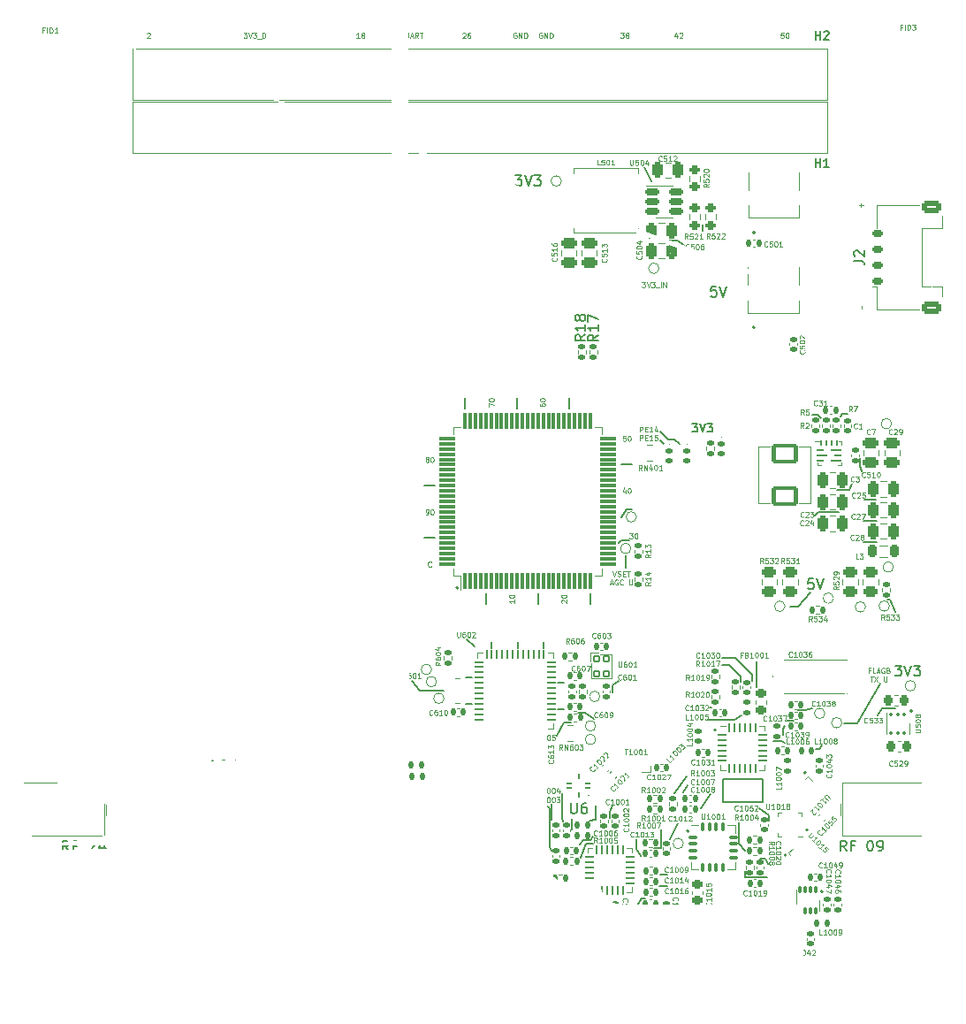
<source format=gbr>
%TF.GenerationSoftware,KiCad,Pcbnew,7.0.5*%
%TF.CreationDate,2024-04-22T16:47:12+03:00*%
%TF.ProjectId,satnogs-comms,7361746e-6f67-4732-9d63-6f6d6d732e6b,rev?*%
%TF.SameCoordinates,PX4eb9cf0PY82ce540*%
%TF.FileFunction,Legend,Top*%
%TF.FilePolarity,Positive*%
%FSLAX46Y46*%
G04 Gerber Fmt 4.6, Leading zero omitted, Abs format (unit mm)*
G04 Created by KiCad (PCBNEW 7.0.5) date 2024-04-22 16:47:12*
%MOMM*%
%LPD*%
G01*
G04 APERTURE LIST*
G04 Aperture macros list*
%AMRoundRect*
0 Rectangle with rounded corners*
0 $1 Rounding radius*
0 $2 $3 $4 $5 $6 $7 $8 $9 X,Y pos of 4 corners*
0 Add a 4 corners polygon primitive as box body*
4,1,4,$2,$3,$4,$5,$6,$7,$8,$9,$2,$3,0*
0 Add four circle primitives for the rounded corners*
1,1,$1+$1,$2,$3*
1,1,$1+$1,$4,$5*
1,1,$1+$1,$6,$7*
1,1,$1+$1,$8,$9*
0 Add four rect primitives between the rounded corners*
20,1,$1+$1,$2,$3,$4,$5,0*
20,1,$1+$1,$4,$5,$6,$7,0*
20,1,$1+$1,$6,$7,$8,$9,0*
20,1,$1+$1,$8,$9,$2,$3,0*%
%AMRotRect*
0 Rectangle, with rotation*
0 The origin of the aperture is its center*
0 $1 length*
0 $2 width*
0 $3 Rotation angle, in degrees counterclockwise*
0 Add horizontal line*
21,1,$1,$2,0,0,$3*%
%AMFreePoly0*
4,1,14,0.155252,0.089749,0.264749,-0.019748,0.275000,-0.044497,0.275000,-0.065000,0.264749,-0.089749,0.240000,-0.100000,-0.240000,-0.100000,-0.264749,-0.089749,-0.275000,-0.065000,-0.275000,0.065000,-0.264749,0.089749,-0.240000,0.100000,0.130503,0.100000,0.155252,0.089749,0.155252,0.089749,$1*%
%AMFreePoly1*
4,1,14,0.264749,0.089749,0.275000,0.065000,0.275000,0.044497,0.264749,0.019748,0.155252,-0.089749,0.130503,-0.100000,-0.240000,-0.100000,-0.264749,-0.089749,-0.275000,-0.065000,-0.275000,0.065000,-0.264749,0.089749,-0.240000,0.100000,0.240000,0.100000,0.264749,0.089749,0.264749,0.089749,$1*%
%AMFreePoly2*
4,1,14,0.089749,0.264749,0.100000,0.240000,0.100000,-0.240000,0.089749,-0.264749,0.065000,-0.275000,-0.065000,-0.275000,-0.089749,-0.264749,-0.100000,-0.240000,-0.100000,0.130503,-0.089749,0.155252,0.019748,0.264749,0.044497,0.275000,0.065000,0.275000,0.089749,0.264749,0.089749,0.264749,$1*%
%AMFreePoly3*
4,1,14,-0.019748,0.264749,0.089749,0.155252,0.100000,0.130503,0.100000,-0.240000,0.089749,-0.264749,0.065000,-0.275000,-0.065000,-0.275000,-0.089749,-0.264749,-0.100000,-0.240000,-0.100000,0.240000,-0.089749,0.264749,-0.065000,0.275000,-0.044497,0.275000,-0.019748,0.264749,-0.019748,0.264749,$1*%
%AMFreePoly4*
4,1,14,0.264749,0.089749,0.275000,0.065000,0.275000,-0.065000,0.264749,-0.089749,0.240000,-0.100000,-0.130503,-0.100000,-0.155252,-0.089749,-0.264749,0.019748,-0.275000,0.044497,-0.275000,0.065000,-0.264749,0.089749,-0.240000,0.100000,0.240000,0.100000,0.264749,0.089749,0.264749,0.089749,$1*%
%AMFreePoly5*
4,1,14,0.264749,0.089749,0.275000,0.065000,0.275000,-0.065000,0.264749,-0.089749,0.240000,-0.100000,-0.240000,-0.100000,-0.264749,-0.089749,-0.275000,-0.065000,-0.275000,-0.044497,-0.264749,-0.019748,-0.155252,0.089749,-0.130503,0.100000,0.240000,0.100000,0.264749,0.089749,0.264749,0.089749,$1*%
%AMFreePoly6*
4,1,14,0.089749,0.264749,0.100000,0.240000,0.100000,-0.130503,0.089749,-0.155252,-0.019748,-0.264749,-0.044497,-0.275000,-0.065000,-0.275000,-0.089749,-0.264749,-0.100000,-0.240000,-0.100000,0.240000,-0.089749,0.264749,-0.065000,0.275000,0.065000,0.275000,0.089749,0.264749,0.089749,0.264749,$1*%
%AMFreePoly7*
4,1,14,0.089749,0.264749,0.100000,0.240000,0.100000,-0.240000,0.089749,-0.264749,0.065000,-0.275000,0.044497,-0.275000,0.019748,-0.264749,-0.089749,-0.155252,-0.100000,-0.130503,-0.100000,0.240000,-0.089749,0.264749,-0.065000,0.275000,0.065000,0.275000,0.089749,0.264749,0.089749,0.264749,$1*%
%AMFreePoly8*
4,1,7,1.500000,-0.775000,-1.500000,-0.775000,-1.500000,0.225000,-6.000000,0.225000,-6.000000,0.775000,1.500000,0.775000,1.500000,-0.775000,1.500000,-0.775000,$1*%
%AMFreePoly9*
4,1,8,1.500000,-0.775000,-1.500000,-0.775000,-6.000000,-0.775000,-6.000000,-0.225000,-1.500000,-0.225000,-1.500000,0.775000,1.500000,0.775000,1.500000,-0.775000,1.500000,-0.775000,$1*%
%AMFreePoly10*
4,1,6,0.125000,-0.099500,-0.013000,-0.237500,-0.125000,-0.237500,-0.125000,0.237500,0.125000,0.237500,0.125000,-0.099500,0.125000,-0.099500,$1*%
%AMFreePoly11*
4,1,6,0.125000,0.099500,0.125000,-0.237500,-0.125000,-0.237500,-0.125000,0.237500,-0.013000,0.237500,0.125000,0.099500,0.125000,0.099500,$1*%
%AMFreePoly12*
4,1,36,0.462941,0.544983,0.479174,0.544983,0.492307,0.535440,0.507748,0.530424,0.517290,0.517290,0.530424,0.507748,0.535440,0.492307,0.544983,0.479174,0.544983,0.462940,0.550000,0.447500,0.550000,-0.447500,0.544983,-0.462940,0.544983,-0.479174,0.535440,-0.492307,0.530424,-0.507748,0.517290,-0.517290,0.507748,-0.530424,0.492307,-0.535440,0.479174,-0.544983,0.462941,-0.544983,
0.447500,-0.550000,-0.447500,-0.550000,-0.462941,-0.544983,-0.479174,-0.544983,-0.492307,-0.535440,-0.507748,-0.530424,-0.517290,-0.517290,-0.530424,-0.507748,-0.535440,-0.492307,-0.544983,-0.479174,-0.544983,-0.462940,-0.550000,-0.447500,-0.550000,0.350000,-0.350000,0.550000,0.447500,0.550000,0.462941,0.544983,0.462941,0.544983,$1*%
%AMFreePoly13*
4,1,245,1.180000,-3.918000,1.162000,-4.104000,1.108000,-4.283000,1.020000,-4.447000,0.901000,-4.592000,0.757000,-4.710000,0.592000,-4.798000,0.414000,-4.852000,0.228000,-4.871000,0.042000,-4.889000,-0.137000,-4.943000,-0.301000,-5.031000,-0.446000,-5.150000,-0.564000,-5.294000,-0.652000,-5.459000,-0.706000,-5.637000,-0.725000,-5.823000,-0.725000,-24.213000,-0.706000,-24.398000,-0.652000,-24.577000,
-0.564000,-24.742000,-0.446000,-24.886000,-0.301000,-25.005000,-0.137000,-25.093000,0.042000,-25.147000,0.414000,-25.183000,0.592000,-25.238000,0.757000,-25.326000,0.901000,-25.444000,1.020000,-25.588000,1.108000,-25.753000,1.162000,-25.932000,1.180000,-26.118000,1.180000,-40.608000,-2.785000,-40.608000,-2.785000,-40.180000,-2.766000,-40.046000,-2.713000,-39.922000,-2.628000,-39.817000,-2.518000,-39.738000,
-2.392000,-39.692000,-2.132000,-39.616000,-1.884000,-39.506000,-1.654000,-39.363000,-1.445000,-39.191000,-1.261000,-38.992000,-1.106000,-38.770000,-0.983000,-38.529000,-0.893000,-38.274000,-0.838000,-38.008000,-0.820000,-37.738000,-0.820000,-30.535000,-0.837000,-30.274000,-0.888000,-30.018000,-0.972000,-29.770000,-1.088000,-29.535000,-1.233000,-29.318000,-1.405000,-29.121000,-1.602000,-28.949000,-1.820000,-28.803000,
-2.054000,-28.688000,-2.302000,-28.604000,-2.559000,-28.552000,-2.820000,-28.535000,-21.739000,-28.535000,-22.000000,-28.552000,-22.257000,-28.604000,-22.505000,-28.688000,-22.739000,-28.803000,-22.957000,-28.949000,-23.154000,-29.121000,-23.326000,-29.318000,-23.471000,-29.535000,-23.587000,-29.770000,-23.671000,-30.018000,-23.722000,-30.274000,-23.739000,-30.535000,-23.739000,-32.861000,-23.757000,-33.110000,-23.810000,-33.354000,
-23.898000,-33.588000,-24.017000,-33.807000,-24.167000,-34.007000,-24.343000,-34.184000,-24.543000,-34.333000,-24.762000,-34.453000,-24.996000,-34.540000,-25.240000,-34.593000,-25.489000,-34.611000,-26.462000,-34.611000,-26.723000,-34.628000,-26.979000,-34.679000,-27.227000,-34.763000,-27.462000,-34.879000,-27.679000,-35.024000,-27.876000,-35.197000,-28.048000,-35.394000,-28.194000,-35.611000,-28.309000,-35.846000,-28.393000,-36.094000,
-28.444000,-36.350000,-28.462000,-36.611000,-28.462000,-36.952000,-28.479000,-37.082000,-28.529000,-37.202000,-28.608000,-37.306000,-28.712000,-37.385000,-28.832000,-37.435000,-28.962000,-37.452000,-29.962000,-37.452000,-30.091000,-37.435000,-30.212000,-37.385000,-30.315000,-37.306000,-30.395000,-37.202000,-30.445000,-37.082000,-30.462000,-36.952000,-30.462000,-32.361000,-30.445000,-32.232000,-30.395000,-32.111000,-30.315000,-32.008000,
-30.212000,-31.928000,-30.091000,-31.878000,-29.962000,-31.861000,-27.990000,-31.861000,-27.729000,-31.844000,-27.472000,-31.793000,-27.224000,-31.709000,-26.990000,-31.593000,-26.772000,-31.448000,-26.575000,-31.275000,-26.403000,-31.079000,-26.258000,-30.861000,-26.142000,-30.627000,-26.058000,-30.379000,-26.007000,-30.122000,-25.990000,-29.861000,-25.990000,-27.035000,-25.973000,-26.906000,-25.923000,-26.785000,-25.843000,-26.682000,
-25.740000,-26.602000,-25.619000,-26.552000,-25.490000,-26.535000,-20.862000,-26.535000,-20.601000,-26.518000,-20.344000,-26.467000,-20.096000,-26.383000,-19.862000,-26.267000,-19.644000,-26.122000,-19.447000,-25.950000,-19.275000,-25.753000,-19.130000,-25.535000,-19.014000,-25.301000,-18.930000,-25.053000,-18.879000,-24.796000,-18.862000,-24.535000,-18.862000,-7.892000,-18.877000,-7.648000,-18.921000,-7.407000,-18.995000,-7.174000,
-19.097000,-6.951000,-19.186000,-6.757000,-19.250000,-6.552000,-19.289000,-6.342000,-19.302000,-6.128000,-19.302000,-2.969000,-19.285000,-2.839000,-19.235000,-2.719000,-19.156000,-2.615000,-19.052000,-2.536000,-18.932000,-2.486000,-18.802000,-2.469000,-13.225000,-2.469000,-13.225000,-4.469000,-13.499000,-4.488000,-13.769000,-4.544000,-14.028000,-4.637000,-14.272000,-4.765000,-14.496000,-4.925000,-14.696000,-5.114000,
-14.868000,-5.329000,-16.505000,-7.688000,-16.631000,-7.895000,-16.731000,-8.116000,-16.803000,-8.348000,-16.847000,-8.586000,-16.862000,-8.828000,-16.862000,-24.535000,-16.844000,-24.796000,-16.793000,-25.053000,-16.709000,-25.301000,-16.594000,-25.535000,-16.448000,-25.753000,-16.276000,-25.950000,-16.079000,-26.122000,-15.862000,-26.267000,-15.627000,-26.383000,-15.379000,-26.467000,-15.123000,-26.518000,-14.862000,-26.535000,
-4.725000,-26.535000,-4.464000,-26.518000,-4.207000,-26.467000,-3.959000,-26.383000,-3.725000,-26.267000,-3.507000,-26.122000,-3.310000,-25.950000,-3.138000,-25.753000,-2.993000,-25.535000,-2.877000,-25.301000,-2.793000,-25.053000,-2.742000,-24.796000,-2.725000,-24.535000,-2.725000,-6.469000,-2.742000,-6.208000,-2.793000,-5.951000,-2.877000,-5.703000,-2.993000,-5.469000,-3.138000,-5.251000,-3.310000,-5.055000,
-3.507000,-4.882000,-3.725000,-4.737000,-3.959000,-4.621000,-4.207000,-4.537000,-4.464000,-4.486000,-4.725000,-4.469000,-13.125000,-4.469000,-13.125000,-2.469000,-3.876000,-2.469000,-3.621000,-2.452000,-3.369000,-2.403000,-3.126000,-2.323000,-2.895000,-2.212000,-2.680000,-2.072000,-1.624000,-1.283000,-1.422000,-1.111000,-1.245000,-0.913000,-1.095000,-0.694000,-0.976000,-0.456000,-0.890000,-0.205000,
-0.837000,0.055000,-0.820000,0.320000,-0.820000,3.340000,1.180000,3.340000,1.180000,-3.918000,1.180000,-3.918000,$1*%
%AMFreePoly14*
4,1,20,7.910000,4.414000,7.910000,-6.210000,5.900000,-6.210000,5.900000,-4.428000,5.883000,-4.167000,5.832000,-3.911000,5.748000,-3.663000,5.632000,-3.428000,5.487000,-3.211000,5.315000,-3.014000,5.118000,-2.841000,4.900000,-2.696000,4.666000,-2.580000,4.418000,-2.496000,4.161000,-2.445000,3.900000,-2.428000,-2.770000,-2.428000,-2.770000,3.256000,3.683000,4.462000,7.910000,4.414000,
7.910000,4.414000,$1*%
%AMFreePoly15*
4,1,313,37.697000,6.512000,37.886000,6.447000,38.058000,6.346000,38.207000,6.213000,38.326000,6.054000,38.836000,5.206000,38.983000,4.995000,39.155000,4.804000,39.350000,4.637000,39.566000,4.497000,39.797000,4.385000,40.041000,4.304000,40.293000,4.254000,40.550000,4.238000,50.368000,4.238000,50.497000,4.221000,50.618000,4.171000,50.721000,4.091000,50.801000,3.988000,50.851000,3.867000,
50.868000,3.738000,50.868000,-9.240000,50.885000,-9.501000,50.936000,-9.758000,51.020000,-10.006000,51.136000,-10.240000,51.281000,-10.458000,51.453000,-10.655000,51.650000,-10.827000,51.868000,-10.972000,52.102000,-11.088000,52.350000,-11.172000,52.607000,-11.223000,52.868000,-11.240000,56.003000,-11.240000,56.003000,-11.345000,56.020000,-11.606000,56.071000,-11.863000,56.155000,-12.111000,56.271000,-12.345000,
56.416000,-12.563000,56.589000,-12.760000,56.786000,-12.932000,57.003000,-13.077000,57.238000,-13.193000,57.485000,-13.277000,57.742000,-13.328000,58.003000,-13.345000,75.475000,-13.345000,75.737000,-13.328000,75.995000,-13.276000,76.244000,-13.191000,76.480000,-13.074000,76.698000,-12.927000,76.895000,-12.753000,77.068000,-12.554000,77.213000,-12.335000,77.328000,-12.098000,78.932000,-8.146000,79.112000,-7.754000,
79.323000,-7.378000,79.566000,-7.021000,79.838000,-6.686000,80.137000,-6.375000,80.462000,-6.091000,80.810000,-5.835000,81.177000,-5.609000,81.563000,-5.415000,81.964000,-5.255000,82.376000,-5.129000,82.798000,-5.038000,83.226000,-4.984000,83.658000,-4.965000,84.738000,-4.965000,84.999000,-4.948000,85.255000,-4.897000,85.503000,-4.813000,85.738000,-4.697000,85.955000,-4.552000,86.152000,-4.380000,
86.324000,-4.183000,86.470000,-3.965000,86.585000,-3.731000,86.669000,-3.483000,86.720000,-3.226000,86.738000,-2.965000,86.738000,-2.165000,86.719000,-1.895000,86.665000,-1.630000,86.575000,-1.374000,86.451000,-1.134000,86.296000,-0.912000,86.112000,-0.713000,85.903000,-0.540000,85.673000,-0.398000,85.426000,-0.287000,85.166000,-0.212000,85.039000,-0.165000,84.929000,-0.086000,84.844000,0.019000,
84.791000,0.143000,84.773000,0.277000,84.773000,0.806000,88.738000,0.806000,88.738000,-7.015000,83.658000,-7.015000,83.331000,-7.033000,83.008000,-7.085000,82.692000,-7.172000,82.388000,-7.292000,82.098000,-7.444000,81.826000,-7.626000,81.575000,-7.837000,81.349000,-8.072000,81.148000,-8.331000,80.977000,-8.610000,80.837000,-8.906000,80.729000,-9.215000,80.654000,-9.533000,80.615000,-9.858000,
80.610000,-10.185000,80.723000,-13.065000,80.723000,-15.145000,55.908000,-15.145000,55.722000,-15.127000,55.544000,-15.073000,55.379000,-14.985000,55.235000,-14.866000,55.116000,-14.722000,55.028000,-14.557000,54.974000,-14.379000,54.956000,-14.193000,54.937000,-14.007000,54.883000,-13.828000,54.795000,-13.664000,54.677000,-13.519000,54.532000,-13.401000,54.368000,-13.313000,54.189000,-13.259000,54.003000,-13.240000,
48.868000,-13.240000,48.868000,-2.512000,48.850000,-2.251000,48.799000,-1.995000,48.715000,-1.747000,48.600000,-1.512000,48.454000,-1.295000,48.282000,-1.098000,48.085000,-0.925000,47.868000,-0.780000,47.633000,-0.664000,47.385000,-0.580000,47.129000,-0.529000,46.868000,-0.512000,42.470000,-0.512000,42.209000,-0.529000,41.952000,-0.580000,41.704000,-0.664000,41.470000,-0.780000,41.252000,-0.925000,
41.055000,-1.098000,40.883000,-1.295000,40.738000,-1.512000,40.622000,-1.747000,40.538000,-1.995000,40.487000,-2.251000,40.470000,-2.512000,40.470000,-13.240000,35.588000,-13.240000,35.402000,-13.259000,35.224000,-13.313000,35.059000,-13.401000,34.915000,-13.519000,34.796000,-13.664000,34.708000,-13.828000,34.654000,-14.007000,34.636000,-14.193000,34.617000,-14.379000,34.563000,-14.557000,34.475000,-14.722000,
34.357000,-14.866000,34.212000,-14.985000,34.048000,-15.073000,33.869000,-15.127000,33.683000,-15.145000,6.582000,-15.145000,6.582000,-13.065000,6.695000,-10.185000,6.690000,-9.858000,6.651000,-9.533000,6.576000,-9.214000,6.468000,-8.905000,6.328000,-8.610000,6.157000,-8.331000,5.956000,-8.072000,5.730000,-7.836000,5.479000,-7.626000,5.207000,-7.444000,4.917000,-7.292000,4.613000,-7.172000,
4.297000,-7.085000,3.974000,-7.033000,3.648000,-7.015000,-1.432000,-7.015000,-1.432000,0.806000,2.521000,0.806000,2.521000,0.274000,2.503000,0.141000,2.450000,0.017000,2.366000,-0.088000,2.257000,-0.167000,2.130000,-0.214000,1.872000,-0.290000,1.625000,-0.401000,1.397000,-0.544000,1.189000,-0.716000,1.006000,-0.915000,0.852000,-1.137000,0.729000,-1.377000,0.640000,-1.632000,
0.586000,-1.896000,0.568000,-2.165000,0.568000,-2.965000,0.585000,-3.226000,0.636000,-3.483000,0.720000,-3.731000,0.836000,-3.965000,0.981000,-4.183000,1.153000,-4.380000,1.350000,-4.552000,1.568000,-4.697000,1.802000,-4.813000,2.050000,-4.897000,2.307000,-4.948000,2.568000,-4.965000,3.648000,-4.965000,4.079000,-4.984000,4.507000,-5.038000,4.929000,-5.129000,5.341000,-5.255000,
5.742000,-5.415000,6.128000,-5.609000,6.495000,-5.835000,6.843000,-6.090000,7.168000,-6.375000,7.467000,-6.686000,7.739000,-7.021000,7.982000,-7.377000,8.193000,-7.753000,8.373000,-8.146000,9.978000,-12.098000,10.093000,-12.335000,10.238000,-12.554000,10.410000,-12.753000,10.607000,-12.927000,10.826000,-13.074000,11.061000,-13.191000,11.310000,-13.276000,11.568000,-13.328000,11.831000,-13.345000,
31.588000,-13.345000,31.849000,-13.328000,32.106000,-13.277000,32.353000,-13.193000,32.588000,-13.077000,32.806000,-12.932000,33.002000,-12.760000,33.175000,-12.563000,33.320000,-12.345000,33.436000,-12.111000,33.520000,-11.863000,33.571000,-11.606000,33.588000,-11.345000,33.588000,-11.240000,36.470000,-11.240000,36.731000,-11.223000,36.987000,-11.172000,37.235000,-11.088000,37.470000,-10.972000,37.687000,-10.827000,
37.884000,-10.655000,38.056000,-10.458000,38.202000,-10.240000,38.317000,-10.006000,38.401000,-9.758000,38.452000,-9.501000,38.470000,-9.240000,38.470000,-1.017000,38.451000,-0.744000,38.395000,-0.476000,38.303000,-0.218000,38.177000,0.025000,38.019000,0.248000,37.832000,0.448000,37.619000,0.620000,37.385000,0.761000,37.133000,0.870000,36.870000,0.943000,36.741000,0.988000,36.629000,1.066000,
36.543000,1.172000,36.488000,1.297000,36.470000,1.433000,36.470000,5.538000,36.490000,5.736000,36.549000,5.927000,36.644000,6.102000,36.773000,6.255000,36.929000,6.379000,37.107000,6.470000,37.299000,6.523000,37.499000,6.537000,37.697000,6.512000,37.697000,6.512000,$1*%
%AMFreePoly16*
4,1,176,10.669000,63.765000,10.669000,58.081000,2.729000,58.081000,2.468000,58.063000,2.211000,58.012000,1.964000,57.928000,1.729000,57.813000,1.512000,57.667000,1.315000,57.495000,1.142000,57.298000,0.997000,57.081000,0.881000,56.846000,0.797000,56.598000,0.746000,56.342000,0.729000,56.081000,0.729000,37.284000,0.744000,37.037000,0.790000,36.794000,0.866000,36.558000,0.970000,36.333000,
1.101000,36.123000,1.257000,35.930000,1.436000,35.759000,1.634000,35.611000,1.634000,15.882000,1.651000,15.621000,1.702000,15.365000,1.786000,15.117000,1.902000,14.882000,2.047000,14.665000,2.220000,14.468000,2.417000,14.296000,2.634000,14.150000,2.869000,14.035000,3.116000,13.950000,3.373000,13.899000,3.634000,13.882000,35.127000,13.882000,35.257000,13.865000,35.377000,13.815000,
35.481000,13.736000,35.560000,13.632000,35.610000,13.512000,35.627000,13.382000,35.627000,9.262000,35.645000,8.994000,35.699000,8.732000,35.787000,8.478000,35.909000,8.239000,36.061000,8.018000,36.242000,7.820000,36.448000,7.647000,36.674000,7.504000,38.425000,6.555000,38.645000,6.414000,38.842000,6.241000,39.010000,6.041000,39.147000,5.818000,39.249000,5.577000,39.314000,5.324000,
39.341000,5.064000,39.328000,4.802000,39.277000,4.546000,39.188000,4.300000,39.063000,4.070000,38.906000,3.861000,38.719000,3.678000,38.507000,3.525000,38.274000,3.405000,38.027000,3.322000,37.769000,3.276000,37.508000,3.269000,37.248000,3.301000,36.996000,3.371000,36.758000,3.478000,33.889000,5.032000,33.781000,5.111000,33.698000,5.216000,33.645000,5.339000,33.627000,5.472000,
33.627000,9.882000,33.610000,10.143000,33.559000,10.400000,33.475000,10.648000,33.359000,10.882000,33.214000,11.100000,33.042000,11.297000,32.845000,11.469000,32.627000,11.614000,32.393000,11.730000,32.145000,11.814000,31.888000,11.865000,31.627000,11.882000,2.729000,11.882000,2.468000,11.865000,2.211000,11.814000,1.964000,11.730000,1.729000,11.614000,1.512000,11.469000,1.315000,11.297000,
1.142000,11.100000,0.997000,10.882000,0.881000,10.648000,0.797000,10.400000,0.746000,10.143000,0.729000,9.882000,0.729000,6.643000,0.747000,6.374000,0.801000,6.110000,0.891000,5.855000,1.013000,5.615000,1.167000,5.394000,1.349000,5.195000,1.557000,5.022000,1.785000,4.880000,2.031000,4.769000,2.289000,4.692000,2.538000,4.616000,2.773000,4.503000,2.989000,4.358000,
3.181000,4.181000,3.344000,3.979000,3.476000,3.754000,3.573000,3.512000,3.633000,3.259000,3.654000,2.999000,3.637000,2.739000,3.581000,2.485000,3.489000,2.241000,3.361000,2.015000,3.201000,1.809000,3.047000,1.618000,2.919000,1.409000,2.817000,1.186000,2.742000,0.952000,2.698000,0.711000,2.683000,0.466000,2.683000,-1.080000,-1.271000,-1.080000,-1.271000,13.411000,
-1.253000,13.597000,-1.198000,13.776000,-1.110000,13.940000,-0.992000,14.085000,-0.848000,14.203000,-0.683000,14.291000,-0.504000,14.345000,-0.318000,14.364000,-0.133000,14.382000,0.046000,14.436000,0.211000,14.524000,0.355000,14.642000,0.474000,14.787000,0.562000,14.952000,0.616000,15.130000,0.634000,15.316000,0.634000,33.706000,0.616000,33.891000,0.562000,34.070000,0.474000,34.235000,
0.355000,34.379000,0.211000,34.498000,0.046000,34.586000,-0.133000,34.640000,-0.318000,34.658000,-0.504000,34.676000,-0.683000,34.731000,-0.848000,34.819000,-0.992000,34.937000,-1.110000,35.081000,-1.198000,35.246000,-1.253000,35.425000,-1.271000,35.611000,-1.271000,64.922000,3.819000,64.922000,10.669000,63.765000,10.669000,63.765000,$1*%
G04 Aperture macros list end*
%ADD10C,0.200000*%
%ADD11C,0.153000*%
%ADD12C,0.100000*%
%ADD13C,0.150000*%
%ADD14C,0.125000*%
%ADD15C,0.254000*%
%ADD16C,0.120000*%
%ADD17C,0.600000*%
%ADD18FreePoly0,180.000000*%
%ADD19RoundRect,0.050000X0.225000X0.050000X-0.225000X0.050000X-0.225000X-0.050000X0.225000X-0.050000X0*%
%ADD20FreePoly1,180.000000*%
%ADD21FreePoly2,180.000000*%
%ADD22RoundRect,0.050000X0.050000X0.225000X-0.050000X0.225000X-0.050000X-0.225000X0.050000X-0.225000X0*%
%ADD23FreePoly3,180.000000*%
%ADD24FreePoly4,180.000000*%
%ADD25FreePoly5,180.000000*%
%ADD26FreePoly6,180.000000*%
%ADD27FreePoly7,180.000000*%
%ADD28R,0.740000X0.740000*%
%ADD29R,1.524000X1.524000*%
%ADD30C,1.524000*%
%ADD31C,5.600000*%
%ADD32RoundRect,0.250000X-0.250000X-0.475000X0.250000X-0.475000X0.250000X0.475000X-0.250000X0.475000X0*%
%ADD33RoundRect,0.250000X0.475000X-0.250000X0.475000X0.250000X-0.475000X0.250000X-0.475000X-0.250000X0*%
%ADD34R,2.350000X5.100000*%
%ADD35RoundRect,0.200000X0.275000X-0.200000X0.275000X0.200000X-0.275000X0.200000X-0.275000X-0.200000X0*%
%ADD36RoundRect,0.200000X-0.275000X0.200000X-0.275000X-0.200000X0.275000X-0.200000X0.275000X0.200000X0*%
%ADD37R,2.600000X1.100000*%
%ADD38FreePoly8,180.000000*%
%ADD39FreePoly9,180.000000*%
%ADD40RoundRect,0.140000X-0.140000X-0.170000X0.140000X-0.170000X0.140000X0.170000X-0.140000X0.170000X0*%
%ADD41RoundRect,0.147500X0.017678X-0.226274X0.226274X-0.017678X-0.017678X0.226274X-0.226274X0.017678X0*%
%ADD42RoundRect,0.250000X0.450000X-0.262500X0.450000X0.262500X-0.450000X0.262500X-0.450000X-0.262500X0*%
%ADD43FreePoly8,0.000000*%
%ADD44FreePoly9,0.000000*%
%ADD45RoundRect,0.147500X0.172500X-0.147500X0.172500X0.147500X-0.172500X0.147500X-0.172500X-0.147500X0*%
%ADD46RotRect,0.350000X1.000000X45.000000*%
%ADD47RotRect,0.350000X1.000000X315.000000*%
%ADD48RoundRect,0.140000X-0.021213X0.219203X-0.219203X0.021213X0.021213X-0.219203X0.219203X-0.021213X0*%
%ADD49RoundRect,0.140000X0.170000X-0.140000X0.170000X0.140000X-0.170000X0.140000X-0.170000X-0.140000X0*%
%ADD50FreePoly10,270.000000*%
%ADD51R,0.475000X0.250000*%
%ADD52FreePoly11,90.000000*%
%ADD53FreePoly10,0.000000*%
%ADD54R,0.250000X0.475000*%
%ADD55FreePoly11,180.000000*%
%ADD56FreePoly10,90.000000*%
%ADD57FreePoly11,270.000000*%
%ADD58FreePoly10,180.000000*%
%ADD59FreePoly11,0.000000*%
%ADD60FreePoly12,180.000000*%
%ADD61RoundRect,0.147500X-0.147500X-0.172500X0.147500X-0.172500X0.147500X0.172500X-0.147500X0.172500X0*%
%ADD62RoundRect,0.075000X-0.075000X0.275000X-0.075000X-0.275000X0.075000X-0.275000X0.075000X0.275000X0*%
%ADD63R,1.600000X0.700000*%
%ADD64C,0.050000*%
%ADD65R,0.750000X0.400000*%
%ADD66RoundRect,0.135000X0.135000X0.185000X-0.135000X0.185000X-0.135000X-0.185000X0.135000X-0.185000X0*%
%ADD67RoundRect,0.135000X0.185000X-0.135000X0.185000X0.135000X-0.185000X0.135000X-0.185000X-0.135000X0*%
%ADD68RoundRect,0.140000X-0.170000X0.140000X-0.170000X-0.140000X0.170000X-0.140000X0.170000X0.140000X0*%
%ADD69RoundRect,0.147500X-0.172500X0.147500X-0.172500X-0.147500X0.172500X-0.147500X0.172500X0.147500X0*%
%ADD70R,2.370000X2.230000*%
%ADD71RoundRect,0.140000X0.140000X0.170000X-0.140000X0.170000X-0.140000X-0.170000X0.140000X-0.170000X0*%
%ADD72RoundRect,0.150000X-0.512500X-0.150000X0.512500X-0.150000X0.512500X0.150000X-0.512500X0.150000X0*%
%ADD73RoundRect,0.225000X0.225000X0.250000X-0.225000X0.250000X-0.225000X-0.250000X0.225000X-0.250000X0*%
%ADD74RoundRect,0.135000X-0.135000X-0.185000X0.135000X-0.185000X0.135000X0.185000X-0.135000X0.185000X0*%
%ADD75RoundRect,0.135000X-0.185000X0.135000X-0.185000X-0.135000X0.185000X-0.135000X0.185000X0.135000X0*%
%ADD76RoundRect,0.225000X-0.250000X0.225000X-0.250000X-0.225000X0.250000X-0.225000X0.250000X0.225000X0*%
%ADD77RotRect,0.750000X0.400000X135.000000*%
%ADD78RotRect,0.750000X0.400000X315.000000*%
%ADD79RoundRect,0.062500X-0.350000X-0.062500X0.350000X-0.062500X0.350000X0.062500X-0.350000X0.062500X0*%
%ADD80RoundRect,0.062500X-0.062500X-0.350000X0.062500X-0.350000X0.062500X0.350000X-0.062500X0.350000X0*%
%ADD81R,2.700000X2.700000*%
%ADD82RotRect,0.350000X1.000000X135.000000*%
%ADD83RoundRect,0.062500X0.062500X-0.375000X0.062500X0.375000X-0.062500X0.375000X-0.062500X-0.375000X0*%
%ADD84RoundRect,0.062500X0.375000X-0.062500X0.375000X0.062500X-0.375000X0.062500X-0.375000X-0.062500X0*%
%ADD85R,5.600000X5.600000*%
%ADD86RoundRect,0.100000X-0.275000X0.250000X-0.275000X-0.250000X0.275000X-0.250000X0.275000X0.250000X0*%
%ADD87R,2.300000X2.300000*%
%ADD88RoundRect,0.147500X0.147500X0.172500X-0.147500X0.172500X-0.147500X-0.172500X0.147500X-0.172500X0*%
%ADD89RoundRect,0.218750X0.256250X-0.218750X0.256250X0.218750X-0.256250X0.218750X-0.256250X-0.218750X0*%
%ADD90R,0.500000X0.400000*%
%ADD91R,0.500000X0.300000*%
%ADD92RoundRect,0.075000X-0.350000X-0.075000X0.350000X-0.075000X0.350000X0.075000X-0.350000X0.075000X0*%
%ADD93RoundRect,0.075000X-0.075000X-0.350000X0.075000X-0.350000X0.075000X0.350000X-0.075000X0.350000X0*%
%ADD94R,2.100000X2.100000*%
%ADD95C,2.000000*%
%ADD96R,0.410000X0.720000*%
%ADD97R,1.730000X3.990000*%
%ADD98R,0.470000X0.410000*%
%ADD99R,0.585000X0.510000*%
%ADD100R,3.400000X1.800000*%
%ADD101RoundRect,0.050000X0.275000X-0.050000X0.275000X0.050000X-0.275000X0.050000X-0.275000X-0.050000X0*%
%ADD102RoundRect,0.050000X0.450000X-0.050000X0.450000X0.050000X-0.450000X0.050000X-0.450000X-0.050000X0*%
%ADD103RoundRect,0.062500X0.062500X0.212500X-0.062500X0.212500X-0.062500X-0.212500X0.062500X-0.212500X0*%
%ADD104RoundRect,0.062500X-0.062500X-0.212500X0.062500X-0.212500X0.062500X0.212500X-0.062500X0.212500X0*%
%ADD105RoundRect,0.225000X0.250000X-0.225000X0.250000X0.225000X-0.250000X0.225000X-0.250000X-0.225000X0*%
%ADD106FreePoly13,0.000000*%
%ADD107C,3.500000*%
%ADD108FreePoly14,0.000000*%
%ADD109FreePoly15,0.000000*%
%ADD110FreePoly16,0.000000*%
%ADD111RoundRect,0.250000X0.250000X0.475000X-0.250000X0.475000X-0.250000X-0.475000X0.250000X-0.475000X0*%
%ADD112RoundRect,0.250000X-0.475000X0.250000X-0.475000X-0.250000X0.475000X-0.250000X0.475000X0.250000X0*%
%ADD113RoundRect,0.218750X-0.218750X-0.381250X0.218750X-0.381250X0.218750X0.381250X-0.218750X0.381250X0*%
%ADD114R,1.700000X0.810000*%
%ADD115R,1.050000X0.810000*%
%ADD116RoundRect,0.150000X0.350000X-0.150000X0.350000X0.150000X-0.350000X0.150000X-0.350000X-0.150000X0*%
%ADD117RoundRect,0.250000X0.650000X-0.375000X0.650000X0.375000X-0.650000X0.375000X-0.650000X-0.375000X0*%
%ADD118RoundRect,0.093750X-0.106250X0.093750X-0.106250X-0.093750X0.106250X-0.093750X0.106250X0.093750X0*%
%ADD119R,1.600000X1.000000*%
%ADD120R,1.600000X0.800000*%
%ADD121RoundRect,0.189500X-1.060500X0.758000X-1.060500X-0.758000X1.060500X-0.758000X1.060500X0.758000X0*%
%ADD122R,1.050000X0.600000*%
%ADD123RoundRect,0.075000X0.075000X-0.725000X0.075000X0.725000X-0.075000X0.725000X-0.075000X-0.725000X0*%
%ADD124RoundRect,0.075000X0.725000X-0.075000X0.725000X0.075000X-0.725000X0.075000X-0.725000X-0.075000X0*%
%ADD125C,1.000000*%
G04 APERTURE END LIST*
D10*
X77150000Y17160000D02*
G75*
G03*
X77150000Y17160000I-100000J0D01*
G01*
X78550000Y11260000D02*
G75*
G03*
X78550000Y11260000I-100000J0D01*
G01*
X75050000Y14760000D02*
G75*
G03*
X75050000Y14760000I-100000J0D01*
G01*
X76950000Y22660000D02*
G75*
G03*
X76950000Y22660000I-100000J0D01*
G01*
X87150000Y28560000D02*
G75*
G03*
X87150000Y28560000I-100000J0D01*
G01*
X68350000Y26760000D02*
G75*
G03*
X68350000Y26760000I-100000J0D01*
G01*
X65750000Y17060000D02*
G75*
G03*
X65750000Y17060000I-100000J0D01*
G01*
X56450000Y10860000D02*
G75*
G03*
X56450000Y10860000I-100000J0D01*
G01*
X43650000Y40360000D02*
G75*
G03*
X43650000Y40360000I-100000J0D01*
G01*
X46050000Y26360000D02*
G75*
G03*
X46050000Y26360000I-100000J0D01*
G01*
D11*
X70125000Y27750000D02*
X70750000Y28150000D01*
X80619600Y27400000D02*
X81900000Y27400000D01*
X65525000Y22275000D02*
X64350000Y20700000D01*
X56292000Y38800709D02*
X56292000Y39800709D01*
X82550000Y48825000D02*
X83675000Y48825000D01*
X77550000Y56925000D02*
X78100000Y56925000D01*
X58150000Y18950000D02*
X58150000Y18300000D01*
X59300000Y44900000D02*
X60000000Y44900000D01*
X52600000Y19650000D02*
X52600000Y18150000D01*
X81350000Y50360000D02*
X81100000Y49700000D01*
X41400000Y45160547D02*
X40400000Y45160547D01*
X49289453Y57510206D02*
X49289453Y58510206D01*
X64650000Y17800000D02*
X64025000Y16425000D01*
X60550000Y9400000D02*
X61050000Y10325000D01*
X74975000Y25475000D02*
X74600000Y25700000D01*
X76200000Y38575000D02*
X77425000Y39900000D01*
X65250000Y73175000D02*
X64600000Y73625000D01*
X63050000Y15425000D02*
X62400000Y15425000D01*
X82300000Y51525000D02*
X82150000Y52025000D01*
X85050000Y39200000D02*
X84775000Y39200000D01*
X56550000Y16560000D02*
X56300000Y16200000D01*
X46292000Y38800709D02*
X46292000Y39800709D01*
X60875000Y8725000D02*
X60875000Y9325000D01*
X74600000Y25700000D02*
X73800000Y25700000D01*
X59766200Y47879000D02*
X60299600Y47879000D01*
X60875000Y9325000D02*
X61075000Y9650000D01*
X52400000Y19275000D02*
X52400000Y15525000D01*
X56275000Y16200000D02*
X55650000Y16200000D01*
X70550000Y15860000D02*
X71100000Y15175000D01*
X84250000Y28800000D02*
X85525000Y28800000D01*
X58400000Y31025000D02*
X58400000Y30350000D01*
X61075000Y9650000D02*
X61350000Y9650000D01*
X62975000Y55350000D02*
X63775000Y54550000D01*
X78225000Y24950000D02*
X77925000Y24950000D01*
X71825000Y32037500D02*
X70225000Y33650000D01*
X61475000Y80625000D02*
X62150000Y79275000D01*
X61200000Y10575000D02*
X61525000Y10575000D01*
X70675000Y31825000D02*
X70675000Y31360000D01*
X65650000Y21460000D02*
X65175000Y20750000D01*
X73075000Y14450000D02*
X72550000Y14450000D01*
X54289453Y57510206D02*
X54289453Y58510206D01*
X77575000Y28825000D02*
X76900000Y28625000D01*
X60675000Y16325000D02*
X60675000Y15375000D01*
X53050000Y26160000D02*
X53725000Y27475000D01*
X55800000Y28425000D02*
X55150000Y28425000D01*
X59300000Y47141000D02*
X59766200Y47879000D01*
X40000000Y30525000D02*
X42250000Y30525000D01*
X48360900Y26400000D02*
X48360900Y25800000D01*
X46860900Y35200000D02*
X46860900Y34600000D01*
X71825000Y32037500D02*
X71825000Y31475000D01*
X81100000Y49700000D02*
X79925000Y49700000D01*
X85475000Y38050000D02*
X85050000Y39200000D01*
X72225000Y33260000D02*
X72225000Y30875000D01*
X52025000Y19625000D02*
X52400000Y19275000D01*
X82150000Y51935000D02*
X82150000Y52760000D01*
X61050000Y10325000D02*
X61200000Y10575000D01*
X81900000Y27400000D02*
X84100000Y31200000D01*
X77850000Y47260000D02*
X78125000Y47575000D01*
X78125000Y47575000D02*
X80100000Y47575000D01*
X80975000Y57000000D02*
X80475000Y57000000D01*
X73300000Y13885000D02*
X73075000Y14450000D01*
X78100000Y56925000D02*
X78400000Y56575000D01*
X41400000Y50150000D02*
X40400000Y50150000D01*
X64600000Y73625000D02*
X63675000Y73625000D01*
X60675000Y15375000D02*
X61150000Y14650000D01*
X63050000Y17250000D02*
X63050000Y15425000D01*
X70225000Y33650000D02*
X68950000Y33650000D01*
X69600000Y32925000D02*
X70675000Y31825000D01*
X62975000Y12875000D02*
X63650000Y12875000D01*
X53725000Y27475000D02*
X54450000Y27475000D01*
X78525000Y25300000D02*
X78225000Y24950000D01*
X74750000Y26900000D02*
X74950000Y27100000D01*
X80475000Y57000000D02*
X80250000Y56760000D01*
X71125000Y12625000D02*
X71125000Y13200000D01*
X67725000Y28925000D02*
X67875000Y28925000D01*
X59025000Y31400000D02*
X58400000Y31025000D01*
X58450000Y19460000D02*
X58150000Y18950000D01*
X82500000Y46775000D02*
X83700000Y46775000D01*
X83800000Y28125000D02*
X84250000Y28800000D01*
X59690000Y43459400D02*
X59690000Y42300000D01*
X44300000Y57510206D02*
X44300000Y58510206D01*
X53200000Y28755400D02*
X53800000Y28755400D01*
X63775000Y54550000D02*
X64375000Y54550000D01*
X52450000Y8660000D02*
X52450000Y12025000D01*
X39175000Y31450000D02*
X40000000Y30525000D01*
X52400000Y15525000D02*
X52575000Y15175000D01*
X51860900Y35200000D02*
X51860900Y34600000D01*
X52450000Y8660000D02*
X52887500Y8322500D01*
X60550000Y7375000D02*
X60550000Y9400000D01*
X56800000Y19475000D02*
X56800000Y18150000D01*
X74750000Y26300000D02*
X74750000Y26900000D01*
X55650000Y16200000D02*
X55325000Y15750000D01*
X69600000Y32925000D02*
X68950000Y32925000D01*
X56525000Y15850000D02*
X55900000Y15850000D01*
X73375000Y18550000D02*
X73375000Y18060000D01*
X75075000Y27600000D02*
X75775000Y27600000D01*
X67075000Y74500000D02*
X67075000Y75125000D01*
X53575000Y18300000D02*
X53700000Y17950000D01*
X56625000Y27825000D02*
X55800000Y28425000D01*
X82500000Y44750000D02*
X83725000Y44750000D01*
X55900000Y15850000D02*
X55350000Y14525000D01*
X62975000Y54475000D02*
X63350000Y54100000D01*
X59300000Y52141000D02*
X60300000Y52141000D01*
X64375000Y54550000D02*
X64825000Y54100000D01*
X67850000Y20560000D02*
X66875000Y19275000D01*
X64025000Y16425000D02*
X63950000Y16260000D01*
X67675000Y27750000D02*
X70125000Y27750000D01*
X56800000Y18150000D02*
X56250000Y18060000D01*
X70550000Y17860000D02*
X70550000Y15860000D01*
X72475000Y19250000D02*
X73375000Y18550000D01*
X49675000Y19625000D02*
X52025000Y19625000D01*
X44400000Y29255400D02*
X45000000Y29255400D01*
X44475000Y35400000D02*
X45200000Y34750000D01*
X50860900Y26400000D02*
X50860900Y25800000D01*
X76900000Y28625000D02*
X76200000Y28625000D01*
X75400000Y38575000D02*
X76200000Y38575000D01*
X49360900Y35200000D02*
X49360900Y34600000D01*
X44400000Y31755400D02*
X45000000Y31755400D01*
X51292000Y38800709D02*
X51292000Y39800709D01*
X54550000Y18200000D02*
X54550000Y17200000D01*
X62950000Y11800000D02*
X63650000Y11800000D01*
X53200000Y31255400D02*
X53800000Y31255400D01*
X53575000Y20725000D02*
X53575000Y18300000D01*
X59005538Y44643734D02*
X59300000Y44900000D01*
X73200000Y12625000D02*
X71125000Y12625000D01*
D12*
X49018109Y39205472D02*
X49018109Y38919758D01*
X49018109Y39062615D02*
X48518109Y39062615D01*
X48518109Y39062615D02*
X48589538Y39014996D01*
X48589538Y39014996D02*
X48637157Y38967377D01*
X48637157Y38967377D02*
X48660966Y38919758D01*
X48518109Y39514995D02*
X48518109Y39562614D01*
X48518109Y39562614D02*
X48541919Y39610233D01*
X48541919Y39610233D02*
X48565728Y39634043D01*
X48565728Y39634043D02*
X48613347Y39657852D01*
X48613347Y39657852D02*
X48708585Y39681662D01*
X48708585Y39681662D02*
X48827633Y39681662D01*
X48827633Y39681662D02*
X48922871Y39657852D01*
X48922871Y39657852D02*
X48970490Y39634043D01*
X48970490Y39634043D02*
X48994300Y39610233D01*
X48994300Y39610233D02*
X49018109Y39562614D01*
X49018109Y39562614D02*
X49018109Y39514995D01*
X49018109Y39514995D02*
X48994300Y39467376D01*
X48994300Y39467376D02*
X48970490Y39443567D01*
X48970490Y39443567D02*
X48922871Y39419757D01*
X48922871Y39419757D02*
X48827633Y39395948D01*
X48827633Y39395948D02*
X48708585Y39395948D01*
X48708585Y39395948D02*
X48613347Y39419757D01*
X48613347Y39419757D02*
X48565728Y39443567D01*
X48565728Y39443567D02*
X48541919Y39467376D01*
X48541919Y39467376D02*
X48518109Y39514995D01*
X61041667Y55273891D02*
X61041667Y55773891D01*
X61041667Y55773891D02*
X61232143Y55773891D01*
X61232143Y55773891D02*
X61279762Y55750081D01*
X61279762Y55750081D02*
X61303572Y55726272D01*
X61303572Y55726272D02*
X61327381Y55678653D01*
X61327381Y55678653D02*
X61327381Y55607224D01*
X61327381Y55607224D02*
X61303572Y55559605D01*
X61303572Y55559605D02*
X61279762Y55535796D01*
X61279762Y55535796D02*
X61232143Y55511986D01*
X61232143Y55511986D02*
X61041667Y55511986D01*
X61541667Y55535796D02*
X61708334Y55535796D01*
X61779762Y55273891D02*
X61541667Y55273891D01*
X61541667Y55273891D02*
X61541667Y55773891D01*
X61541667Y55773891D02*
X61779762Y55773891D01*
X62255953Y55273891D02*
X61970239Y55273891D01*
X62113096Y55273891D02*
X62113096Y55773891D01*
X62113096Y55773891D02*
X62065477Y55702462D01*
X62065477Y55702462D02*
X62017858Y55654843D01*
X62017858Y55654843D02*
X61970239Y55631034D01*
X62684524Y55607224D02*
X62684524Y55273891D01*
X62565476Y55797700D02*
X62446429Y55440558D01*
X62446429Y55440558D02*
X62755952Y55440558D01*
X64627143Y93325224D02*
X64627143Y92991891D01*
X64508095Y93515700D02*
X64389048Y93158558D01*
X64389048Y93158558D02*
X64698571Y93158558D01*
X64865238Y93444272D02*
X64889047Y93468081D01*
X64889047Y93468081D02*
X64936666Y93491891D01*
X64936666Y93491891D02*
X65055714Y93491891D01*
X65055714Y93491891D02*
X65103333Y93468081D01*
X65103333Y93468081D02*
X65127142Y93444272D01*
X65127142Y93444272D02*
X65150952Y93396653D01*
X65150952Y93396653D02*
X65150952Y93349034D01*
X65150952Y93349034D02*
X65127142Y93277605D01*
X65127142Y93277605D02*
X64841428Y92991891D01*
X64841428Y92991891D02*
X65150952Y92991891D01*
X54510714Y5402581D02*
X54463095Y5426391D01*
X54463095Y5426391D02*
X54391666Y5426391D01*
X54391666Y5426391D02*
X54320238Y5402581D01*
X54320238Y5402581D02*
X54272619Y5354962D01*
X54272619Y5354962D02*
X54248809Y5307343D01*
X54248809Y5307343D02*
X54225000Y5212105D01*
X54225000Y5212105D02*
X54225000Y5140677D01*
X54225000Y5140677D02*
X54248809Y5045439D01*
X54248809Y5045439D02*
X54272619Y4997820D01*
X54272619Y4997820D02*
X54320238Y4950200D01*
X54320238Y4950200D02*
X54391666Y4926391D01*
X54391666Y4926391D02*
X54439285Y4926391D01*
X54439285Y4926391D02*
X54510714Y4950200D01*
X54510714Y4950200D02*
X54534523Y4974010D01*
X54534523Y4974010D02*
X54534523Y5140677D01*
X54534523Y5140677D02*
X54439285Y5140677D01*
X54725000Y5069248D02*
X54963095Y5069248D01*
X54677381Y4926391D02*
X54844047Y5426391D01*
X54844047Y5426391D02*
X55010714Y4926391D01*
X55177380Y4926391D02*
X55177380Y5426391D01*
X55415475Y4926391D02*
X55415475Y5426391D01*
X55415475Y5426391D02*
X55701189Y4926391D01*
X55701189Y4926391D02*
X55701189Y5426391D01*
X54415477Y4145200D02*
X54486905Y4121391D01*
X54486905Y4121391D02*
X54605953Y4121391D01*
X54605953Y4121391D02*
X54653572Y4145200D01*
X54653572Y4145200D02*
X54677381Y4169010D01*
X54677381Y4169010D02*
X54701191Y4216629D01*
X54701191Y4216629D02*
X54701191Y4264248D01*
X54701191Y4264248D02*
X54677381Y4311867D01*
X54677381Y4311867D02*
X54653572Y4335677D01*
X54653572Y4335677D02*
X54605953Y4359486D01*
X54605953Y4359486D02*
X54510715Y4383296D01*
X54510715Y4383296D02*
X54463096Y4407105D01*
X54463096Y4407105D02*
X54439286Y4430915D01*
X54439286Y4430915D02*
X54415477Y4478534D01*
X54415477Y4478534D02*
X54415477Y4526153D01*
X54415477Y4526153D02*
X54439286Y4573772D01*
X54439286Y4573772D02*
X54463096Y4597581D01*
X54463096Y4597581D02*
X54510715Y4621391D01*
X54510715Y4621391D02*
X54629762Y4621391D01*
X54629762Y4621391D02*
X54701191Y4597581D01*
X54915476Y4383296D02*
X55082143Y4383296D01*
X55153571Y4121391D02*
X54915476Y4121391D01*
X54915476Y4121391D02*
X54915476Y4621391D01*
X54915476Y4621391D02*
X55153571Y4621391D01*
X55296429Y4621391D02*
X55582143Y4621391D01*
X55439286Y4121391D02*
X55439286Y4621391D01*
X38577381Y93491891D02*
X38577381Y93087129D01*
X38577381Y93087129D02*
X38601191Y93039510D01*
X38601191Y93039510D02*
X38625000Y93015700D01*
X38625000Y93015700D02*
X38672619Y92991891D01*
X38672619Y92991891D02*
X38767857Y92991891D01*
X38767857Y92991891D02*
X38815476Y93015700D01*
X38815476Y93015700D02*
X38839286Y93039510D01*
X38839286Y93039510D02*
X38863095Y93087129D01*
X38863095Y93087129D02*
X38863095Y93491891D01*
X39077382Y93134748D02*
X39315477Y93134748D01*
X39029763Y92991891D02*
X39196429Y93491891D01*
X39196429Y93491891D02*
X39363096Y92991891D01*
X39815476Y92991891D02*
X39648810Y93229986D01*
X39529762Y92991891D02*
X39529762Y93491891D01*
X39529762Y93491891D02*
X39720238Y93491891D01*
X39720238Y93491891D02*
X39767857Y93468081D01*
X39767857Y93468081D02*
X39791667Y93444272D01*
X39791667Y93444272D02*
X39815476Y93396653D01*
X39815476Y93396653D02*
X39815476Y93325224D01*
X39815476Y93325224D02*
X39791667Y93277605D01*
X39791667Y93277605D02*
X39767857Y93253796D01*
X39767857Y93253796D02*
X39720238Y93229986D01*
X39720238Y93229986D02*
X39529762Y93229986D01*
X39958334Y93491891D02*
X40244048Y93491891D01*
X40101191Y92991891D02*
X40101191Y93491891D01*
X58453572Y41951391D02*
X58620238Y41451391D01*
X58620238Y41451391D02*
X58786905Y41951391D01*
X58929762Y41475200D02*
X59001190Y41451391D01*
X59001190Y41451391D02*
X59120238Y41451391D01*
X59120238Y41451391D02*
X59167857Y41475200D01*
X59167857Y41475200D02*
X59191666Y41499010D01*
X59191666Y41499010D02*
X59215476Y41546629D01*
X59215476Y41546629D02*
X59215476Y41594248D01*
X59215476Y41594248D02*
X59191666Y41641867D01*
X59191666Y41641867D02*
X59167857Y41665677D01*
X59167857Y41665677D02*
X59120238Y41689486D01*
X59120238Y41689486D02*
X59025000Y41713296D01*
X59025000Y41713296D02*
X58977381Y41737105D01*
X58977381Y41737105D02*
X58953571Y41760915D01*
X58953571Y41760915D02*
X58929762Y41808534D01*
X58929762Y41808534D02*
X58929762Y41856153D01*
X58929762Y41856153D02*
X58953571Y41903772D01*
X58953571Y41903772D02*
X58977381Y41927581D01*
X58977381Y41927581D02*
X59025000Y41951391D01*
X59025000Y41951391D02*
X59144047Y41951391D01*
X59144047Y41951391D02*
X59215476Y41927581D01*
X59429761Y41713296D02*
X59596428Y41713296D01*
X59667856Y41451391D02*
X59429761Y41451391D01*
X59429761Y41451391D02*
X59429761Y41951391D01*
X59429761Y41951391D02*
X59667856Y41951391D01*
X59810714Y41951391D02*
X60096428Y41951391D01*
X59953571Y41451391D02*
X59953571Y41951391D01*
X58203572Y40789248D02*
X58441667Y40789248D01*
X58155953Y40646391D02*
X58322619Y41146391D01*
X58322619Y41146391D02*
X58489286Y40646391D01*
X58917857Y41122581D02*
X58870238Y41146391D01*
X58870238Y41146391D02*
X58798809Y41146391D01*
X58798809Y41146391D02*
X58727381Y41122581D01*
X58727381Y41122581D02*
X58679762Y41074962D01*
X58679762Y41074962D02*
X58655952Y41027343D01*
X58655952Y41027343D02*
X58632143Y40932105D01*
X58632143Y40932105D02*
X58632143Y40860677D01*
X58632143Y40860677D02*
X58655952Y40765439D01*
X58655952Y40765439D02*
X58679762Y40717820D01*
X58679762Y40717820D02*
X58727381Y40670200D01*
X58727381Y40670200D02*
X58798809Y40646391D01*
X58798809Y40646391D02*
X58846428Y40646391D01*
X58846428Y40646391D02*
X58917857Y40670200D01*
X58917857Y40670200D02*
X58941666Y40694010D01*
X58941666Y40694010D02*
X58941666Y40860677D01*
X58941666Y40860677D02*
X58846428Y40860677D01*
X59441666Y40694010D02*
X59417857Y40670200D01*
X59417857Y40670200D02*
X59346428Y40646391D01*
X59346428Y40646391D02*
X59298809Y40646391D01*
X59298809Y40646391D02*
X59227381Y40670200D01*
X59227381Y40670200D02*
X59179762Y40717820D01*
X59179762Y40717820D02*
X59155952Y40765439D01*
X59155952Y40765439D02*
X59132143Y40860677D01*
X59132143Y40860677D02*
X59132143Y40932105D01*
X59132143Y40932105D02*
X59155952Y41027343D01*
X59155952Y41027343D02*
X59179762Y41074962D01*
X59179762Y41074962D02*
X59227381Y41122581D01*
X59227381Y41122581D02*
X59298809Y41146391D01*
X59298809Y41146391D02*
X59346428Y41146391D01*
X59346428Y41146391D02*
X59417857Y41122581D01*
X59417857Y41122581D02*
X59441666Y41098772D01*
X60036904Y41146391D02*
X60036904Y40741629D01*
X60036904Y40741629D02*
X60060714Y40694010D01*
X60060714Y40694010D02*
X60084523Y40670200D01*
X60084523Y40670200D02*
X60132142Y40646391D01*
X60132142Y40646391D02*
X60227380Y40646391D01*
X60227380Y40646391D02*
X60274999Y40670200D01*
X60274999Y40670200D02*
X60298809Y40694010D01*
X60298809Y40694010D02*
X60322618Y40741629D01*
X60322618Y40741629D02*
X60322618Y41146391D01*
X82059836Y76991867D02*
X82440789Y76991867D01*
X82250312Y76801391D02*
X82250312Y77182343D01*
D13*
X49116541Y79840181D02*
X49735588Y79840181D01*
X49735588Y79840181D02*
X49402255Y79459229D01*
X49402255Y79459229D02*
X49545112Y79459229D01*
X49545112Y79459229D02*
X49640350Y79411610D01*
X49640350Y79411610D02*
X49687969Y79363991D01*
X49687969Y79363991D02*
X49735588Y79268753D01*
X49735588Y79268753D02*
X49735588Y79030658D01*
X49735588Y79030658D02*
X49687969Y78935420D01*
X49687969Y78935420D02*
X49640350Y78887800D01*
X49640350Y78887800D02*
X49545112Y78840181D01*
X49545112Y78840181D02*
X49259398Y78840181D01*
X49259398Y78840181D02*
X49164160Y78887800D01*
X49164160Y78887800D02*
X49116541Y78935420D01*
X50021303Y79840181D02*
X50354636Y78840181D01*
X50354636Y78840181D02*
X50687969Y79840181D01*
X50926065Y79840181D02*
X51545112Y79840181D01*
X51545112Y79840181D02*
X51211779Y79459229D01*
X51211779Y79459229D02*
X51354636Y79459229D01*
X51354636Y79459229D02*
X51449874Y79411610D01*
X51449874Y79411610D02*
X51497493Y79363991D01*
X51497493Y79363991D02*
X51545112Y79268753D01*
X51545112Y79268753D02*
X51545112Y79030658D01*
X51545112Y79030658D02*
X51497493Y78935420D01*
X51497493Y78935420D02*
X51449874Y78887800D01*
X51449874Y78887800D02*
X51354636Y78840181D01*
X51354636Y78840181D02*
X51068922Y78840181D01*
X51068922Y78840181D02*
X50973684Y78887800D01*
X50973684Y78887800D02*
X50926065Y78935420D01*
D12*
X59195238Y93491891D02*
X59504762Y93491891D01*
X59504762Y93491891D02*
X59338095Y93301415D01*
X59338095Y93301415D02*
X59409524Y93301415D01*
X59409524Y93301415D02*
X59457143Y93277605D01*
X59457143Y93277605D02*
X59480952Y93253796D01*
X59480952Y93253796D02*
X59504762Y93206177D01*
X59504762Y93206177D02*
X59504762Y93087129D01*
X59504762Y93087129D02*
X59480952Y93039510D01*
X59480952Y93039510D02*
X59457143Y93015700D01*
X59457143Y93015700D02*
X59409524Y92991891D01*
X59409524Y92991891D02*
X59266667Y92991891D01*
X59266667Y92991891D02*
X59219048Y93015700D01*
X59219048Y93015700D02*
X59195238Y93039510D01*
X59790476Y93277605D02*
X59742857Y93301415D01*
X59742857Y93301415D02*
X59719047Y93325224D01*
X59719047Y93325224D02*
X59695238Y93372843D01*
X59695238Y93372843D02*
X59695238Y93396653D01*
X59695238Y93396653D02*
X59719047Y93444272D01*
X59719047Y93444272D02*
X59742857Y93468081D01*
X59742857Y93468081D02*
X59790476Y93491891D01*
X59790476Y93491891D02*
X59885714Y93491891D01*
X59885714Y93491891D02*
X59933333Y93468081D01*
X59933333Y93468081D02*
X59957142Y93444272D01*
X59957142Y93444272D02*
X59980952Y93396653D01*
X59980952Y93396653D02*
X59980952Y93372843D01*
X59980952Y93372843D02*
X59957142Y93325224D01*
X59957142Y93325224D02*
X59933333Y93301415D01*
X59933333Y93301415D02*
X59885714Y93277605D01*
X59885714Y93277605D02*
X59790476Y93277605D01*
X59790476Y93277605D02*
X59742857Y93253796D01*
X59742857Y93253796D02*
X59719047Y93229986D01*
X59719047Y93229986D02*
X59695238Y93182367D01*
X59695238Y93182367D02*
X59695238Y93087129D01*
X59695238Y93087129D02*
X59719047Y93039510D01*
X59719047Y93039510D02*
X59742857Y93015700D01*
X59742857Y93015700D02*
X59790476Y92991891D01*
X59790476Y92991891D02*
X59885714Y92991891D01*
X59885714Y92991891D02*
X59933333Y93015700D01*
X59933333Y93015700D02*
X59957142Y93039510D01*
X59957142Y93039510D02*
X59980952Y93087129D01*
X59980952Y93087129D02*
X59980952Y93182367D01*
X59980952Y93182367D02*
X59957142Y93229986D01*
X59957142Y93229986D02*
X59933333Y93253796D01*
X59933333Y93253796D02*
X59885714Y93277605D01*
D13*
X68362969Y69215181D02*
X67886779Y69215181D01*
X67886779Y69215181D02*
X67839160Y68738991D01*
X67839160Y68738991D02*
X67886779Y68786610D01*
X67886779Y68786610D02*
X67982017Y68834229D01*
X67982017Y68834229D02*
X68220112Y68834229D01*
X68220112Y68834229D02*
X68315350Y68786610D01*
X68315350Y68786610D02*
X68362969Y68738991D01*
X68362969Y68738991D02*
X68410588Y68643753D01*
X68410588Y68643753D02*
X68410588Y68405658D01*
X68410588Y68405658D02*
X68362969Y68310420D01*
X68362969Y68310420D02*
X68315350Y68262800D01*
X68315350Y68262800D02*
X68220112Y68215181D01*
X68220112Y68215181D02*
X67982017Y68215181D01*
X67982017Y68215181D02*
X67886779Y68262800D01*
X67886779Y68262800D02*
X67839160Y68310420D01*
X68696303Y69215181D02*
X69029636Y68215181D01*
X69029636Y68215181D02*
X69362969Y69215181D01*
D12*
X60045238Y45573891D02*
X60354762Y45573891D01*
X60354762Y45573891D02*
X60188095Y45383415D01*
X60188095Y45383415D02*
X60259524Y45383415D01*
X60259524Y45383415D02*
X60307143Y45359605D01*
X60307143Y45359605D02*
X60330952Y45335796D01*
X60330952Y45335796D02*
X60354762Y45288177D01*
X60354762Y45288177D02*
X60354762Y45169129D01*
X60354762Y45169129D02*
X60330952Y45121510D01*
X60330952Y45121510D02*
X60307143Y45097700D01*
X60307143Y45097700D02*
X60259524Y45073891D01*
X60259524Y45073891D02*
X60116667Y45073891D01*
X60116667Y45073891D02*
X60069048Y45097700D01*
X60069048Y45097700D02*
X60045238Y45121510D01*
X60664285Y45573891D02*
X60711904Y45573891D01*
X60711904Y45573891D02*
X60759523Y45550081D01*
X60759523Y45550081D02*
X60783333Y45526272D01*
X60783333Y45526272D02*
X60807142Y45478653D01*
X60807142Y45478653D02*
X60830952Y45383415D01*
X60830952Y45383415D02*
X60830952Y45264367D01*
X60830952Y45264367D02*
X60807142Y45169129D01*
X60807142Y45169129D02*
X60783333Y45121510D01*
X60783333Y45121510D02*
X60759523Y45097700D01*
X60759523Y45097700D02*
X60711904Y45073891D01*
X60711904Y45073891D02*
X60664285Y45073891D01*
X60664285Y45073891D02*
X60616666Y45097700D01*
X60616666Y45097700D02*
X60592857Y45121510D01*
X60592857Y45121510D02*
X60569047Y45169129D01*
X60569047Y45169129D02*
X60545238Y45264367D01*
X60545238Y45264367D02*
X60545238Y45383415D01*
X60545238Y45383415D02*
X60569047Y45478653D01*
X60569047Y45478653D02*
X60592857Y45526272D01*
X60592857Y45526272D02*
X60616666Y45550081D01*
X60616666Y45550081D02*
X60664285Y45573891D01*
D13*
X77662969Y41230181D02*
X77186779Y41230181D01*
X77186779Y41230181D02*
X77139160Y40753991D01*
X77139160Y40753991D02*
X77186779Y40801610D01*
X77186779Y40801610D02*
X77282017Y40849229D01*
X77282017Y40849229D02*
X77520112Y40849229D01*
X77520112Y40849229D02*
X77615350Y40801610D01*
X77615350Y40801610D02*
X77662969Y40753991D01*
X77662969Y40753991D02*
X77710588Y40658753D01*
X77710588Y40658753D02*
X77710588Y40420658D01*
X77710588Y40420658D02*
X77662969Y40325420D01*
X77662969Y40325420D02*
X77615350Y40277800D01*
X77615350Y40277800D02*
X77520112Y40230181D01*
X77520112Y40230181D02*
X77282017Y40230181D01*
X77282017Y40230181D02*
X77186779Y40277800D01*
X77186779Y40277800D02*
X77139160Y40325420D01*
X77996303Y41230181D02*
X78329636Y40230181D01*
X78329636Y40230181D02*
X78662969Y41230181D01*
D12*
X83104762Y32438296D02*
X82938095Y32438296D01*
X82938095Y32176391D02*
X82938095Y32676391D01*
X82938095Y32676391D02*
X83176190Y32676391D01*
X83604761Y32176391D02*
X83366666Y32176391D01*
X83366666Y32176391D02*
X83366666Y32676391D01*
X83747619Y32319248D02*
X83985714Y32319248D01*
X83700000Y32176391D02*
X83866666Y32676391D01*
X83866666Y32676391D02*
X84033333Y32176391D01*
X84461904Y32652581D02*
X84414285Y32676391D01*
X84414285Y32676391D02*
X84342856Y32676391D01*
X84342856Y32676391D02*
X84271428Y32652581D01*
X84271428Y32652581D02*
X84223809Y32604962D01*
X84223809Y32604962D02*
X84199999Y32557343D01*
X84199999Y32557343D02*
X84176190Y32462105D01*
X84176190Y32462105D02*
X84176190Y32390677D01*
X84176190Y32390677D02*
X84199999Y32295439D01*
X84199999Y32295439D02*
X84223809Y32247820D01*
X84223809Y32247820D02*
X84271428Y32200200D01*
X84271428Y32200200D02*
X84342856Y32176391D01*
X84342856Y32176391D02*
X84390475Y32176391D01*
X84390475Y32176391D02*
X84461904Y32200200D01*
X84461904Y32200200D02*
X84485713Y32224010D01*
X84485713Y32224010D02*
X84485713Y32390677D01*
X84485713Y32390677D02*
X84390475Y32390677D01*
X84866666Y32438296D02*
X84938094Y32414486D01*
X84938094Y32414486D02*
X84961904Y32390677D01*
X84961904Y32390677D02*
X84985713Y32343058D01*
X84985713Y32343058D02*
X84985713Y32271629D01*
X84985713Y32271629D02*
X84961904Y32224010D01*
X84961904Y32224010D02*
X84938094Y32200200D01*
X84938094Y32200200D02*
X84890475Y32176391D01*
X84890475Y32176391D02*
X84699999Y32176391D01*
X84699999Y32176391D02*
X84699999Y32676391D01*
X84699999Y32676391D02*
X84866666Y32676391D01*
X84866666Y32676391D02*
X84914285Y32652581D01*
X84914285Y32652581D02*
X84938094Y32628772D01*
X84938094Y32628772D02*
X84961904Y32581153D01*
X84961904Y32581153D02*
X84961904Y32533534D01*
X84961904Y32533534D02*
X84938094Y32485915D01*
X84938094Y32485915D02*
X84914285Y32462105D01*
X84914285Y32462105D02*
X84866666Y32438296D01*
X84866666Y32438296D02*
X84699999Y32438296D01*
X83116667Y31871391D02*
X83402381Y31871391D01*
X83259524Y31371391D02*
X83259524Y31871391D01*
X83521428Y31871391D02*
X83854761Y31371391D01*
X83854761Y31871391D02*
X83521428Y31371391D01*
X84426189Y31871391D02*
X84426189Y31466629D01*
X84426189Y31466629D02*
X84449999Y31419010D01*
X84449999Y31419010D02*
X84473808Y31395200D01*
X84473808Y31395200D02*
X84521427Y31371391D01*
X84521427Y31371391D02*
X84616665Y31371391D01*
X84616665Y31371391D02*
X84664284Y31395200D01*
X84664284Y31395200D02*
X84688094Y31419010D01*
X84688094Y31419010D02*
X84711903Y31466629D01*
X84711903Y31466629D02*
X84711903Y31871391D01*
X46565562Y57705445D02*
X46565562Y58038778D01*
X46565562Y58038778D02*
X47065562Y57824493D01*
X46565562Y58324492D02*
X46565562Y58372111D01*
X46565562Y58372111D02*
X46589372Y58419730D01*
X46589372Y58419730D02*
X46613181Y58443540D01*
X46613181Y58443540D02*
X46660800Y58467349D01*
X46660800Y58467349D02*
X46756038Y58491159D01*
X46756038Y58491159D02*
X46875086Y58491159D01*
X46875086Y58491159D02*
X46970324Y58467349D01*
X46970324Y58467349D02*
X47017943Y58443540D01*
X47017943Y58443540D02*
X47041753Y58419730D01*
X47041753Y58419730D02*
X47065562Y58372111D01*
X47065562Y58372111D02*
X47065562Y58324492D01*
X47065562Y58324492D02*
X47041753Y58276873D01*
X47041753Y58276873D02*
X47017943Y58253064D01*
X47017943Y58253064D02*
X46970324Y58229254D01*
X46970324Y58229254D02*
X46875086Y58205445D01*
X46875086Y58205445D02*
X46756038Y58205445D01*
X46756038Y58205445D02*
X46660800Y58229254D01*
X46660800Y58229254D02*
X46613181Y58253064D01*
X46613181Y58253064D02*
X46589372Y58276873D01*
X46589372Y58276873D02*
X46565562Y58324492D01*
X82318133Y66944837D02*
X82318133Y67325789D01*
D13*
X14926176Y5392800D02*
X15069033Y5345181D01*
X15069033Y5345181D02*
X15307128Y5345181D01*
X15307128Y5345181D02*
X15402366Y5392800D01*
X15402366Y5392800D02*
X15449985Y5440420D01*
X15449985Y5440420D02*
X15497604Y5535658D01*
X15497604Y5535658D02*
X15497604Y5630896D01*
X15497604Y5630896D02*
X15449985Y5726134D01*
X15449985Y5726134D02*
X15402366Y5773753D01*
X15402366Y5773753D02*
X15307128Y5821372D01*
X15307128Y5821372D02*
X15116652Y5868991D01*
X15116652Y5868991D02*
X15021414Y5916610D01*
X15021414Y5916610D02*
X14973795Y5964229D01*
X14973795Y5964229D02*
X14926176Y6059467D01*
X14926176Y6059467D02*
X14926176Y6154705D01*
X14926176Y6154705D02*
X14973795Y6249943D01*
X14973795Y6249943D02*
X15021414Y6297562D01*
X15021414Y6297562D02*
X15116652Y6345181D01*
X15116652Y6345181D02*
X15354747Y6345181D01*
X15354747Y6345181D02*
X15497604Y6297562D01*
X16354747Y5345181D02*
X16354747Y5868991D01*
X16354747Y5868991D02*
X16307128Y5964229D01*
X16307128Y5964229D02*
X16211890Y6011848D01*
X16211890Y6011848D02*
X16021414Y6011848D01*
X16021414Y6011848D02*
X15926176Y5964229D01*
X16354747Y5392800D02*
X16259509Y5345181D01*
X16259509Y5345181D02*
X16021414Y5345181D01*
X16021414Y5345181D02*
X15926176Y5392800D01*
X15926176Y5392800D02*
X15878557Y5488039D01*
X15878557Y5488039D02*
X15878557Y5583277D01*
X15878557Y5583277D02*
X15926176Y5678515D01*
X15926176Y5678515D02*
X16021414Y5726134D01*
X16021414Y5726134D02*
X16259509Y5726134D01*
X16259509Y5726134D02*
X16354747Y5773753D01*
X16688081Y6011848D02*
X17069033Y6011848D01*
X16830938Y6345181D02*
X16830938Y5488039D01*
X16830938Y5488039D02*
X16878557Y5392800D01*
X16878557Y5392800D02*
X16973795Y5345181D01*
X16973795Y5345181D02*
X17069033Y5345181D01*
X17402367Y5345181D02*
X17402367Y6345181D01*
X17402367Y6345181D02*
X17973795Y5345181D01*
X17973795Y5345181D02*
X17973795Y6345181D01*
X18640462Y6345181D02*
X18830938Y6345181D01*
X18830938Y6345181D02*
X18926176Y6297562D01*
X18926176Y6297562D02*
X19021414Y6202324D01*
X19021414Y6202324D02*
X19069033Y6011848D01*
X19069033Y6011848D02*
X19069033Y5678515D01*
X19069033Y5678515D02*
X19021414Y5488039D01*
X19021414Y5488039D02*
X18926176Y5392800D01*
X18926176Y5392800D02*
X18830938Y5345181D01*
X18830938Y5345181D02*
X18640462Y5345181D01*
X18640462Y5345181D02*
X18545224Y5392800D01*
X18545224Y5392800D02*
X18449986Y5488039D01*
X18449986Y5488039D02*
X18402367Y5678515D01*
X18402367Y5678515D02*
X18402367Y6011848D01*
X18402367Y6011848D02*
X18449986Y6202324D01*
X18449986Y6202324D02*
X18545224Y6297562D01*
X18545224Y6297562D02*
X18640462Y6345181D01*
X20021414Y6297562D02*
X19926176Y6345181D01*
X19926176Y6345181D02*
X19783319Y6345181D01*
X19783319Y6345181D02*
X19640462Y6297562D01*
X19640462Y6297562D02*
X19545224Y6202324D01*
X19545224Y6202324D02*
X19497605Y6107086D01*
X19497605Y6107086D02*
X19449986Y5916610D01*
X19449986Y5916610D02*
X19449986Y5773753D01*
X19449986Y5773753D02*
X19497605Y5583277D01*
X19497605Y5583277D02*
X19545224Y5488039D01*
X19545224Y5488039D02*
X19640462Y5392800D01*
X19640462Y5392800D02*
X19783319Y5345181D01*
X19783319Y5345181D02*
X19878557Y5345181D01*
X19878557Y5345181D02*
X20021414Y5392800D01*
X20021414Y5392800D02*
X20069033Y5440420D01*
X20069033Y5440420D02*
X20069033Y5773753D01*
X20069033Y5773753D02*
X19878557Y5773753D01*
X20449986Y5392800D02*
X20592843Y5345181D01*
X20592843Y5345181D02*
X20830938Y5345181D01*
X20830938Y5345181D02*
X20926176Y5392800D01*
X20926176Y5392800D02*
X20973795Y5440420D01*
X20973795Y5440420D02*
X21021414Y5535658D01*
X21021414Y5535658D02*
X21021414Y5630896D01*
X21021414Y5630896D02*
X20973795Y5726134D01*
X20973795Y5726134D02*
X20926176Y5773753D01*
X20926176Y5773753D02*
X20830938Y5821372D01*
X20830938Y5821372D02*
X20640462Y5868991D01*
X20640462Y5868991D02*
X20545224Y5916610D01*
X20545224Y5916610D02*
X20497605Y5964229D01*
X20497605Y5964229D02*
X20449986Y6059467D01*
X20449986Y6059467D02*
X20449986Y6154705D01*
X20449986Y6154705D02*
X20497605Y6249943D01*
X20497605Y6249943D02*
X20545224Y6297562D01*
X20545224Y6297562D02*
X20640462Y6345181D01*
X20640462Y6345181D02*
X20878557Y6345181D01*
X20878557Y6345181D02*
X21021414Y6297562D01*
X22783319Y5440420D02*
X22735700Y5392800D01*
X22735700Y5392800D02*
X22592843Y5345181D01*
X22592843Y5345181D02*
X22497605Y5345181D01*
X22497605Y5345181D02*
X22354748Y5392800D01*
X22354748Y5392800D02*
X22259510Y5488039D01*
X22259510Y5488039D02*
X22211891Y5583277D01*
X22211891Y5583277D02*
X22164272Y5773753D01*
X22164272Y5773753D02*
X22164272Y5916610D01*
X22164272Y5916610D02*
X22211891Y6107086D01*
X22211891Y6107086D02*
X22259510Y6202324D01*
X22259510Y6202324D02*
X22354748Y6297562D01*
X22354748Y6297562D02*
X22497605Y6345181D01*
X22497605Y6345181D02*
X22592843Y6345181D01*
X22592843Y6345181D02*
X22735700Y6297562D01*
X22735700Y6297562D02*
X22783319Y6249943D01*
X23402367Y6345181D02*
X23592843Y6345181D01*
X23592843Y6345181D02*
X23688081Y6297562D01*
X23688081Y6297562D02*
X23783319Y6202324D01*
X23783319Y6202324D02*
X23830938Y6011848D01*
X23830938Y6011848D02*
X23830938Y5678515D01*
X23830938Y5678515D02*
X23783319Y5488039D01*
X23783319Y5488039D02*
X23688081Y5392800D01*
X23688081Y5392800D02*
X23592843Y5345181D01*
X23592843Y5345181D02*
X23402367Y5345181D01*
X23402367Y5345181D02*
X23307129Y5392800D01*
X23307129Y5392800D02*
X23211891Y5488039D01*
X23211891Y5488039D02*
X23164272Y5678515D01*
X23164272Y5678515D02*
X23164272Y6011848D01*
X23164272Y6011848D02*
X23211891Y6202324D01*
X23211891Y6202324D02*
X23307129Y6297562D01*
X23307129Y6297562D02*
X23402367Y6345181D01*
X24259510Y5345181D02*
X24259510Y6345181D01*
X24259510Y6345181D02*
X24592843Y5630896D01*
X24592843Y5630896D02*
X24926176Y6345181D01*
X24926176Y6345181D02*
X24926176Y5345181D01*
X25402367Y5345181D02*
X25402367Y6345181D01*
X25402367Y6345181D02*
X25735700Y5630896D01*
X25735700Y5630896D02*
X26069033Y6345181D01*
X26069033Y6345181D02*
X26069033Y5345181D01*
X26497605Y5392800D02*
X26640462Y5345181D01*
X26640462Y5345181D02*
X26878557Y5345181D01*
X26878557Y5345181D02*
X26973795Y5392800D01*
X26973795Y5392800D02*
X27021414Y5440420D01*
X27021414Y5440420D02*
X27069033Y5535658D01*
X27069033Y5535658D02*
X27069033Y5630896D01*
X27069033Y5630896D02*
X27021414Y5726134D01*
X27021414Y5726134D02*
X26973795Y5773753D01*
X26973795Y5773753D02*
X26878557Y5821372D01*
X26878557Y5821372D02*
X26688081Y5868991D01*
X26688081Y5868991D02*
X26592843Y5916610D01*
X26592843Y5916610D02*
X26545224Y5964229D01*
X26545224Y5964229D02*
X26497605Y6059467D01*
X26497605Y6059467D02*
X26497605Y6154705D01*
X26497605Y6154705D02*
X26545224Y6249943D01*
X26545224Y6249943D02*
X26592843Y6297562D01*
X26592843Y6297562D02*
X26688081Y6345181D01*
X26688081Y6345181D02*
X26926176Y6345181D01*
X26926176Y6345181D02*
X27069033Y6297562D01*
X28164272Y6011848D02*
X28402367Y5345181D01*
X28402367Y5345181D02*
X28640462Y6011848D01*
X28973796Y6249943D02*
X29021415Y6297562D01*
X29021415Y6297562D02*
X29116653Y6345181D01*
X29116653Y6345181D02*
X29354748Y6345181D01*
X29354748Y6345181D02*
X29449986Y6297562D01*
X29449986Y6297562D02*
X29497605Y6249943D01*
X29497605Y6249943D02*
X29545224Y6154705D01*
X29545224Y6154705D02*
X29545224Y6059467D01*
X29545224Y6059467D02*
X29497605Y5916610D01*
X29497605Y5916610D02*
X28926177Y5345181D01*
X28926177Y5345181D02*
X29545224Y5345181D01*
X29973796Y5440420D02*
X30021415Y5392800D01*
X30021415Y5392800D02*
X29973796Y5345181D01*
X29973796Y5345181D02*
X29926177Y5392800D01*
X29926177Y5392800D02*
X29973796Y5440420D01*
X29973796Y5440420D02*
X29973796Y5345181D01*
X30449986Y5345181D02*
X30449986Y6345181D01*
X30449986Y6345181D02*
X30830938Y6345181D01*
X30830938Y6345181D02*
X30926176Y6297562D01*
X30926176Y6297562D02*
X30973795Y6249943D01*
X30973795Y6249943D02*
X31021414Y6154705D01*
X31021414Y6154705D02*
X31021414Y6011848D01*
X31021414Y6011848D02*
X30973795Y5916610D01*
X30973795Y5916610D02*
X30926176Y5868991D01*
X30926176Y5868991D02*
X30830938Y5821372D01*
X30830938Y5821372D02*
X30449986Y5821372D01*
X31449986Y5345181D02*
X31449986Y6345181D01*
X32021414Y5345181D02*
X31592843Y5916610D01*
X32021414Y6345181D02*
X31449986Y5773753D01*
X32402367Y5392800D02*
X32545224Y5345181D01*
X32545224Y5345181D02*
X32783319Y5345181D01*
X32783319Y5345181D02*
X32878557Y5392800D01*
X32878557Y5392800D02*
X32926176Y5440420D01*
X32926176Y5440420D02*
X32973795Y5535658D01*
X32973795Y5535658D02*
X32973795Y5630896D01*
X32973795Y5630896D02*
X32926176Y5726134D01*
X32926176Y5726134D02*
X32878557Y5773753D01*
X32878557Y5773753D02*
X32783319Y5821372D01*
X32783319Y5821372D02*
X32592843Y5868991D01*
X32592843Y5868991D02*
X32497605Y5916610D01*
X32497605Y5916610D02*
X32449986Y5964229D01*
X32449986Y5964229D02*
X32402367Y6059467D01*
X32402367Y6059467D02*
X32402367Y6154705D01*
X32402367Y6154705D02*
X32449986Y6249943D01*
X32449986Y6249943D02*
X32497605Y6297562D01*
X32497605Y6297562D02*
X32592843Y6345181D01*
X32592843Y6345181D02*
X32830938Y6345181D01*
X32830938Y6345181D02*
X32973795Y6297562D01*
D12*
X44069048Y93444272D02*
X44092857Y93468081D01*
X44092857Y93468081D02*
X44140476Y93491891D01*
X44140476Y93491891D02*
X44259524Y93491891D01*
X44259524Y93491891D02*
X44307143Y93468081D01*
X44307143Y93468081D02*
X44330952Y93444272D01*
X44330952Y93444272D02*
X44354762Y93396653D01*
X44354762Y93396653D02*
X44354762Y93349034D01*
X44354762Y93349034D02*
X44330952Y93277605D01*
X44330952Y93277605D02*
X44045238Y92991891D01*
X44045238Y92991891D02*
X44354762Y92991891D01*
X44783333Y93491891D02*
X44688095Y93491891D01*
X44688095Y93491891D02*
X44640476Y93468081D01*
X44640476Y93468081D02*
X44616666Y93444272D01*
X44616666Y93444272D02*
X44569047Y93372843D01*
X44569047Y93372843D02*
X44545238Y93277605D01*
X44545238Y93277605D02*
X44545238Y93087129D01*
X44545238Y93087129D02*
X44569047Y93039510D01*
X44569047Y93039510D02*
X44592857Y93015700D01*
X44592857Y93015700D02*
X44640476Y92991891D01*
X44640476Y92991891D02*
X44735714Y92991891D01*
X44735714Y92991891D02*
X44783333Y93015700D01*
X44783333Y93015700D02*
X44807142Y93039510D01*
X44807142Y93039510D02*
X44830952Y93087129D01*
X44830952Y93087129D02*
X44830952Y93206177D01*
X44830952Y93206177D02*
X44807142Y93253796D01*
X44807142Y93253796D02*
X44783333Y93277605D01*
X44783333Y93277605D02*
X44735714Y93301415D01*
X44735714Y93301415D02*
X44640476Y93301415D01*
X44640476Y93301415D02*
X44592857Y93277605D01*
X44592857Y93277605D02*
X44569047Y93253796D01*
X44569047Y93253796D02*
X44545238Y93206177D01*
X61237217Y69626391D02*
X61546741Y69626391D01*
X61546741Y69626391D02*
X61380074Y69435915D01*
X61380074Y69435915D02*
X61451503Y69435915D01*
X61451503Y69435915D02*
X61499122Y69412105D01*
X61499122Y69412105D02*
X61522931Y69388296D01*
X61522931Y69388296D02*
X61546741Y69340677D01*
X61546741Y69340677D02*
X61546741Y69221629D01*
X61546741Y69221629D02*
X61522931Y69174010D01*
X61522931Y69174010D02*
X61499122Y69150200D01*
X61499122Y69150200D02*
X61451503Y69126391D01*
X61451503Y69126391D02*
X61308646Y69126391D01*
X61308646Y69126391D02*
X61261027Y69150200D01*
X61261027Y69150200D02*
X61237217Y69174010D01*
X61689598Y69626391D02*
X61856264Y69126391D01*
X61856264Y69126391D02*
X62022931Y69626391D01*
X62141978Y69626391D02*
X62451502Y69626391D01*
X62451502Y69626391D02*
X62284835Y69435915D01*
X62284835Y69435915D02*
X62356264Y69435915D01*
X62356264Y69435915D02*
X62403883Y69412105D01*
X62403883Y69412105D02*
X62427692Y69388296D01*
X62427692Y69388296D02*
X62451502Y69340677D01*
X62451502Y69340677D02*
X62451502Y69221629D01*
X62451502Y69221629D02*
X62427692Y69174010D01*
X62427692Y69174010D02*
X62403883Y69150200D01*
X62403883Y69150200D02*
X62356264Y69126391D01*
X62356264Y69126391D02*
X62213407Y69126391D01*
X62213407Y69126391D02*
X62165788Y69150200D01*
X62165788Y69150200D02*
X62141978Y69174010D01*
X62546740Y69078772D02*
X62927692Y69078772D01*
X63046739Y69126391D02*
X63046739Y69626391D01*
X63284834Y69126391D02*
X63284834Y69626391D01*
X63284834Y69626391D02*
X63570548Y69126391D01*
X63570548Y69126391D02*
X63570548Y69626391D01*
X34194762Y92991891D02*
X33909048Y92991891D01*
X34051905Y92991891D02*
X34051905Y93491891D01*
X34051905Y93491891D02*
X34004286Y93420462D01*
X34004286Y93420462D02*
X33956667Y93372843D01*
X33956667Y93372843D02*
X33909048Y93349034D01*
X34480476Y93277605D02*
X34432857Y93301415D01*
X34432857Y93301415D02*
X34409047Y93325224D01*
X34409047Y93325224D02*
X34385238Y93372843D01*
X34385238Y93372843D02*
X34385238Y93396653D01*
X34385238Y93396653D02*
X34409047Y93444272D01*
X34409047Y93444272D02*
X34432857Y93468081D01*
X34432857Y93468081D02*
X34480476Y93491891D01*
X34480476Y93491891D02*
X34575714Y93491891D01*
X34575714Y93491891D02*
X34623333Y93468081D01*
X34623333Y93468081D02*
X34647142Y93444272D01*
X34647142Y93444272D02*
X34670952Y93396653D01*
X34670952Y93396653D02*
X34670952Y93372843D01*
X34670952Y93372843D02*
X34647142Y93325224D01*
X34647142Y93325224D02*
X34623333Y93301415D01*
X34623333Y93301415D02*
X34575714Y93277605D01*
X34575714Y93277605D02*
X34480476Y93277605D01*
X34480476Y93277605D02*
X34432857Y93253796D01*
X34432857Y93253796D02*
X34409047Y93229986D01*
X34409047Y93229986D02*
X34385238Y93182367D01*
X34385238Y93182367D02*
X34385238Y93087129D01*
X34385238Y93087129D02*
X34409047Y93039510D01*
X34409047Y93039510D02*
X34432857Y93015700D01*
X34432857Y93015700D02*
X34480476Y92991891D01*
X34480476Y92991891D02*
X34575714Y92991891D01*
X34575714Y92991891D02*
X34623333Y93015700D01*
X34623333Y93015700D02*
X34647142Y93039510D01*
X34647142Y93039510D02*
X34670952Y93087129D01*
X34670952Y93087129D02*
X34670952Y93182367D01*
X34670952Y93182367D02*
X34647142Y93229986D01*
X34647142Y93229986D02*
X34623333Y93253796D01*
X34623333Y93253796D02*
X34575714Y93277605D01*
D13*
X22651646Y4028991D02*
X22984979Y4028991D01*
X23127836Y3505181D02*
X22651646Y3505181D01*
X22651646Y3505181D02*
X22651646Y4505181D01*
X22651646Y4505181D02*
X23127836Y4505181D01*
X24223074Y3409943D02*
X24127836Y3457562D01*
X24127836Y3457562D02*
X24032598Y3552800D01*
X24032598Y3552800D02*
X23889741Y3695658D01*
X23889741Y3695658D02*
X23794503Y3743277D01*
X23794503Y3743277D02*
X23699265Y3743277D01*
X23746884Y3505181D02*
X23651646Y3552800D01*
X23651646Y3552800D02*
X23556408Y3648039D01*
X23556408Y3648039D02*
X23508789Y3838515D01*
X23508789Y3838515D02*
X23508789Y4171848D01*
X23508789Y4171848D02*
X23556408Y4362324D01*
X23556408Y4362324D02*
X23651646Y4457562D01*
X23651646Y4457562D02*
X23746884Y4505181D01*
X23746884Y4505181D02*
X23937360Y4505181D01*
X23937360Y4505181D02*
X24032598Y4457562D01*
X24032598Y4457562D02*
X24127836Y4362324D01*
X24127836Y4362324D02*
X24175455Y4171848D01*
X24175455Y4171848D02*
X24175455Y3838515D01*
X24175455Y3838515D02*
X24127836Y3648039D01*
X24127836Y3648039D02*
X24032598Y3552800D01*
X24032598Y3552800D02*
X23937360Y3505181D01*
X23937360Y3505181D02*
X23746884Y3505181D01*
X24604027Y3505181D02*
X24604027Y4505181D01*
X24604027Y4505181D02*
X24937360Y3790896D01*
X24937360Y3790896D02*
X25270693Y4505181D01*
X25270693Y4505181D02*
X25270693Y3505181D01*
D12*
X49219047Y93468081D02*
X49171428Y93491891D01*
X49171428Y93491891D02*
X49099999Y93491891D01*
X49099999Y93491891D02*
X49028571Y93468081D01*
X49028571Y93468081D02*
X48980952Y93420462D01*
X48980952Y93420462D02*
X48957142Y93372843D01*
X48957142Y93372843D02*
X48933333Y93277605D01*
X48933333Y93277605D02*
X48933333Y93206177D01*
X48933333Y93206177D02*
X48957142Y93110939D01*
X48957142Y93110939D02*
X48980952Y93063320D01*
X48980952Y93063320D02*
X49028571Y93015700D01*
X49028571Y93015700D02*
X49099999Y92991891D01*
X49099999Y92991891D02*
X49147618Y92991891D01*
X49147618Y92991891D02*
X49219047Y93015700D01*
X49219047Y93015700D02*
X49242856Y93039510D01*
X49242856Y93039510D02*
X49242856Y93206177D01*
X49242856Y93206177D02*
X49147618Y93206177D01*
X49457142Y92991891D02*
X49457142Y93491891D01*
X49457142Y93491891D02*
X49742856Y92991891D01*
X49742856Y92991891D02*
X49742856Y93491891D01*
X49980952Y92991891D02*
X49980952Y93491891D01*
X49980952Y93491891D02*
X50100000Y93491891D01*
X50100000Y93491891D02*
X50171428Y93468081D01*
X50171428Y93468081D02*
X50219047Y93420462D01*
X50219047Y93420462D02*
X50242857Y93372843D01*
X50242857Y93372843D02*
X50266666Y93277605D01*
X50266666Y93277605D02*
X50266666Y93206177D01*
X50266666Y93206177D02*
X50242857Y93110939D01*
X50242857Y93110939D02*
X50219047Y93063320D01*
X50219047Y93063320D02*
X50171428Y93015700D01*
X50171428Y93015700D02*
X50100000Y92991891D01*
X50100000Y92991891D02*
X49980952Y92991891D01*
X53565728Y38919758D02*
X53541919Y38943567D01*
X53541919Y38943567D02*
X53518109Y38991186D01*
X53518109Y38991186D02*
X53518109Y39110234D01*
X53518109Y39110234D02*
X53541919Y39157853D01*
X53541919Y39157853D02*
X53565728Y39181662D01*
X53565728Y39181662D02*
X53613347Y39205472D01*
X53613347Y39205472D02*
X53660966Y39205472D01*
X53660966Y39205472D02*
X53732395Y39181662D01*
X53732395Y39181662D02*
X54018109Y38895948D01*
X54018109Y38895948D02*
X54018109Y39205472D01*
X53518109Y39514995D02*
X53518109Y39562614D01*
X53518109Y39562614D02*
X53541919Y39610233D01*
X53541919Y39610233D02*
X53565728Y39634043D01*
X53565728Y39634043D02*
X53613347Y39657852D01*
X53613347Y39657852D02*
X53708585Y39681662D01*
X53708585Y39681662D02*
X53827633Y39681662D01*
X53827633Y39681662D02*
X53922871Y39657852D01*
X53922871Y39657852D02*
X53970490Y39634043D01*
X53970490Y39634043D02*
X53994300Y39610233D01*
X53994300Y39610233D02*
X54018109Y39562614D01*
X54018109Y39562614D02*
X54018109Y39514995D01*
X54018109Y39514995D02*
X53994300Y39467376D01*
X53994300Y39467376D02*
X53970490Y39443567D01*
X53970490Y39443567D02*
X53922871Y39419757D01*
X53922871Y39419757D02*
X53827633Y39395948D01*
X53827633Y39395948D02*
X53708585Y39395948D01*
X53708585Y39395948D02*
X53613347Y39419757D01*
X53613347Y39419757D02*
X53565728Y39443567D01*
X53565728Y39443567D02*
X53541919Y39467376D01*
X53541919Y39467376D02*
X53518109Y39514995D01*
D13*
X85491541Y32905181D02*
X86110588Y32905181D01*
X86110588Y32905181D02*
X85777255Y32524229D01*
X85777255Y32524229D02*
X85920112Y32524229D01*
X85920112Y32524229D02*
X86015350Y32476610D01*
X86015350Y32476610D02*
X86062969Y32428991D01*
X86062969Y32428991D02*
X86110588Y32333753D01*
X86110588Y32333753D02*
X86110588Y32095658D01*
X86110588Y32095658D02*
X86062969Y32000420D01*
X86062969Y32000420D02*
X86015350Y31952800D01*
X86015350Y31952800D02*
X85920112Y31905181D01*
X85920112Y31905181D02*
X85634398Y31905181D01*
X85634398Y31905181D02*
X85539160Y31952800D01*
X85539160Y31952800D02*
X85491541Y32000420D01*
X86396303Y32905181D02*
X86729636Y31905181D01*
X86729636Y31905181D02*
X87062969Y32905181D01*
X87301065Y32905181D02*
X87920112Y32905181D01*
X87920112Y32905181D02*
X87586779Y32524229D01*
X87586779Y32524229D02*
X87729636Y32524229D01*
X87729636Y32524229D02*
X87824874Y32476610D01*
X87824874Y32476610D02*
X87872493Y32428991D01*
X87872493Y32428991D02*
X87920112Y32333753D01*
X87920112Y32333753D02*
X87920112Y32095658D01*
X87920112Y32095658D02*
X87872493Y32000420D01*
X87872493Y32000420D02*
X87824874Y31952800D01*
X87824874Y31952800D02*
X87729636Y31905181D01*
X87729636Y31905181D02*
X87443922Y31905181D01*
X87443922Y31905181D02*
X87348684Y31952800D01*
X87348684Y31952800D02*
X87301065Y32000420D01*
D12*
X40614286Y52659605D02*
X40566667Y52683415D01*
X40566667Y52683415D02*
X40542857Y52707224D01*
X40542857Y52707224D02*
X40519048Y52754843D01*
X40519048Y52754843D02*
X40519048Y52778653D01*
X40519048Y52778653D02*
X40542857Y52826272D01*
X40542857Y52826272D02*
X40566667Y52850081D01*
X40566667Y52850081D02*
X40614286Y52873891D01*
X40614286Y52873891D02*
X40709524Y52873891D01*
X40709524Y52873891D02*
X40757143Y52850081D01*
X40757143Y52850081D02*
X40780952Y52826272D01*
X40780952Y52826272D02*
X40804762Y52778653D01*
X40804762Y52778653D02*
X40804762Y52754843D01*
X40804762Y52754843D02*
X40780952Y52707224D01*
X40780952Y52707224D02*
X40757143Y52683415D01*
X40757143Y52683415D02*
X40709524Y52659605D01*
X40709524Y52659605D02*
X40614286Y52659605D01*
X40614286Y52659605D02*
X40566667Y52635796D01*
X40566667Y52635796D02*
X40542857Y52611986D01*
X40542857Y52611986D02*
X40519048Y52564367D01*
X40519048Y52564367D02*
X40519048Y52469129D01*
X40519048Y52469129D02*
X40542857Y52421510D01*
X40542857Y52421510D02*
X40566667Y52397700D01*
X40566667Y52397700D02*
X40614286Y52373891D01*
X40614286Y52373891D02*
X40709524Y52373891D01*
X40709524Y52373891D02*
X40757143Y52397700D01*
X40757143Y52397700D02*
X40780952Y52421510D01*
X40780952Y52421510D02*
X40804762Y52469129D01*
X40804762Y52469129D02*
X40804762Y52564367D01*
X40804762Y52564367D02*
X40780952Y52611986D01*
X40780952Y52611986D02*
X40757143Y52635796D01*
X40757143Y52635796D02*
X40709524Y52659605D01*
X41114285Y52873891D02*
X41161904Y52873891D01*
X41161904Y52873891D02*
X41209523Y52850081D01*
X41209523Y52850081D02*
X41233333Y52826272D01*
X41233333Y52826272D02*
X41257142Y52778653D01*
X41257142Y52778653D02*
X41280952Y52683415D01*
X41280952Y52683415D02*
X41280952Y52564367D01*
X41280952Y52564367D02*
X41257142Y52469129D01*
X41257142Y52469129D02*
X41233333Y52421510D01*
X41233333Y52421510D02*
X41209523Y52397700D01*
X41209523Y52397700D02*
X41161904Y52373891D01*
X41161904Y52373891D02*
X41114285Y52373891D01*
X41114285Y52373891D02*
X41066666Y52397700D01*
X41066666Y52397700D02*
X41042857Y52421510D01*
X41042857Y52421510D02*
X41019047Y52469129D01*
X41019047Y52469129D02*
X40995238Y52564367D01*
X40995238Y52564367D02*
X40995238Y52683415D01*
X40995238Y52683415D02*
X41019047Y52778653D01*
X41019047Y52778653D02*
X41042857Y52826272D01*
X41042857Y52826272D02*
X41066666Y52850081D01*
X41066666Y52850081D02*
X41114285Y52873891D01*
X13827143Y93444272D02*
X13850952Y93468081D01*
X13850952Y93468081D02*
X13898571Y93491891D01*
X13898571Y93491891D02*
X14017619Y93491891D01*
X14017619Y93491891D02*
X14065238Y93468081D01*
X14065238Y93468081D02*
X14089047Y93444272D01*
X14089047Y93444272D02*
X14112857Y93396653D01*
X14112857Y93396653D02*
X14112857Y93349034D01*
X14112857Y93349034D02*
X14089047Y93277605D01*
X14089047Y93277605D02*
X13803333Y92991891D01*
X13803333Y92991891D02*
X14112857Y92991891D01*
X59680952Y54914891D02*
X59442857Y54914891D01*
X59442857Y54914891D02*
X59419048Y54676796D01*
X59419048Y54676796D02*
X59442857Y54700605D01*
X59442857Y54700605D02*
X59490476Y54724415D01*
X59490476Y54724415D02*
X59609524Y54724415D01*
X59609524Y54724415D02*
X59657143Y54700605D01*
X59657143Y54700605D02*
X59680952Y54676796D01*
X59680952Y54676796D02*
X59704762Y54629177D01*
X59704762Y54629177D02*
X59704762Y54510129D01*
X59704762Y54510129D02*
X59680952Y54462510D01*
X59680952Y54462510D02*
X59657143Y54438700D01*
X59657143Y54438700D02*
X59609524Y54414891D01*
X59609524Y54414891D02*
X59490476Y54414891D01*
X59490476Y54414891D02*
X59442857Y54438700D01*
X59442857Y54438700D02*
X59419048Y54462510D01*
X60014285Y54914891D02*
X60061904Y54914891D01*
X60061904Y54914891D02*
X60109523Y54891081D01*
X60109523Y54891081D02*
X60133333Y54867272D01*
X60133333Y54867272D02*
X60157142Y54819653D01*
X60157142Y54819653D02*
X60180952Y54724415D01*
X60180952Y54724415D02*
X60180952Y54605367D01*
X60180952Y54605367D02*
X60157142Y54510129D01*
X60157142Y54510129D02*
X60133333Y54462510D01*
X60133333Y54462510D02*
X60109523Y54438700D01*
X60109523Y54438700D02*
X60061904Y54414891D01*
X60061904Y54414891D02*
X60014285Y54414891D01*
X60014285Y54414891D02*
X59966666Y54438700D01*
X59966666Y54438700D02*
X59942857Y54462510D01*
X59942857Y54462510D02*
X59919047Y54510129D01*
X59919047Y54510129D02*
X59895238Y54605367D01*
X59895238Y54605367D02*
X59895238Y54724415D01*
X59895238Y54724415D02*
X59919047Y54819653D01*
X59919047Y54819653D02*
X59942857Y54867272D01*
X59942857Y54867272D02*
X59966666Y54891081D01*
X59966666Y54891081D02*
X60014285Y54914891D01*
X51669047Y93468081D02*
X51621428Y93491891D01*
X51621428Y93491891D02*
X51549999Y93491891D01*
X51549999Y93491891D02*
X51478571Y93468081D01*
X51478571Y93468081D02*
X51430952Y93420462D01*
X51430952Y93420462D02*
X51407142Y93372843D01*
X51407142Y93372843D02*
X51383333Y93277605D01*
X51383333Y93277605D02*
X51383333Y93206177D01*
X51383333Y93206177D02*
X51407142Y93110939D01*
X51407142Y93110939D02*
X51430952Y93063320D01*
X51430952Y93063320D02*
X51478571Y93015700D01*
X51478571Y93015700D02*
X51549999Y92991891D01*
X51549999Y92991891D02*
X51597618Y92991891D01*
X51597618Y92991891D02*
X51669047Y93015700D01*
X51669047Y93015700D02*
X51692856Y93039510D01*
X51692856Y93039510D02*
X51692856Y93206177D01*
X51692856Y93206177D02*
X51597618Y93206177D01*
X51907142Y92991891D02*
X51907142Y93491891D01*
X51907142Y93491891D02*
X52192856Y92991891D01*
X52192856Y92991891D02*
X52192856Y93491891D01*
X52430952Y92991891D02*
X52430952Y93491891D01*
X52430952Y93491891D02*
X52550000Y93491891D01*
X52550000Y93491891D02*
X52621428Y93468081D01*
X52621428Y93468081D02*
X52669047Y93420462D01*
X52669047Y93420462D02*
X52692857Y93372843D01*
X52692857Y93372843D02*
X52716666Y93277605D01*
X52716666Y93277605D02*
X52716666Y93206177D01*
X52716666Y93206177D02*
X52692857Y93110939D01*
X52692857Y93110939D02*
X52669047Y93063320D01*
X52669047Y93063320D02*
X52621428Y93015700D01*
X52621428Y93015700D02*
X52550000Y92991891D01*
X52550000Y92991891D02*
X52430952Y92991891D01*
X51465562Y57967350D02*
X51465562Y57872112D01*
X51465562Y57872112D02*
X51489372Y57824493D01*
X51489372Y57824493D02*
X51513181Y57800683D01*
X51513181Y57800683D02*
X51584610Y57753064D01*
X51584610Y57753064D02*
X51679848Y57729255D01*
X51679848Y57729255D02*
X51870324Y57729255D01*
X51870324Y57729255D02*
X51917943Y57753064D01*
X51917943Y57753064D02*
X51941753Y57776874D01*
X51941753Y57776874D02*
X51965562Y57824493D01*
X51965562Y57824493D02*
X51965562Y57919731D01*
X51965562Y57919731D02*
X51941753Y57967350D01*
X51941753Y57967350D02*
X51917943Y57991159D01*
X51917943Y57991159D02*
X51870324Y58014969D01*
X51870324Y58014969D02*
X51751276Y58014969D01*
X51751276Y58014969D02*
X51703657Y57991159D01*
X51703657Y57991159D02*
X51679848Y57967350D01*
X51679848Y57967350D02*
X51656038Y57919731D01*
X51656038Y57919731D02*
X51656038Y57824493D01*
X51656038Y57824493D02*
X51679848Y57776874D01*
X51679848Y57776874D02*
X51703657Y57753064D01*
X51703657Y57753064D02*
X51751276Y57729255D01*
X51465562Y58324492D02*
X51465562Y58372111D01*
X51465562Y58372111D02*
X51489372Y58419730D01*
X51489372Y58419730D02*
X51513181Y58443540D01*
X51513181Y58443540D02*
X51560800Y58467349D01*
X51560800Y58467349D02*
X51656038Y58491159D01*
X51656038Y58491159D02*
X51775086Y58491159D01*
X51775086Y58491159D02*
X51870324Y58467349D01*
X51870324Y58467349D02*
X51917943Y58443540D01*
X51917943Y58443540D02*
X51941753Y58419730D01*
X51941753Y58419730D02*
X51965562Y58372111D01*
X51965562Y58372111D02*
X51965562Y58324492D01*
X51965562Y58324492D02*
X51941753Y58276873D01*
X51941753Y58276873D02*
X51917943Y58253064D01*
X51917943Y58253064D02*
X51870324Y58229254D01*
X51870324Y58229254D02*
X51775086Y58205445D01*
X51775086Y58205445D02*
X51656038Y58205445D01*
X51656038Y58205445D02*
X51560800Y58229254D01*
X51560800Y58229254D02*
X51513181Y58253064D01*
X51513181Y58253064D02*
X51489372Y58276873D01*
X51489372Y58276873D02*
X51465562Y58324492D01*
X41054761Y42421510D02*
X41030952Y42397700D01*
X41030952Y42397700D02*
X40959523Y42373891D01*
X40959523Y42373891D02*
X40911904Y42373891D01*
X40911904Y42373891D02*
X40840476Y42397700D01*
X40840476Y42397700D02*
X40792857Y42445320D01*
X40792857Y42445320D02*
X40769047Y42492939D01*
X40769047Y42492939D02*
X40745238Y42588177D01*
X40745238Y42588177D02*
X40745238Y42659605D01*
X40745238Y42659605D02*
X40769047Y42754843D01*
X40769047Y42754843D02*
X40792857Y42802462D01*
X40792857Y42802462D02*
X40840476Y42850081D01*
X40840476Y42850081D02*
X40911904Y42873891D01*
X40911904Y42873891D02*
X40959523Y42873891D01*
X40959523Y42873891D02*
X41030952Y42850081D01*
X41030952Y42850081D02*
X41054761Y42826272D01*
X23090477Y93491891D02*
X23400001Y93491891D01*
X23400001Y93491891D02*
X23233334Y93301415D01*
X23233334Y93301415D02*
X23304763Y93301415D01*
X23304763Y93301415D02*
X23352382Y93277605D01*
X23352382Y93277605D02*
X23376191Y93253796D01*
X23376191Y93253796D02*
X23400001Y93206177D01*
X23400001Y93206177D02*
X23400001Y93087129D01*
X23400001Y93087129D02*
X23376191Y93039510D01*
X23376191Y93039510D02*
X23352382Y93015700D01*
X23352382Y93015700D02*
X23304763Y92991891D01*
X23304763Y92991891D02*
X23161906Y92991891D01*
X23161906Y92991891D02*
X23114287Y93015700D01*
X23114287Y93015700D02*
X23090477Y93039510D01*
X23542858Y93491891D02*
X23709524Y92991891D01*
X23709524Y92991891D02*
X23876191Y93491891D01*
X23995238Y93491891D02*
X24304762Y93491891D01*
X24304762Y93491891D02*
X24138095Y93301415D01*
X24138095Y93301415D02*
X24209524Y93301415D01*
X24209524Y93301415D02*
X24257143Y93277605D01*
X24257143Y93277605D02*
X24280952Y93253796D01*
X24280952Y93253796D02*
X24304762Y93206177D01*
X24304762Y93206177D02*
X24304762Y93087129D01*
X24304762Y93087129D02*
X24280952Y93039510D01*
X24280952Y93039510D02*
X24257143Y93015700D01*
X24257143Y93015700D02*
X24209524Y92991891D01*
X24209524Y92991891D02*
X24066667Y92991891D01*
X24066667Y92991891D02*
X24019048Y93015700D01*
X24019048Y93015700D02*
X23995238Y93039510D01*
X24400000Y92944272D02*
X24780952Y92944272D01*
X24899999Y92991891D02*
X24899999Y93491891D01*
X24899999Y93491891D02*
X25019047Y93491891D01*
X25019047Y93491891D02*
X25090475Y93468081D01*
X25090475Y93468081D02*
X25138094Y93420462D01*
X25138094Y93420462D02*
X25161904Y93372843D01*
X25161904Y93372843D02*
X25185713Y93277605D01*
X25185713Y93277605D02*
X25185713Y93206177D01*
X25185713Y93206177D02*
X25161904Y93110939D01*
X25161904Y93110939D02*
X25138094Y93063320D01*
X25138094Y93063320D02*
X25090475Y93015700D01*
X25090475Y93015700D02*
X25019047Y92991891D01*
X25019047Y92991891D02*
X24899999Y92991891D01*
X59657143Y49748224D02*
X59657143Y49414891D01*
X59538095Y49938700D02*
X59419048Y49581558D01*
X59419048Y49581558D02*
X59728571Y49581558D01*
X60014285Y49914891D02*
X60061904Y49914891D01*
X60061904Y49914891D02*
X60109523Y49891081D01*
X60109523Y49891081D02*
X60133333Y49867272D01*
X60133333Y49867272D02*
X60157142Y49819653D01*
X60157142Y49819653D02*
X60180952Y49724415D01*
X60180952Y49724415D02*
X60180952Y49605367D01*
X60180952Y49605367D02*
X60157142Y49510129D01*
X60157142Y49510129D02*
X60133333Y49462510D01*
X60133333Y49462510D02*
X60109523Y49438700D01*
X60109523Y49438700D02*
X60061904Y49414891D01*
X60061904Y49414891D02*
X60014285Y49414891D01*
X60014285Y49414891D02*
X59966666Y49438700D01*
X59966666Y49438700D02*
X59942857Y49462510D01*
X59942857Y49462510D02*
X59919047Y49510129D01*
X59919047Y49510129D02*
X59895238Y49605367D01*
X59895238Y49605367D02*
X59895238Y49724415D01*
X59895238Y49724415D02*
X59919047Y49819653D01*
X59919047Y49819653D02*
X59942857Y49867272D01*
X59942857Y49867272D02*
X59966666Y49891081D01*
X59966666Y49891081D02*
X60014285Y49914891D01*
X40566667Y47373891D02*
X40661905Y47373891D01*
X40661905Y47373891D02*
X40709524Y47397700D01*
X40709524Y47397700D02*
X40733333Y47421510D01*
X40733333Y47421510D02*
X40780952Y47492939D01*
X40780952Y47492939D02*
X40804762Y47588177D01*
X40804762Y47588177D02*
X40804762Y47778653D01*
X40804762Y47778653D02*
X40780952Y47826272D01*
X40780952Y47826272D02*
X40757143Y47850081D01*
X40757143Y47850081D02*
X40709524Y47873891D01*
X40709524Y47873891D02*
X40614286Y47873891D01*
X40614286Y47873891D02*
X40566667Y47850081D01*
X40566667Y47850081D02*
X40542857Y47826272D01*
X40542857Y47826272D02*
X40519048Y47778653D01*
X40519048Y47778653D02*
X40519048Y47659605D01*
X40519048Y47659605D02*
X40542857Y47611986D01*
X40542857Y47611986D02*
X40566667Y47588177D01*
X40566667Y47588177D02*
X40614286Y47564367D01*
X40614286Y47564367D02*
X40709524Y47564367D01*
X40709524Y47564367D02*
X40757143Y47588177D01*
X40757143Y47588177D02*
X40780952Y47611986D01*
X40780952Y47611986D02*
X40804762Y47659605D01*
X41114285Y47873891D02*
X41161904Y47873891D01*
X41161904Y47873891D02*
X41209523Y47850081D01*
X41209523Y47850081D02*
X41233333Y47826272D01*
X41233333Y47826272D02*
X41257142Y47778653D01*
X41257142Y47778653D02*
X41280952Y47683415D01*
X41280952Y47683415D02*
X41280952Y47564367D01*
X41280952Y47564367D02*
X41257142Y47469129D01*
X41257142Y47469129D02*
X41233333Y47421510D01*
X41233333Y47421510D02*
X41209523Y47397700D01*
X41209523Y47397700D02*
X41161904Y47373891D01*
X41161904Y47373891D02*
X41114285Y47373891D01*
X41114285Y47373891D02*
X41066666Y47397700D01*
X41066666Y47397700D02*
X41042857Y47421510D01*
X41042857Y47421510D02*
X41019047Y47469129D01*
X41019047Y47469129D02*
X40995238Y47564367D01*
X40995238Y47564367D02*
X40995238Y47683415D01*
X40995238Y47683415D02*
X41019047Y47778653D01*
X41019047Y47778653D02*
X41042857Y47826272D01*
X41042857Y47826272D02*
X41066666Y47850081D01*
X41066666Y47850081D02*
X41114285Y47873891D01*
X74810952Y93491891D02*
X74572857Y93491891D01*
X74572857Y93491891D02*
X74549048Y93253796D01*
X74549048Y93253796D02*
X74572857Y93277605D01*
X74572857Y93277605D02*
X74620476Y93301415D01*
X74620476Y93301415D02*
X74739524Y93301415D01*
X74739524Y93301415D02*
X74787143Y93277605D01*
X74787143Y93277605D02*
X74810952Y93253796D01*
X74810952Y93253796D02*
X74834762Y93206177D01*
X74834762Y93206177D02*
X74834762Y93087129D01*
X74834762Y93087129D02*
X74810952Y93039510D01*
X74810952Y93039510D02*
X74787143Y93015700D01*
X74787143Y93015700D02*
X74739524Y92991891D01*
X74739524Y92991891D02*
X74620476Y92991891D01*
X74620476Y92991891D02*
X74572857Y93015700D01*
X74572857Y93015700D02*
X74549048Y93039510D01*
X75144285Y93491891D02*
X75191904Y93491891D01*
X75191904Y93491891D02*
X75239523Y93468081D01*
X75239523Y93468081D02*
X75263333Y93444272D01*
X75263333Y93444272D02*
X75287142Y93396653D01*
X75287142Y93396653D02*
X75310952Y93301415D01*
X75310952Y93301415D02*
X75310952Y93182367D01*
X75310952Y93182367D02*
X75287142Y93087129D01*
X75287142Y93087129D02*
X75263333Y93039510D01*
X75263333Y93039510D02*
X75239523Y93015700D01*
X75239523Y93015700D02*
X75191904Y92991891D01*
X75191904Y92991891D02*
X75144285Y92991891D01*
X75144285Y92991891D02*
X75096666Y93015700D01*
X75096666Y93015700D02*
X75072857Y93039510D01*
X75072857Y93039510D02*
X75049047Y93087129D01*
X75049047Y93087129D02*
X75025238Y93182367D01*
X75025238Y93182367D02*
X75025238Y93301415D01*
X75025238Y93301415D02*
X75049047Y93396653D01*
X75049047Y93396653D02*
X75072857Y93444272D01*
X75072857Y93444272D02*
X75096666Y93468081D01*
X75096666Y93468081D02*
X75144285Y93491891D01*
D13*
%TO.C,U6*%
X54428095Y19740181D02*
X54428095Y18930658D01*
X54428095Y18930658D02*
X54475714Y18835420D01*
X54475714Y18835420D02*
X54523333Y18787800D01*
X54523333Y18787800D02*
X54618571Y18740181D01*
X54618571Y18740181D02*
X54809047Y18740181D01*
X54809047Y18740181D02*
X54904285Y18787800D01*
X54904285Y18787800D02*
X54951904Y18835420D01*
X54951904Y18835420D02*
X54999523Y18930658D01*
X54999523Y18930658D02*
X54999523Y19740181D01*
X55904285Y19740181D02*
X55713809Y19740181D01*
X55713809Y19740181D02*
X55618571Y19692562D01*
X55618571Y19692562D02*
X55570952Y19644943D01*
X55570952Y19644943D02*
X55475714Y19502086D01*
X55475714Y19502086D02*
X55428095Y19311610D01*
X55428095Y19311610D02*
X55428095Y18930658D01*
X55428095Y18930658D02*
X55475714Y18835420D01*
X55475714Y18835420D02*
X55523333Y18787800D01*
X55523333Y18787800D02*
X55618571Y18740181D01*
X55618571Y18740181D02*
X55809047Y18740181D01*
X55809047Y18740181D02*
X55904285Y18787800D01*
X55904285Y18787800D02*
X55951904Y18835420D01*
X55951904Y18835420D02*
X55999523Y18930658D01*
X55999523Y18930658D02*
X55999523Y19168753D01*
X55999523Y19168753D02*
X55951904Y19263991D01*
X55951904Y19263991D02*
X55904285Y19311610D01*
X55904285Y19311610D02*
X55809047Y19359229D01*
X55809047Y19359229D02*
X55618571Y19359229D01*
X55618571Y19359229D02*
X55523333Y19311610D01*
X55523333Y19311610D02*
X55475714Y19263991D01*
X55475714Y19263991D02*
X55428095Y19168753D01*
%TO.C,J102*%
X77876476Y80663705D02*
X77876476Y81463705D01*
X77876476Y81082753D02*
X78333619Y81082753D01*
X78333619Y80663705D02*
X78333619Y81463705D01*
X79133618Y80663705D02*
X78676475Y80663705D01*
X78905047Y80663705D02*
X78905047Y81463705D01*
X78905047Y81463705D02*
X78828856Y81349420D01*
X78828856Y81349420D02*
X78752666Y81273229D01*
X78752666Y81273229D02*
X78676475Y81235134D01*
%TO.C,J103*%
X77876476Y92855705D02*
X77876476Y93655705D01*
X77876476Y93274753D02*
X78333619Y93274753D01*
X78333619Y92855705D02*
X78333619Y93655705D01*
X78676475Y93579515D02*
X78714571Y93617610D01*
X78714571Y93617610D02*
X78790761Y93655705D01*
X78790761Y93655705D02*
X78981237Y93655705D01*
X78981237Y93655705D02*
X79057428Y93617610D01*
X79057428Y93617610D02*
X79095523Y93579515D01*
X79095523Y93579515D02*
X79133618Y93503324D01*
X79133618Y93503324D02*
X79133618Y93427134D01*
X79133618Y93427134D02*
X79095523Y93312848D01*
X79095523Y93312848D02*
X78638380Y92855705D01*
X78638380Y92855705D02*
X79133618Y92855705D01*
D12*
%TO.C,C504*%
X61178490Y72140477D02*
X61202300Y72116668D01*
X61202300Y72116668D02*
X61226109Y72045239D01*
X61226109Y72045239D02*
X61226109Y71997620D01*
X61226109Y71997620D02*
X61202300Y71926192D01*
X61202300Y71926192D02*
X61154680Y71878573D01*
X61154680Y71878573D02*
X61107061Y71854763D01*
X61107061Y71854763D02*
X61011823Y71830954D01*
X61011823Y71830954D02*
X60940395Y71830954D01*
X60940395Y71830954D02*
X60845157Y71854763D01*
X60845157Y71854763D02*
X60797538Y71878573D01*
X60797538Y71878573D02*
X60749919Y71926192D01*
X60749919Y71926192D02*
X60726109Y71997620D01*
X60726109Y71997620D02*
X60726109Y72045239D01*
X60726109Y72045239D02*
X60749919Y72116668D01*
X60749919Y72116668D02*
X60773728Y72140477D01*
X60726109Y72592858D02*
X60726109Y72354763D01*
X60726109Y72354763D02*
X60964204Y72330954D01*
X60964204Y72330954D02*
X60940395Y72354763D01*
X60940395Y72354763D02*
X60916585Y72402382D01*
X60916585Y72402382D02*
X60916585Y72521430D01*
X60916585Y72521430D02*
X60940395Y72569049D01*
X60940395Y72569049D02*
X60964204Y72592858D01*
X60964204Y72592858D02*
X61011823Y72616668D01*
X61011823Y72616668D02*
X61130871Y72616668D01*
X61130871Y72616668D02*
X61178490Y72592858D01*
X61178490Y72592858D02*
X61202300Y72569049D01*
X61202300Y72569049D02*
X61226109Y72521430D01*
X61226109Y72521430D02*
X61226109Y72402382D01*
X61226109Y72402382D02*
X61202300Y72354763D01*
X61202300Y72354763D02*
X61178490Y72330954D01*
X60726109Y72926191D02*
X60726109Y72973810D01*
X60726109Y72973810D02*
X60749919Y73021429D01*
X60749919Y73021429D02*
X60773728Y73045239D01*
X60773728Y73045239D02*
X60821347Y73069048D01*
X60821347Y73069048D02*
X60916585Y73092858D01*
X60916585Y73092858D02*
X61035633Y73092858D01*
X61035633Y73092858D02*
X61130871Y73069048D01*
X61130871Y73069048D02*
X61178490Y73045239D01*
X61178490Y73045239D02*
X61202300Y73021429D01*
X61202300Y73021429D02*
X61226109Y72973810D01*
X61226109Y72973810D02*
X61226109Y72926191D01*
X61226109Y72926191D02*
X61202300Y72878572D01*
X61202300Y72878572D02*
X61178490Y72854763D01*
X61178490Y72854763D02*
X61130871Y72830953D01*
X61130871Y72830953D02*
X61035633Y72807144D01*
X61035633Y72807144D02*
X60916585Y72807144D01*
X60916585Y72807144D02*
X60821347Y72830953D01*
X60821347Y72830953D02*
X60773728Y72854763D01*
X60773728Y72854763D02*
X60749919Y72878572D01*
X60749919Y72878572D02*
X60726109Y72926191D01*
X60892776Y73521429D02*
X61226109Y73521429D01*
X60702300Y73402381D02*
X61059442Y73283334D01*
X61059442Y73283334D02*
X61059442Y73592857D01*
%TO.C,C506*%
X65740476Y72821510D02*
X65716667Y72797700D01*
X65716667Y72797700D02*
X65645238Y72773891D01*
X65645238Y72773891D02*
X65597619Y72773891D01*
X65597619Y72773891D02*
X65526191Y72797700D01*
X65526191Y72797700D02*
X65478572Y72845320D01*
X65478572Y72845320D02*
X65454762Y72892939D01*
X65454762Y72892939D02*
X65430953Y72988177D01*
X65430953Y72988177D02*
X65430953Y73059605D01*
X65430953Y73059605D02*
X65454762Y73154843D01*
X65454762Y73154843D02*
X65478572Y73202462D01*
X65478572Y73202462D02*
X65526191Y73250081D01*
X65526191Y73250081D02*
X65597619Y73273891D01*
X65597619Y73273891D02*
X65645238Y73273891D01*
X65645238Y73273891D02*
X65716667Y73250081D01*
X65716667Y73250081D02*
X65740476Y73226272D01*
X66192857Y73273891D02*
X65954762Y73273891D01*
X65954762Y73273891D02*
X65930953Y73035796D01*
X65930953Y73035796D02*
X65954762Y73059605D01*
X65954762Y73059605D02*
X66002381Y73083415D01*
X66002381Y73083415D02*
X66121429Y73083415D01*
X66121429Y73083415D02*
X66169048Y73059605D01*
X66169048Y73059605D02*
X66192857Y73035796D01*
X66192857Y73035796D02*
X66216667Y72988177D01*
X66216667Y72988177D02*
X66216667Y72869129D01*
X66216667Y72869129D02*
X66192857Y72821510D01*
X66192857Y72821510D02*
X66169048Y72797700D01*
X66169048Y72797700D02*
X66121429Y72773891D01*
X66121429Y72773891D02*
X66002381Y72773891D01*
X66002381Y72773891D02*
X65954762Y72797700D01*
X65954762Y72797700D02*
X65930953Y72821510D01*
X66526190Y73273891D02*
X66573809Y73273891D01*
X66573809Y73273891D02*
X66621428Y73250081D01*
X66621428Y73250081D02*
X66645238Y73226272D01*
X66645238Y73226272D02*
X66669047Y73178653D01*
X66669047Y73178653D02*
X66692857Y73083415D01*
X66692857Y73083415D02*
X66692857Y72964367D01*
X66692857Y72964367D02*
X66669047Y72869129D01*
X66669047Y72869129D02*
X66645238Y72821510D01*
X66645238Y72821510D02*
X66621428Y72797700D01*
X66621428Y72797700D02*
X66573809Y72773891D01*
X66573809Y72773891D02*
X66526190Y72773891D01*
X66526190Y72773891D02*
X66478571Y72797700D01*
X66478571Y72797700D02*
X66454762Y72821510D01*
X66454762Y72821510D02*
X66430952Y72869129D01*
X66430952Y72869129D02*
X66407143Y72964367D01*
X66407143Y72964367D02*
X66407143Y73083415D01*
X66407143Y73083415D02*
X66430952Y73178653D01*
X66430952Y73178653D02*
X66454762Y73226272D01*
X66454762Y73226272D02*
X66478571Y73250081D01*
X66478571Y73250081D02*
X66526190Y73273891D01*
X67121428Y73273891D02*
X67026190Y73273891D01*
X67026190Y73273891D02*
X66978571Y73250081D01*
X66978571Y73250081D02*
X66954761Y73226272D01*
X66954761Y73226272D02*
X66907142Y73154843D01*
X66907142Y73154843D02*
X66883333Y73059605D01*
X66883333Y73059605D02*
X66883333Y72869129D01*
X66883333Y72869129D02*
X66907142Y72821510D01*
X66907142Y72821510D02*
X66930952Y72797700D01*
X66930952Y72797700D02*
X66978571Y72773891D01*
X66978571Y72773891D02*
X67073809Y72773891D01*
X67073809Y72773891D02*
X67121428Y72797700D01*
X67121428Y72797700D02*
X67145237Y72821510D01*
X67145237Y72821510D02*
X67169047Y72869129D01*
X67169047Y72869129D02*
X67169047Y72988177D01*
X67169047Y72988177D02*
X67145237Y73035796D01*
X67145237Y73035796D02*
X67121428Y73059605D01*
X67121428Y73059605D02*
X67073809Y73083415D01*
X67073809Y73083415D02*
X66978571Y73083415D01*
X66978571Y73083415D02*
X66930952Y73059605D01*
X66930952Y73059605D02*
X66907142Y73035796D01*
X66907142Y73035796D02*
X66883333Y72988177D01*
%TO.C,C512*%
X63140476Y81246510D02*
X63116667Y81222700D01*
X63116667Y81222700D02*
X63045238Y81198891D01*
X63045238Y81198891D02*
X62997619Y81198891D01*
X62997619Y81198891D02*
X62926191Y81222700D01*
X62926191Y81222700D02*
X62878572Y81270320D01*
X62878572Y81270320D02*
X62854762Y81317939D01*
X62854762Y81317939D02*
X62830953Y81413177D01*
X62830953Y81413177D02*
X62830953Y81484605D01*
X62830953Y81484605D02*
X62854762Y81579843D01*
X62854762Y81579843D02*
X62878572Y81627462D01*
X62878572Y81627462D02*
X62926191Y81675081D01*
X62926191Y81675081D02*
X62997619Y81698891D01*
X62997619Y81698891D02*
X63045238Y81698891D01*
X63045238Y81698891D02*
X63116667Y81675081D01*
X63116667Y81675081D02*
X63140476Y81651272D01*
X63592857Y81698891D02*
X63354762Y81698891D01*
X63354762Y81698891D02*
X63330953Y81460796D01*
X63330953Y81460796D02*
X63354762Y81484605D01*
X63354762Y81484605D02*
X63402381Y81508415D01*
X63402381Y81508415D02*
X63521429Y81508415D01*
X63521429Y81508415D02*
X63569048Y81484605D01*
X63569048Y81484605D02*
X63592857Y81460796D01*
X63592857Y81460796D02*
X63616667Y81413177D01*
X63616667Y81413177D02*
X63616667Y81294129D01*
X63616667Y81294129D02*
X63592857Y81246510D01*
X63592857Y81246510D02*
X63569048Y81222700D01*
X63569048Y81222700D02*
X63521429Y81198891D01*
X63521429Y81198891D02*
X63402381Y81198891D01*
X63402381Y81198891D02*
X63354762Y81222700D01*
X63354762Y81222700D02*
X63330953Y81246510D01*
X64092857Y81198891D02*
X63807143Y81198891D01*
X63950000Y81198891D02*
X63950000Y81698891D01*
X63950000Y81698891D02*
X63902381Y81627462D01*
X63902381Y81627462D02*
X63854762Y81579843D01*
X63854762Y81579843D02*
X63807143Y81556034D01*
X64283333Y81651272D02*
X64307142Y81675081D01*
X64307142Y81675081D02*
X64354761Y81698891D01*
X64354761Y81698891D02*
X64473809Y81698891D01*
X64473809Y81698891D02*
X64521428Y81675081D01*
X64521428Y81675081D02*
X64545237Y81651272D01*
X64545237Y81651272D02*
X64569047Y81603653D01*
X64569047Y81603653D02*
X64569047Y81556034D01*
X64569047Y81556034D02*
X64545237Y81484605D01*
X64545237Y81484605D02*
X64259523Y81198891D01*
X64259523Y81198891D02*
X64569047Y81198891D01*
%TO.C,C513*%
X57828490Y71865477D02*
X57852300Y71841668D01*
X57852300Y71841668D02*
X57876109Y71770239D01*
X57876109Y71770239D02*
X57876109Y71722620D01*
X57876109Y71722620D02*
X57852300Y71651192D01*
X57852300Y71651192D02*
X57804680Y71603573D01*
X57804680Y71603573D02*
X57757061Y71579763D01*
X57757061Y71579763D02*
X57661823Y71555954D01*
X57661823Y71555954D02*
X57590395Y71555954D01*
X57590395Y71555954D02*
X57495157Y71579763D01*
X57495157Y71579763D02*
X57447538Y71603573D01*
X57447538Y71603573D02*
X57399919Y71651192D01*
X57399919Y71651192D02*
X57376109Y71722620D01*
X57376109Y71722620D02*
X57376109Y71770239D01*
X57376109Y71770239D02*
X57399919Y71841668D01*
X57399919Y71841668D02*
X57423728Y71865477D01*
X57376109Y72317858D02*
X57376109Y72079763D01*
X57376109Y72079763D02*
X57614204Y72055954D01*
X57614204Y72055954D02*
X57590395Y72079763D01*
X57590395Y72079763D02*
X57566585Y72127382D01*
X57566585Y72127382D02*
X57566585Y72246430D01*
X57566585Y72246430D02*
X57590395Y72294049D01*
X57590395Y72294049D02*
X57614204Y72317858D01*
X57614204Y72317858D02*
X57661823Y72341668D01*
X57661823Y72341668D02*
X57780871Y72341668D01*
X57780871Y72341668D02*
X57828490Y72317858D01*
X57828490Y72317858D02*
X57852300Y72294049D01*
X57852300Y72294049D02*
X57876109Y72246430D01*
X57876109Y72246430D02*
X57876109Y72127382D01*
X57876109Y72127382D02*
X57852300Y72079763D01*
X57852300Y72079763D02*
X57828490Y72055954D01*
X57876109Y72817858D02*
X57876109Y72532144D01*
X57876109Y72675001D02*
X57376109Y72675001D01*
X57376109Y72675001D02*
X57447538Y72627382D01*
X57447538Y72627382D02*
X57495157Y72579763D01*
X57495157Y72579763D02*
X57518966Y72532144D01*
X57376109Y72984524D02*
X57376109Y73294048D01*
X57376109Y73294048D02*
X57566585Y73127381D01*
X57566585Y73127381D02*
X57566585Y73198810D01*
X57566585Y73198810D02*
X57590395Y73246429D01*
X57590395Y73246429D02*
X57614204Y73270238D01*
X57614204Y73270238D02*
X57661823Y73294048D01*
X57661823Y73294048D02*
X57780871Y73294048D01*
X57780871Y73294048D02*
X57828490Y73270238D01*
X57828490Y73270238D02*
X57852300Y73246429D01*
X57852300Y73246429D02*
X57876109Y73198810D01*
X57876109Y73198810D02*
X57876109Y73055953D01*
X57876109Y73055953D02*
X57852300Y73008334D01*
X57852300Y73008334D02*
X57828490Y72984524D01*
%TO.C,C516*%
X53053490Y71940477D02*
X53077300Y71916668D01*
X53077300Y71916668D02*
X53101109Y71845239D01*
X53101109Y71845239D02*
X53101109Y71797620D01*
X53101109Y71797620D02*
X53077300Y71726192D01*
X53077300Y71726192D02*
X53029680Y71678573D01*
X53029680Y71678573D02*
X52982061Y71654763D01*
X52982061Y71654763D02*
X52886823Y71630954D01*
X52886823Y71630954D02*
X52815395Y71630954D01*
X52815395Y71630954D02*
X52720157Y71654763D01*
X52720157Y71654763D02*
X52672538Y71678573D01*
X52672538Y71678573D02*
X52624919Y71726192D01*
X52624919Y71726192D02*
X52601109Y71797620D01*
X52601109Y71797620D02*
X52601109Y71845239D01*
X52601109Y71845239D02*
X52624919Y71916668D01*
X52624919Y71916668D02*
X52648728Y71940477D01*
X52601109Y72392858D02*
X52601109Y72154763D01*
X52601109Y72154763D02*
X52839204Y72130954D01*
X52839204Y72130954D02*
X52815395Y72154763D01*
X52815395Y72154763D02*
X52791585Y72202382D01*
X52791585Y72202382D02*
X52791585Y72321430D01*
X52791585Y72321430D02*
X52815395Y72369049D01*
X52815395Y72369049D02*
X52839204Y72392858D01*
X52839204Y72392858D02*
X52886823Y72416668D01*
X52886823Y72416668D02*
X53005871Y72416668D01*
X53005871Y72416668D02*
X53053490Y72392858D01*
X53053490Y72392858D02*
X53077300Y72369049D01*
X53077300Y72369049D02*
X53101109Y72321430D01*
X53101109Y72321430D02*
X53101109Y72202382D01*
X53101109Y72202382D02*
X53077300Y72154763D01*
X53077300Y72154763D02*
X53053490Y72130954D01*
X53101109Y72892858D02*
X53101109Y72607144D01*
X53101109Y72750001D02*
X52601109Y72750001D01*
X52601109Y72750001D02*
X52672538Y72702382D01*
X52672538Y72702382D02*
X52720157Y72654763D01*
X52720157Y72654763D02*
X52743966Y72607144D01*
X52601109Y73321429D02*
X52601109Y73226191D01*
X52601109Y73226191D02*
X52624919Y73178572D01*
X52624919Y73178572D02*
X52648728Y73154762D01*
X52648728Y73154762D02*
X52720157Y73107143D01*
X52720157Y73107143D02*
X52815395Y73083334D01*
X52815395Y73083334D02*
X53005871Y73083334D01*
X53005871Y73083334D02*
X53053490Y73107143D01*
X53053490Y73107143D02*
X53077300Y73130953D01*
X53077300Y73130953D02*
X53101109Y73178572D01*
X53101109Y73178572D02*
X53101109Y73273810D01*
X53101109Y73273810D02*
X53077300Y73321429D01*
X53077300Y73321429D02*
X53053490Y73345238D01*
X53053490Y73345238D02*
X53005871Y73369048D01*
X53005871Y73369048D02*
X52886823Y73369048D01*
X52886823Y73369048D02*
X52839204Y73345238D01*
X52839204Y73345238D02*
X52815395Y73321429D01*
X52815395Y73321429D02*
X52791585Y73273810D01*
X52791585Y73273810D02*
X52791585Y73178572D01*
X52791585Y73178572D02*
X52815395Y73130953D01*
X52815395Y73130953D02*
X52839204Y73107143D01*
X52839204Y73107143D02*
X52886823Y73083334D01*
%TO.C,L501*%
X57215476Y80848891D02*
X56977381Y80848891D01*
X56977381Y80848891D02*
X56977381Y81348891D01*
X57620238Y81348891D02*
X57382143Y81348891D01*
X57382143Y81348891D02*
X57358334Y81110796D01*
X57358334Y81110796D02*
X57382143Y81134605D01*
X57382143Y81134605D02*
X57429762Y81158415D01*
X57429762Y81158415D02*
X57548810Y81158415D01*
X57548810Y81158415D02*
X57596429Y81134605D01*
X57596429Y81134605D02*
X57620238Y81110796D01*
X57620238Y81110796D02*
X57644048Y81063177D01*
X57644048Y81063177D02*
X57644048Y80944129D01*
X57644048Y80944129D02*
X57620238Y80896510D01*
X57620238Y80896510D02*
X57596429Y80872700D01*
X57596429Y80872700D02*
X57548810Y80848891D01*
X57548810Y80848891D02*
X57429762Y80848891D01*
X57429762Y80848891D02*
X57382143Y80872700D01*
X57382143Y80872700D02*
X57358334Y80896510D01*
X57953571Y81348891D02*
X58001190Y81348891D01*
X58001190Y81348891D02*
X58048809Y81325081D01*
X58048809Y81325081D02*
X58072619Y81301272D01*
X58072619Y81301272D02*
X58096428Y81253653D01*
X58096428Y81253653D02*
X58120238Y81158415D01*
X58120238Y81158415D02*
X58120238Y81039367D01*
X58120238Y81039367D02*
X58096428Y80944129D01*
X58096428Y80944129D02*
X58072619Y80896510D01*
X58072619Y80896510D02*
X58048809Y80872700D01*
X58048809Y80872700D02*
X58001190Y80848891D01*
X58001190Y80848891D02*
X57953571Y80848891D01*
X57953571Y80848891D02*
X57905952Y80872700D01*
X57905952Y80872700D02*
X57882143Y80896510D01*
X57882143Y80896510D02*
X57858333Y80944129D01*
X57858333Y80944129D02*
X57834524Y81039367D01*
X57834524Y81039367D02*
X57834524Y81158415D01*
X57834524Y81158415D02*
X57858333Y81253653D01*
X57858333Y81253653D02*
X57882143Y81301272D01*
X57882143Y81301272D02*
X57905952Y81325081D01*
X57905952Y81325081D02*
X57953571Y81348891D01*
X58596428Y80848891D02*
X58310714Y80848891D01*
X58453571Y80848891D02*
X58453571Y81348891D01*
X58453571Y81348891D02*
X58405952Y81277462D01*
X58405952Y81277462D02*
X58358333Y81229843D01*
X58358333Y81229843D02*
X58310714Y81206034D01*
%TO.C,R521*%
X65640476Y73748891D02*
X65473810Y73986986D01*
X65354762Y73748891D02*
X65354762Y74248891D01*
X65354762Y74248891D02*
X65545238Y74248891D01*
X65545238Y74248891D02*
X65592857Y74225081D01*
X65592857Y74225081D02*
X65616667Y74201272D01*
X65616667Y74201272D02*
X65640476Y74153653D01*
X65640476Y74153653D02*
X65640476Y74082224D01*
X65640476Y74082224D02*
X65616667Y74034605D01*
X65616667Y74034605D02*
X65592857Y74010796D01*
X65592857Y74010796D02*
X65545238Y73986986D01*
X65545238Y73986986D02*
X65354762Y73986986D01*
X66092857Y74248891D02*
X65854762Y74248891D01*
X65854762Y74248891D02*
X65830953Y74010796D01*
X65830953Y74010796D02*
X65854762Y74034605D01*
X65854762Y74034605D02*
X65902381Y74058415D01*
X65902381Y74058415D02*
X66021429Y74058415D01*
X66021429Y74058415D02*
X66069048Y74034605D01*
X66069048Y74034605D02*
X66092857Y74010796D01*
X66092857Y74010796D02*
X66116667Y73963177D01*
X66116667Y73963177D02*
X66116667Y73844129D01*
X66116667Y73844129D02*
X66092857Y73796510D01*
X66092857Y73796510D02*
X66069048Y73772700D01*
X66069048Y73772700D02*
X66021429Y73748891D01*
X66021429Y73748891D02*
X65902381Y73748891D01*
X65902381Y73748891D02*
X65854762Y73772700D01*
X65854762Y73772700D02*
X65830953Y73796510D01*
X66307143Y74201272D02*
X66330952Y74225081D01*
X66330952Y74225081D02*
X66378571Y74248891D01*
X66378571Y74248891D02*
X66497619Y74248891D01*
X66497619Y74248891D02*
X66545238Y74225081D01*
X66545238Y74225081D02*
X66569047Y74201272D01*
X66569047Y74201272D02*
X66592857Y74153653D01*
X66592857Y74153653D02*
X66592857Y74106034D01*
X66592857Y74106034D02*
X66569047Y74034605D01*
X66569047Y74034605D02*
X66283333Y73748891D01*
X66283333Y73748891D02*
X66592857Y73748891D01*
X67069047Y73748891D02*
X66783333Y73748891D01*
X66926190Y73748891D02*
X66926190Y74248891D01*
X66926190Y74248891D02*
X66878571Y74177462D01*
X66878571Y74177462D02*
X66830952Y74129843D01*
X66830952Y74129843D02*
X66783333Y74106034D01*
%TO.C,R522*%
X67740476Y73798891D02*
X67573810Y74036986D01*
X67454762Y73798891D02*
X67454762Y74298891D01*
X67454762Y74298891D02*
X67645238Y74298891D01*
X67645238Y74298891D02*
X67692857Y74275081D01*
X67692857Y74275081D02*
X67716667Y74251272D01*
X67716667Y74251272D02*
X67740476Y74203653D01*
X67740476Y74203653D02*
X67740476Y74132224D01*
X67740476Y74132224D02*
X67716667Y74084605D01*
X67716667Y74084605D02*
X67692857Y74060796D01*
X67692857Y74060796D02*
X67645238Y74036986D01*
X67645238Y74036986D02*
X67454762Y74036986D01*
X68192857Y74298891D02*
X67954762Y74298891D01*
X67954762Y74298891D02*
X67930953Y74060796D01*
X67930953Y74060796D02*
X67954762Y74084605D01*
X67954762Y74084605D02*
X68002381Y74108415D01*
X68002381Y74108415D02*
X68121429Y74108415D01*
X68121429Y74108415D02*
X68169048Y74084605D01*
X68169048Y74084605D02*
X68192857Y74060796D01*
X68192857Y74060796D02*
X68216667Y74013177D01*
X68216667Y74013177D02*
X68216667Y73894129D01*
X68216667Y73894129D02*
X68192857Y73846510D01*
X68192857Y73846510D02*
X68169048Y73822700D01*
X68169048Y73822700D02*
X68121429Y73798891D01*
X68121429Y73798891D02*
X68002381Y73798891D01*
X68002381Y73798891D02*
X67954762Y73822700D01*
X67954762Y73822700D02*
X67930953Y73846510D01*
X68407143Y74251272D02*
X68430952Y74275081D01*
X68430952Y74275081D02*
X68478571Y74298891D01*
X68478571Y74298891D02*
X68597619Y74298891D01*
X68597619Y74298891D02*
X68645238Y74275081D01*
X68645238Y74275081D02*
X68669047Y74251272D01*
X68669047Y74251272D02*
X68692857Y74203653D01*
X68692857Y74203653D02*
X68692857Y74156034D01*
X68692857Y74156034D02*
X68669047Y74084605D01*
X68669047Y74084605D02*
X68383333Y73798891D01*
X68383333Y73798891D02*
X68692857Y73798891D01*
X68883333Y74251272D02*
X68907142Y74275081D01*
X68907142Y74275081D02*
X68954761Y74298891D01*
X68954761Y74298891D02*
X69073809Y74298891D01*
X69073809Y74298891D02*
X69121428Y74275081D01*
X69121428Y74275081D02*
X69145237Y74251272D01*
X69145237Y74251272D02*
X69169047Y74203653D01*
X69169047Y74203653D02*
X69169047Y74156034D01*
X69169047Y74156034D02*
X69145237Y74084605D01*
X69145237Y74084605D02*
X68859523Y73798891D01*
X68859523Y73798891D02*
X69169047Y73798891D01*
D13*
%TO.C,ANT-U1001*%
X80818218Y15153481D02*
X80484885Y15629672D01*
X80246790Y15153481D02*
X80246790Y16153481D01*
X80246790Y16153481D02*
X80627742Y16153481D01*
X80627742Y16153481D02*
X80722980Y16105862D01*
X80722980Y16105862D02*
X80770599Y16058243D01*
X80770599Y16058243D02*
X80818218Y15963005D01*
X80818218Y15963005D02*
X80818218Y15820148D01*
X80818218Y15820148D02*
X80770599Y15724910D01*
X80770599Y15724910D02*
X80722980Y15677291D01*
X80722980Y15677291D02*
X80627742Y15629672D01*
X80627742Y15629672D02*
X80246790Y15629672D01*
X81580123Y15677291D02*
X81246790Y15677291D01*
X81246790Y15153481D02*
X81246790Y16153481D01*
X81246790Y16153481D02*
X81722980Y16153481D01*
X83056314Y16153481D02*
X83151552Y16153481D01*
X83151552Y16153481D02*
X83246790Y16105862D01*
X83246790Y16105862D02*
X83294409Y16058243D01*
X83294409Y16058243D02*
X83342028Y15963005D01*
X83342028Y15963005D02*
X83389647Y15772529D01*
X83389647Y15772529D02*
X83389647Y15534434D01*
X83389647Y15534434D02*
X83342028Y15343958D01*
X83342028Y15343958D02*
X83294409Y15248720D01*
X83294409Y15248720D02*
X83246790Y15201100D01*
X83246790Y15201100D02*
X83151552Y15153481D01*
X83151552Y15153481D02*
X83056314Y15153481D01*
X83056314Y15153481D02*
X82961076Y15201100D01*
X82961076Y15201100D02*
X82913457Y15248720D01*
X82913457Y15248720D02*
X82865838Y15343958D01*
X82865838Y15343958D02*
X82818219Y15534434D01*
X82818219Y15534434D02*
X82818219Y15772529D01*
X82818219Y15772529D02*
X82865838Y15963005D01*
X82865838Y15963005D02*
X82913457Y16058243D01*
X82913457Y16058243D02*
X82961076Y16105862D01*
X82961076Y16105862D02*
X83056314Y16153481D01*
X83865838Y15153481D02*
X84056314Y15153481D01*
X84056314Y15153481D02*
X84151552Y15201100D01*
X84151552Y15201100D02*
X84199171Y15248720D01*
X84199171Y15248720D02*
X84294409Y15391577D01*
X84294409Y15391577D02*
X84342028Y15582053D01*
X84342028Y15582053D02*
X84342028Y15963005D01*
X84342028Y15963005D02*
X84294409Y16058243D01*
X84294409Y16058243D02*
X84246790Y16105862D01*
X84246790Y16105862D02*
X84151552Y16153481D01*
X84151552Y16153481D02*
X83961076Y16153481D01*
X83961076Y16153481D02*
X83865838Y16105862D01*
X83865838Y16105862D02*
X83818219Y16058243D01*
X83818219Y16058243D02*
X83770600Y15963005D01*
X83770600Y15963005D02*
X83770600Y15724910D01*
X83770600Y15724910D02*
X83818219Y15629672D01*
X83818219Y15629672D02*
X83865838Y15582053D01*
X83865838Y15582053D02*
X83961076Y15534434D01*
X83961076Y15534434D02*
X84151552Y15534434D01*
X84151552Y15534434D02*
X84246790Y15582053D01*
X84246790Y15582053D02*
X84294409Y15629672D01*
X84294409Y15629672D02*
X84342028Y15724910D01*
D12*
%TO.C,C1007*%
X66252381Y21571510D02*
X66228572Y21547700D01*
X66228572Y21547700D02*
X66157143Y21523891D01*
X66157143Y21523891D02*
X66109524Y21523891D01*
X66109524Y21523891D02*
X66038096Y21547700D01*
X66038096Y21547700D02*
X65990477Y21595320D01*
X65990477Y21595320D02*
X65966667Y21642939D01*
X65966667Y21642939D02*
X65942858Y21738177D01*
X65942858Y21738177D02*
X65942858Y21809605D01*
X65942858Y21809605D02*
X65966667Y21904843D01*
X65966667Y21904843D02*
X65990477Y21952462D01*
X65990477Y21952462D02*
X66038096Y22000081D01*
X66038096Y22000081D02*
X66109524Y22023891D01*
X66109524Y22023891D02*
X66157143Y22023891D01*
X66157143Y22023891D02*
X66228572Y22000081D01*
X66228572Y22000081D02*
X66252381Y21976272D01*
X66728572Y21523891D02*
X66442858Y21523891D01*
X66585715Y21523891D02*
X66585715Y22023891D01*
X66585715Y22023891D02*
X66538096Y21952462D01*
X66538096Y21952462D02*
X66490477Y21904843D01*
X66490477Y21904843D02*
X66442858Y21881034D01*
X67038095Y22023891D02*
X67085714Y22023891D01*
X67085714Y22023891D02*
X67133333Y22000081D01*
X67133333Y22000081D02*
X67157143Y21976272D01*
X67157143Y21976272D02*
X67180952Y21928653D01*
X67180952Y21928653D02*
X67204762Y21833415D01*
X67204762Y21833415D02*
X67204762Y21714367D01*
X67204762Y21714367D02*
X67180952Y21619129D01*
X67180952Y21619129D02*
X67157143Y21571510D01*
X67157143Y21571510D02*
X67133333Y21547700D01*
X67133333Y21547700D02*
X67085714Y21523891D01*
X67085714Y21523891D02*
X67038095Y21523891D01*
X67038095Y21523891D02*
X66990476Y21547700D01*
X66990476Y21547700D02*
X66966667Y21571510D01*
X66966667Y21571510D02*
X66942857Y21619129D01*
X66942857Y21619129D02*
X66919048Y21714367D01*
X66919048Y21714367D02*
X66919048Y21833415D01*
X66919048Y21833415D02*
X66942857Y21928653D01*
X66942857Y21928653D02*
X66966667Y21976272D01*
X66966667Y21976272D02*
X66990476Y22000081D01*
X66990476Y22000081D02*
X67038095Y22023891D01*
X67514285Y22023891D02*
X67561904Y22023891D01*
X67561904Y22023891D02*
X67609523Y22000081D01*
X67609523Y22000081D02*
X67633333Y21976272D01*
X67633333Y21976272D02*
X67657142Y21928653D01*
X67657142Y21928653D02*
X67680952Y21833415D01*
X67680952Y21833415D02*
X67680952Y21714367D01*
X67680952Y21714367D02*
X67657142Y21619129D01*
X67657142Y21619129D02*
X67633333Y21571510D01*
X67633333Y21571510D02*
X67609523Y21547700D01*
X67609523Y21547700D02*
X67561904Y21523891D01*
X67561904Y21523891D02*
X67514285Y21523891D01*
X67514285Y21523891D02*
X67466666Y21547700D01*
X67466666Y21547700D02*
X67442857Y21571510D01*
X67442857Y21571510D02*
X67419047Y21619129D01*
X67419047Y21619129D02*
X67395238Y21714367D01*
X67395238Y21714367D02*
X67395238Y21833415D01*
X67395238Y21833415D02*
X67419047Y21928653D01*
X67419047Y21928653D02*
X67442857Y21976272D01*
X67442857Y21976272D02*
X67466666Y22000081D01*
X67466666Y22000081D02*
X67514285Y22023891D01*
X67847618Y22023891D02*
X68180951Y22023891D01*
X68180951Y22023891D02*
X67966666Y21523891D01*
%TO.C,C1027*%
X62052381Y22046510D02*
X62028572Y22022700D01*
X62028572Y22022700D02*
X61957143Y21998891D01*
X61957143Y21998891D02*
X61909524Y21998891D01*
X61909524Y21998891D02*
X61838096Y22022700D01*
X61838096Y22022700D02*
X61790477Y22070320D01*
X61790477Y22070320D02*
X61766667Y22117939D01*
X61766667Y22117939D02*
X61742858Y22213177D01*
X61742858Y22213177D02*
X61742858Y22284605D01*
X61742858Y22284605D02*
X61766667Y22379843D01*
X61766667Y22379843D02*
X61790477Y22427462D01*
X61790477Y22427462D02*
X61838096Y22475081D01*
X61838096Y22475081D02*
X61909524Y22498891D01*
X61909524Y22498891D02*
X61957143Y22498891D01*
X61957143Y22498891D02*
X62028572Y22475081D01*
X62028572Y22475081D02*
X62052381Y22451272D01*
X62528572Y21998891D02*
X62242858Y21998891D01*
X62385715Y21998891D02*
X62385715Y22498891D01*
X62385715Y22498891D02*
X62338096Y22427462D01*
X62338096Y22427462D02*
X62290477Y22379843D01*
X62290477Y22379843D02*
X62242858Y22356034D01*
X62838095Y22498891D02*
X62885714Y22498891D01*
X62885714Y22498891D02*
X62933333Y22475081D01*
X62933333Y22475081D02*
X62957143Y22451272D01*
X62957143Y22451272D02*
X62980952Y22403653D01*
X62980952Y22403653D02*
X63004762Y22308415D01*
X63004762Y22308415D02*
X63004762Y22189367D01*
X63004762Y22189367D02*
X62980952Y22094129D01*
X62980952Y22094129D02*
X62957143Y22046510D01*
X62957143Y22046510D02*
X62933333Y22022700D01*
X62933333Y22022700D02*
X62885714Y21998891D01*
X62885714Y21998891D02*
X62838095Y21998891D01*
X62838095Y21998891D02*
X62790476Y22022700D01*
X62790476Y22022700D02*
X62766667Y22046510D01*
X62766667Y22046510D02*
X62742857Y22094129D01*
X62742857Y22094129D02*
X62719048Y22189367D01*
X62719048Y22189367D02*
X62719048Y22308415D01*
X62719048Y22308415D02*
X62742857Y22403653D01*
X62742857Y22403653D02*
X62766667Y22451272D01*
X62766667Y22451272D02*
X62790476Y22475081D01*
X62790476Y22475081D02*
X62838095Y22498891D01*
X63195238Y22451272D02*
X63219047Y22475081D01*
X63219047Y22475081D02*
X63266666Y22498891D01*
X63266666Y22498891D02*
X63385714Y22498891D01*
X63385714Y22498891D02*
X63433333Y22475081D01*
X63433333Y22475081D02*
X63457142Y22451272D01*
X63457142Y22451272D02*
X63480952Y22403653D01*
X63480952Y22403653D02*
X63480952Y22356034D01*
X63480952Y22356034D02*
X63457142Y22284605D01*
X63457142Y22284605D02*
X63171428Y21998891D01*
X63171428Y21998891D02*
X63480952Y21998891D01*
X63647618Y22498891D02*
X63980951Y22498891D01*
X63980951Y22498891D02*
X63766666Y21998891D01*
%TO.C,L1003*%
X64070882Y23801116D02*
X63902523Y23632757D01*
X63902523Y23632757D02*
X63548970Y23986310D01*
X64373928Y24104162D02*
X64171897Y23902131D01*
X64272912Y24003146D02*
X63919359Y24356700D01*
X63919359Y24356700D02*
X63936195Y24272520D01*
X63936195Y24272520D02*
X63936195Y24205177D01*
X63936195Y24205177D02*
X63919359Y24154669D01*
X64239240Y24676581D02*
X64272912Y24710253D01*
X64272912Y24710253D02*
X64323420Y24727089D01*
X64323420Y24727089D02*
X64357091Y24727089D01*
X64357091Y24727089D02*
X64407599Y24710253D01*
X64407599Y24710253D02*
X64491779Y24659745D01*
X64491779Y24659745D02*
X64575958Y24575566D01*
X64575958Y24575566D02*
X64626466Y24491386D01*
X64626466Y24491386D02*
X64643301Y24440879D01*
X64643301Y24440879D02*
X64643301Y24407207D01*
X64643301Y24407207D02*
X64626466Y24356699D01*
X64626466Y24356699D02*
X64592794Y24323028D01*
X64592794Y24323028D02*
X64542286Y24306192D01*
X64542286Y24306192D02*
X64508614Y24306192D01*
X64508614Y24306192D02*
X64458107Y24323028D01*
X64458107Y24323028D02*
X64373927Y24373535D01*
X64373927Y24373535D02*
X64289748Y24457715D01*
X64289748Y24457715D02*
X64239240Y24541894D01*
X64239240Y24541894D02*
X64222404Y24592402D01*
X64222404Y24592402D02*
X64222404Y24626073D01*
X64222404Y24626073D02*
X64239240Y24676581D01*
X64575958Y25013298D02*
X64609629Y25046970D01*
X64609629Y25046970D02*
X64660137Y25063806D01*
X64660137Y25063806D02*
X64693809Y25063806D01*
X64693809Y25063806D02*
X64744316Y25046970D01*
X64744316Y25046970D02*
X64828496Y24996462D01*
X64828496Y24996462D02*
X64912675Y24912283D01*
X64912675Y24912283D02*
X64963183Y24828104D01*
X64963183Y24828104D02*
X64980019Y24777596D01*
X64980019Y24777596D02*
X64980019Y24743924D01*
X64980019Y24743924D02*
X64963183Y24693417D01*
X64963183Y24693417D02*
X64929511Y24659745D01*
X64929511Y24659745D02*
X64879003Y24642909D01*
X64879003Y24642909D02*
X64845332Y24642909D01*
X64845332Y24642909D02*
X64794824Y24659745D01*
X64794824Y24659745D02*
X64710645Y24710252D01*
X64710645Y24710252D02*
X64626465Y24794432D01*
X64626465Y24794432D02*
X64575958Y24878611D01*
X64575958Y24878611D02*
X64559122Y24929119D01*
X64559122Y24929119D02*
X64559122Y24962791D01*
X64559122Y24962791D02*
X64575958Y25013298D01*
X64811659Y25249000D02*
X65030526Y25467866D01*
X65030526Y25467866D02*
X65047362Y25215328D01*
X65047362Y25215328D02*
X65097869Y25265836D01*
X65097869Y25265836D02*
X65148377Y25282672D01*
X65148377Y25282672D02*
X65182049Y25282672D01*
X65182049Y25282672D02*
X65232556Y25265836D01*
X65232556Y25265836D02*
X65316736Y25181657D01*
X65316736Y25181657D02*
X65333572Y25131149D01*
X65333572Y25131149D02*
X65333572Y25097477D01*
X65333572Y25097477D02*
X65316736Y25046970D01*
X65316736Y25046970D02*
X65215720Y24945954D01*
X65215720Y24945954D02*
X65165213Y24929118D01*
X65165213Y24929118D02*
X65131541Y24929118D01*
%TO.C,R529*%
X80101109Y40490477D02*
X79863014Y40323811D01*
X80101109Y40204763D02*
X79601109Y40204763D01*
X79601109Y40204763D02*
X79601109Y40395239D01*
X79601109Y40395239D02*
X79624919Y40442858D01*
X79624919Y40442858D02*
X79648728Y40466668D01*
X79648728Y40466668D02*
X79696347Y40490477D01*
X79696347Y40490477D02*
X79767776Y40490477D01*
X79767776Y40490477D02*
X79815395Y40466668D01*
X79815395Y40466668D02*
X79839204Y40442858D01*
X79839204Y40442858D02*
X79863014Y40395239D01*
X79863014Y40395239D02*
X79863014Y40204763D01*
X79601109Y40942858D02*
X79601109Y40704763D01*
X79601109Y40704763D02*
X79839204Y40680954D01*
X79839204Y40680954D02*
X79815395Y40704763D01*
X79815395Y40704763D02*
X79791585Y40752382D01*
X79791585Y40752382D02*
X79791585Y40871430D01*
X79791585Y40871430D02*
X79815395Y40919049D01*
X79815395Y40919049D02*
X79839204Y40942858D01*
X79839204Y40942858D02*
X79886823Y40966668D01*
X79886823Y40966668D02*
X80005871Y40966668D01*
X80005871Y40966668D02*
X80053490Y40942858D01*
X80053490Y40942858D02*
X80077300Y40919049D01*
X80077300Y40919049D02*
X80101109Y40871430D01*
X80101109Y40871430D02*
X80101109Y40752382D01*
X80101109Y40752382D02*
X80077300Y40704763D01*
X80077300Y40704763D02*
X80053490Y40680954D01*
X79648728Y41157144D02*
X79624919Y41180953D01*
X79624919Y41180953D02*
X79601109Y41228572D01*
X79601109Y41228572D02*
X79601109Y41347620D01*
X79601109Y41347620D02*
X79624919Y41395239D01*
X79624919Y41395239D02*
X79648728Y41419048D01*
X79648728Y41419048D02*
X79696347Y41442858D01*
X79696347Y41442858D02*
X79743966Y41442858D01*
X79743966Y41442858D02*
X79815395Y41419048D01*
X79815395Y41419048D02*
X80101109Y41133334D01*
X80101109Y41133334D02*
X80101109Y41442858D01*
X80101109Y41680953D02*
X80101109Y41776191D01*
X80101109Y41776191D02*
X80077300Y41823810D01*
X80077300Y41823810D02*
X80053490Y41847619D01*
X80053490Y41847619D02*
X79982061Y41895238D01*
X79982061Y41895238D02*
X79886823Y41919048D01*
X79886823Y41919048D02*
X79696347Y41919048D01*
X79696347Y41919048D02*
X79648728Y41895238D01*
X79648728Y41895238D02*
X79624919Y41871429D01*
X79624919Y41871429D02*
X79601109Y41823810D01*
X79601109Y41823810D02*
X79601109Y41728572D01*
X79601109Y41728572D02*
X79624919Y41680953D01*
X79624919Y41680953D02*
X79648728Y41657143D01*
X79648728Y41657143D02*
X79696347Y41633334D01*
X79696347Y41633334D02*
X79815395Y41633334D01*
X79815395Y41633334D02*
X79863014Y41657143D01*
X79863014Y41657143D02*
X79886823Y41680953D01*
X79886823Y41680953D02*
X79910633Y41728572D01*
X79910633Y41728572D02*
X79910633Y41823810D01*
X79910633Y41823810D02*
X79886823Y41871429D01*
X79886823Y41871429D02*
X79863014Y41895238D01*
X79863014Y41895238D02*
X79815395Y41919048D01*
D13*
%TO.C,ANT-S901*%
X6320018Y15089981D02*
X5986685Y15566172D01*
X5748590Y15089981D02*
X5748590Y16089981D01*
X5748590Y16089981D02*
X6129542Y16089981D01*
X6129542Y16089981D02*
X6224780Y16042362D01*
X6224780Y16042362D02*
X6272399Y15994743D01*
X6272399Y15994743D02*
X6320018Y15899505D01*
X6320018Y15899505D02*
X6320018Y15756648D01*
X6320018Y15756648D02*
X6272399Y15661410D01*
X6272399Y15661410D02*
X6224780Y15613791D01*
X6224780Y15613791D02*
X6129542Y15566172D01*
X6129542Y15566172D02*
X5748590Y15566172D01*
X7081923Y15613791D02*
X6748590Y15613791D01*
X6748590Y15089981D02*
X6748590Y16089981D01*
X6748590Y16089981D02*
X7224780Y16089981D01*
X8320019Y15994743D02*
X8367638Y16042362D01*
X8367638Y16042362D02*
X8462876Y16089981D01*
X8462876Y16089981D02*
X8700971Y16089981D01*
X8700971Y16089981D02*
X8796209Y16042362D01*
X8796209Y16042362D02*
X8843828Y15994743D01*
X8843828Y15994743D02*
X8891447Y15899505D01*
X8891447Y15899505D02*
X8891447Y15804267D01*
X8891447Y15804267D02*
X8843828Y15661410D01*
X8843828Y15661410D02*
X8272400Y15089981D01*
X8272400Y15089981D02*
X8891447Y15089981D01*
X9748590Y15756648D02*
X9748590Y15089981D01*
X9510495Y16137600D02*
X9272400Y15423315D01*
X9272400Y15423315D02*
X9891447Y15423315D01*
D12*
%TO.C,L1004*%
X66076109Y25527382D02*
X66076109Y25289287D01*
X66076109Y25289287D02*
X65576109Y25289287D01*
X66076109Y25955954D02*
X66076109Y25670240D01*
X66076109Y25813097D02*
X65576109Y25813097D01*
X65576109Y25813097D02*
X65647538Y25765478D01*
X65647538Y25765478D02*
X65695157Y25717859D01*
X65695157Y25717859D02*
X65718966Y25670240D01*
X65576109Y26265477D02*
X65576109Y26313096D01*
X65576109Y26313096D02*
X65599919Y26360715D01*
X65599919Y26360715D02*
X65623728Y26384525D01*
X65623728Y26384525D02*
X65671347Y26408334D01*
X65671347Y26408334D02*
X65766585Y26432144D01*
X65766585Y26432144D02*
X65885633Y26432144D01*
X65885633Y26432144D02*
X65980871Y26408334D01*
X65980871Y26408334D02*
X66028490Y26384525D01*
X66028490Y26384525D02*
X66052300Y26360715D01*
X66052300Y26360715D02*
X66076109Y26313096D01*
X66076109Y26313096D02*
X66076109Y26265477D01*
X66076109Y26265477D02*
X66052300Y26217858D01*
X66052300Y26217858D02*
X66028490Y26194049D01*
X66028490Y26194049D02*
X65980871Y26170239D01*
X65980871Y26170239D02*
X65885633Y26146430D01*
X65885633Y26146430D02*
X65766585Y26146430D01*
X65766585Y26146430D02*
X65671347Y26170239D01*
X65671347Y26170239D02*
X65623728Y26194049D01*
X65623728Y26194049D02*
X65599919Y26217858D01*
X65599919Y26217858D02*
X65576109Y26265477D01*
X65576109Y26741667D02*
X65576109Y26789286D01*
X65576109Y26789286D02*
X65599919Y26836905D01*
X65599919Y26836905D02*
X65623728Y26860715D01*
X65623728Y26860715D02*
X65671347Y26884524D01*
X65671347Y26884524D02*
X65766585Y26908334D01*
X65766585Y26908334D02*
X65885633Y26908334D01*
X65885633Y26908334D02*
X65980871Y26884524D01*
X65980871Y26884524D02*
X66028490Y26860715D01*
X66028490Y26860715D02*
X66052300Y26836905D01*
X66052300Y26836905D02*
X66076109Y26789286D01*
X66076109Y26789286D02*
X66076109Y26741667D01*
X66076109Y26741667D02*
X66052300Y26694048D01*
X66052300Y26694048D02*
X66028490Y26670239D01*
X66028490Y26670239D02*
X65980871Y26646429D01*
X65980871Y26646429D02*
X65885633Y26622620D01*
X65885633Y26622620D02*
X65766585Y26622620D01*
X65766585Y26622620D02*
X65671347Y26646429D01*
X65671347Y26646429D02*
X65623728Y26670239D01*
X65623728Y26670239D02*
X65599919Y26694048D01*
X65599919Y26694048D02*
X65576109Y26741667D01*
X65742776Y27336905D02*
X66076109Y27336905D01*
X65552300Y27217857D02*
X65909442Y27098810D01*
X65909442Y27098810D02*
X65909442Y27408333D01*
%TO.C,U1012*%
X79268119Y20190780D02*
X78981909Y20476990D01*
X78981909Y20476990D02*
X78931402Y20493826D01*
X78931402Y20493826D02*
X78897730Y20493826D01*
X78897730Y20493826D02*
X78847222Y20476990D01*
X78847222Y20476990D02*
X78779879Y20409647D01*
X78779879Y20409647D02*
X78763043Y20359139D01*
X78763043Y20359139D02*
X78763043Y20325467D01*
X78763043Y20325467D02*
X78779879Y20274960D01*
X78779879Y20274960D02*
X79066089Y19988750D01*
X78358981Y19988750D02*
X78561012Y20190780D01*
X78459997Y20089765D02*
X78813550Y19736211D01*
X78813550Y19736211D02*
X78796714Y19820391D01*
X78796714Y19820391D02*
X78796714Y19887734D01*
X78796714Y19887734D02*
X78813550Y19938242D01*
X78493669Y19416330D02*
X78459997Y19382658D01*
X78459997Y19382658D02*
X78409489Y19365823D01*
X78409489Y19365823D02*
X78375818Y19365823D01*
X78375818Y19365823D02*
X78325310Y19382658D01*
X78325310Y19382658D02*
X78241131Y19433166D01*
X78241131Y19433166D02*
X78156951Y19517345D01*
X78156951Y19517345D02*
X78106444Y19601525D01*
X78106444Y19601525D02*
X78089608Y19652032D01*
X78089608Y19652032D02*
X78089608Y19685704D01*
X78089608Y19685704D02*
X78106444Y19736212D01*
X78106444Y19736212D02*
X78140115Y19769884D01*
X78140115Y19769884D02*
X78190623Y19786719D01*
X78190623Y19786719D02*
X78224295Y19786719D01*
X78224295Y19786719D02*
X78274802Y19769884D01*
X78274802Y19769884D02*
X78358982Y19719376D01*
X78358982Y19719376D02*
X78443161Y19635197D01*
X78443161Y19635197D02*
X78493669Y19551017D01*
X78493669Y19551017D02*
X78510505Y19500510D01*
X78510505Y19500510D02*
X78510505Y19466838D01*
X78510505Y19466838D02*
X78493669Y19416330D01*
X77685547Y19315315D02*
X77887578Y19517346D01*
X77786562Y19416331D02*
X78140116Y19062777D01*
X78140116Y19062777D02*
X78123280Y19146957D01*
X78123280Y19146957D02*
X78123280Y19214300D01*
X78123280Y19214300D02*
X78140116Y19264808D01*
X77870742Y18860747D02*
X77870742Y18827075D01*
X77870742Y18827075D02*
X77853906Y18776568D01*
X77853906Y18776568D02*
X77769727Y18692388D01*
X77769727Y18692388D02*
X77719219Y18675552D01*
X77719219Y18675552D02*
X77685547Y18675552D01*
X77685547Y18675552D02*
X77635040Y18692388D01*
X77635040Y18692388D02*
X77601368Y18726060D01*
X77601368Y18726060D02*
X77567696Y18793403D01*
X77567696Y18793403D02*
X77567696Y19197464D01*
X77567696Y19197464D02*
X77348830Y18978598D01*
%TO.C,C1055*%
X78537210Y16872073D02*
X78537210Y16838401D01*
X78537210Y16838401D02*
X78503538Y16771057D01*
X78503538Y16771057D02*
X78469867Y16737386D01*
X78469867Y16737386D02*
X78402523Y16703714D01*
X78402523Y16703714D02*
X78335180Y16703714D01*
X78335180Y16703714D02*
X78284672Y16720550D01*
X78284672Y16720550D02*
X78200493Y16771057D01*
X78200493Y16771057D02*
X78149985Y16821565D01*
X78149985Y16821565D02*
X78099477Y16905744D01*
X78099477Y16905744D02*
X78082642Y16956252D01*
X78082642Y16956252D02*
X78082642Y17023595D01*
X78082642Y17023595D02*
X78116313Y17090939D01*
X78116313Y17090939D02*
X78149985Y17124611D01*
X78149985Y17124611D02*
X78217329Y17158282D01*
X78217329Y17158282D02*
X78251000Y17158282D01*
X78907599Y17175118D02*
X78705569Y16973088D01*
X78806584Y17074103D02*
X78453031Y17427656D01*
X78453031Y17427656D02*
X78469867Y17343477D01*
X78469867Y17343477D02*
X78469867Y17276134D01*
X78469867Y17276134D02*
X78453031Y17225626D01*
X78772912Y17747538D02*
X78806584Y17781209D01*
X78806584Y17781209D02*
X78857091Y17798045D01*
X78857091Y17798045D02*
X78890763Y17798045D01*
X78890763Y17798045D02*
X78941271Y17781209D01*
X78941271Y17781209D02*
X79025450Y17730702D01*
X79025450Y17730702D02*
X79109630Y17646522D01*
X79109630Y17646522D02*
X79160137Y17562343D01*
X79160137Y17562343D02*
X79176973Y17511835D01*
X79176973Y17511835D02*
X79176973Y17478164D01*
X79176973Y17478164D02*
X79160137Y17427656D01*
X79160137Y17427656D02*
X79126465Y17393984D01*
X79126465Y17393984D02*
X79075958Y17377148D01*
X79075958Y17377148D02*
X79042286Y17377148D01*
X79042286Y17377148D02*
X78991778Y17393984D01*
X78991778Y17393984D02*
X78907599Y17444492D01*
X78907599Y17444492D02*
X78823420Y17528671D01*
X78823420Y17528671D02*
X78772912Y17612851D01*
X78772912Y17612851D02*
X78756076Y17663358D01*
X78756076Y17663358D02*
X78756076Y17697030D01*
X78756076Y17697030D02*
X78772912Y17747538D01*
X79210645Y18185270D02*
X79042286Y18016911D01*
X79042286Y18016911D02*
X79193809Y17831717D01*
X79193809Y17831717D02*
X79193809Y17865389D01*
X79193809Y17865389D02*
X79210645Y17915896D01*
X79210645Y17915896D02*
X79294824Y18000076D01*
X79294824Y18000076D02*
X79345332Y18016911D01*
X79345332Y18016911D02*
X79379003Y18016911D01*
X79379003Y18016911D02*
X79429511Y18000076D01*
X79429511Y18000076D02*
X79513690Y17915896D01*
X79513690Y17915896D02*
X79530526Y17865389D01*
X79530526Y17865389D02*
X79530526Y17831717D01*
X79530526Y17831717D02*
X79513690Y17781209D01*
X79513690Y17781209D02*
X79429511Y17697030D01*
X79429511Y17697030D02*
X79379003Y17680194D01*
X79379003Y17680194D02*
X79345332Y17680194D01*
X79547362Y18521987D02*
X79379003Y18353629D01*
X79379003Y18353629D02*
X79530526Y18168434D01*
X79530526Y18168434D02*
X79530526Y18202106D01*
X79530526Y18202106D02*
X79547362Y18252613D01*
X79547362Y18252613D02*
X79631541Y18336793D01*
X79631541Y18336793D02*
X79682049Y18353629D01*
X79682049Y18353629D02*
X79715720Y18353629D01*
X79715720Y18353629D02*
X79766228Y18336793D01*
X79766228Y18336793D02*
X79850407Y18252613D01*
X79850407Y18252613D02*
X79867243Y18202106D01*
X79867243Y18202106D02*
X79867243Y18168434D01*
X79867243Y18168434D02*
X79850407Y18117926D01*
X79850407Y18117926D02*
X79766228Y18033747D01*
X79766228Y18033747D02*
X79715720Y18016911D01*
X79715720Y18016911D02*
X79682049Y18016911D01*
%TO.C,C1052*%
X70427381Y19071510D02*
X70403572Y19047700D01*
X70403572Y19047700D02*
X70332143Y19023891D01*
X70332143Y19023891D02*
X70284524Y19023891D01*
X70284524Y19023891D02*
X70213096Y19047700D01*
X70213096Y19047700D02*
X70165477Y19095320D01*
X70165477Y19095320D02*
X70141667Y19142939D01*
X70141667Y19142939D02*
X70117858Y19238177D01*
X70117858Y19238177D02*
X70117858Y19309605D01*
X70117858Y19309605D02*
X70141667Y19404843D01*
X70141667Y19404843D02*
X70165477Y19452462D01*
X70165477Y19452462D02*
X70213096Y19500081D01*
X70213096Y19500081D02*
X70284524Y19523891D01*
X70284524Y19523891D02*
X70332143Y19523891D01*
X70332143Y19523891D02*
X70403572Y19500081D01*
X70403572Y19500081D02*
X70427381Y19476272D01*
X70903572Y19023891D02*
X70617858Y19023891D01*
X70760715Y19023891D02*
X70760715Y19523891D01*
X70760715Y19523891D02*
X70713096Y19452462D01*
X70713096Y19452462D02*
X70665477Y19404843D01*
X70665477Y19404843D02*
X70617858Y19381034D01*
X71213095Y19523891D02*
X71260714Y19523891D01*
X71260714Y19523891D02*
X71308333Y19500081D01*
X71308333Y19500081D02*
X71332143Y19476272D01*
X71332143Y19476272D02*
X71355952Y19428653D01*
X71355952Y19428653D02*
X71379762Y19333415D01*
X71379762Y19333415D02*
X71379762Y19214367D01*
X71379762Y19214367D02*
X71355952Y19119129D01*
X71355952Y19119129D02*
X71332143Y19071510D01*
X71332143Y19071510D02*
X71308333Y19047700D01*
X71308333Y19047700D02*
X71260714Y19023891D01*
X71260714Y19023891D02*
X71213095Y19023891D01*
X71213095Y19023891D02*
X71165476Y19047700D01*
X71165476Y19047700D02*
X71141667Y19071510D01*
X71141667Y19071510D02*
X71117857Y19119129D01*
X71117857Y19119129D02*
X71094048Y19214367D01*
X71094048Y19214367D02*
X71094048Y19333415D01*
X71094048Y19333415D02*
X71117857Y19428653D01*
X71117857Y19428653D02*
X71141667Y19476272D01*
X71141667Y19476272D02*
X71165476Y19500081D01*
X71165476Y19500081D02*
X71213095Y19523891D01*
X71832142Y19523891D02*
X71594047Y19523891D01*
X71594047Y19523891D02*
X71570238Y19285796D01*
X71570238Y19285796D02*
X71594047Y19309605D01*
X71594047Y19309605D02*
X71641666Y19333415D01*
X71641666Y19333415D02*
X71760714Y19333415D01*
X71760714Y19333415D02*
X71808333Y19309605D01*
X71808333Y19309605D02*
X71832142Y19285796D01*
X71832142Y19285796D02*
X71855952Y19238177D01*
X71855952Y19238177D02*
X71855952Y19119129D01*
X71855952Y19119129D02*
X71832142Y19071510D01*
X71832142Y19071510D02*
X71808333Y19047700D01*
X71808333Y19047700D02*
X71760714Y19023891D01*
X71760714Y19023891D02*
X71641666Y19023891D01*
X71641666Y19023891D02*
X71594047Y19047700D01*
X71594047Y19047700D02*
X71570238Y19071510D01*
X72046428Y19476272D02*
X72070237Y19500081D01*
X72070237Y19500081D02*
X72117856Y19523891D01*
X72117856Y19523891D02*
X72236904Y19523891D01*
X72236904Y19523891D02*
X72284523Y19500081D01*
X72284523Y19500081D02*
X72308332Y19476272D01*
X72308332Y19476272D02*
X72332142Y19428653D01*
X72332142Y19428653D02*
X72332142Y19381034D01*
X72332142Y19381034D02*
X72308332Y19309605D01*
X72308332Y19309605D02*
X72022618Y19023891D01*
X72022618Y19023891D02*
X72332142Y19023891D01*
%TO.C,U1018*%
X73154762Y19673891D02*
X73154762Y19269129D01*
X73154762Y19269129D02*
X73178572Y19221510D01*
X73178572Y19221510D02*
X73202381Y19197700D01*
X73202381Y19197700D02*
X73250000Y19173891D01*
X73250000Y19173891D02*
X73345238Y19173891D01*
X73345238Y19173891D02*
X73392857Y19197700D01*
X73392857Y19197700D02*
X73416667Y19221510D01*
X73416667Y19221510D02*
X73440476Y19269129D01*
X73440476Y19269129D02*
X73440476Y19673891D01*
X73940477Y19173891D02*
X73654763Y19173891D01*
X73797620Y19173891D02*
X73797620Y19673891D01*
X73797620Y19673891D02*
X73750001Y19602462D01*
X73750001Y19602462D02*
X73702382Y19554843D01*
X73702382Y19554843D02*
X73654763Y19531034D01*
X74250000Y19673891D02*
X74297619Y19673891D01*
X74297619Y19673891D02*
X74345238Y19650081D01*
X74345238Y19650081D02*
X74369048Y19626272D01*
X74369048Y19626272D02*
X74392857Y19578653D01*
X74392857Y19578653D02*
X74416667Y19483415D01*
X74416667Y19483415D02*
X74416667Y19364367D01*
X74416667Y19364367D02*
X74392857Y19269129D01*
X74392857Y19269129D02*
X74369048Y19221510D01*
X74369048Y19221510D02*
X74345238Y19197700D01*
X74345238Y19197700D02*
X74297619Y19173891D01*
X74297619Y19173891D02*
X74250000Y19173891D01*
X74250000Y19173891D02*
X74202381Y19197700D01*
X74202381Y19197700D02*
X74178572Y19221510D01*
X74178572Y19221510D02*
X74154762Y19269129D01*
X74154762Y19269129D02*
X74130953Y19364367D01*
X74130953Y19364367D02*
X74130953Y19483415D01*
X74130953Y19483415D02*
X74154762Y19578653D01*
X74154762Y19578653D02*
X74178572Y19626272D01*
X74178572Y19626272D02*
X74202381Y19650081D01*
X74202381Y19650081D02*
X74250000Y19673891D01*
X74892857Y19173891D02*
X74607143Y19173891D01*
X74750000Y19173891D02*
X74750000Y19673891D01*
X74750000Y19673891D02*
X74702381Y19602462D01*
X74702381Y19602462D02*
X74654762Y19554843D01*
X74654762Y19554843D02*
X74607143Y19531034D01*
X75178571Y19459605D02*
X75130952Y19483415D01*
X75130952Y19483415D02*
X75107142Y19507224D01*
X75107142Y19507224D02*
X75083333Y19554843D01*
X75083333Y19554843D02*
X75083333Y19578653D01*
X75083333Y19578653D02*
X75107142Y19626272D01*
X75107142Y19626272D02*
X75130952Y19650081D01*
X75130952Y19650081D02*
X75178571Y19673891D01*
X75178571Y19673891D02*
X75273809Y19673891D01*
X75273809Y19673891D02*
X75321428Y19650081D01*
X75321428Y19650081D02*
X75345237Y19626272D01*
X75345237Y19626272D02*
X75369047Y19578653D01*
X75369047Y19578653D02*
X75369047Y19554843D01*
X75369047Y19554843D02*
X75345237Y19507224D01*
X75345237Y19507224D02*
X75321428Y19483415D01*
X75321428Y19483415D02*
X75273809Y19459605D01*
X75273809Y19459605D02*
X75178571Y19459605D01*
X75178571Y19459605D02*
X75130952Y19435796D01*
X75130952Y19435796D02*
X75107142Y19411986D01*
X75107142Y19411986D02*
X75083333Y19364367D01*
X75083333Y19364367D02*
X75083333Y19269129D01*
X75083333Y19269129D02*
X75107142Y19221510D01*
X75107142Y19221510D02*
X75130952Y19197700D01*
X75130952Y19197700D02*
X75178571Y19173891D01*
X75178571Y19173891D02*
X75273809Y19173891D01*
X75273809Y19173891D02*
X75321428Y19197700D01*
X75321428Y19197700D02*
X75345237Y19221510D01*
X75345237Y19221510D02*
X75369047Y19269129D01*
X75369047Y19269129D02*
X75369047Y19364367D01*
X75369047Y19364367D02*
X75345237Y19411986D01*
X75345237Y19411986D02*
X75321428Y19435796D01*
X75321428Y19435796D02*
X75273809Y19459605D01*
%TO.C,L1009*%
X78502381Y7133891D02*
X78264286Y7133891D01*
X78264286Y7133891D02*
X78264286Y7633891D01*
X78930953Y7133891D02*
X78645239Y7133891D01*
X78788096Y7133891D02*
X78788096Y7633891D01*
X78788096Y7633891D02*
X78740477Y7562462D01*
X78740477Y7562462D02*
X78692858Y7514843D01*
X78692858Y7514843D02*
X78645239Y7491034D01*
X79240476Y7633891D02*
X79288095Y7633891D01*
X79288095Y7633891D02*
X79335714Y7610081D01*
X79335714Y7610081D02*
X79359524Y7586272D01*
X79359524Y7586272D02*
X79383333Y7538653D01*
X79383333Y7538653D02*
X79407143Y7443415D01*
X79407143Y7443415D02*
X79407143Y7324367D01*
X79407143Y7324367D02*
X79383333Y7229129D01*
X79383333Y7229129D02*
X79359524Y7181510D01*
X79359524Y7181510D02*
X79335714Y7157700D01*
X79335714Y7157700D02*
X79288095Y7133891D01*
X79288095Y7133891D02*
X79240476Y7133891D01*
X79240476Y7133891D02*
X79192857Y7157700D01*
X79192857Y7157700D02*
X79169048Y7181510D01*
X79169048Y7181510D02*
X79145238Y7229129D01*
X79145238Y7229129D02*
X79121429Y7324367D01*
X79121429Y7324367D02*
X79121429Y7443415D01*
X79121429Y7443415D02*
X79145238Y7538653D01*
X79145238Y7538653D02*
X79169048Y7586272D01*
X79169048Y7586272D02*
X79192857Y7610081D01*
X79192857Y7610081D02*
X79240476Y7633891D01*
X79716666Y7633891D02*
X79764285Y7633891D01*
X79764285Y7633891D02*
X79811904Y7610081D01*
X79811904Y7610081D02*
X79835714Y7586272D01*
X79835714Y7586272D02*
X79859523Y7538653D01*
X79859523Y7538653D02*
X79883333Y7443415D01*
X79883333Y7443415D02*
X79883333Y7324367D01*
X79883333Y7324367D02*
X79859523Y7229129D01*
X79859523Y7229129D02*
X79835714Y7181510D01*
X79835714Y7181510D02*
X79811904Y7157700D01*
X79811904Y7157700D02*
X79764285Y7133891D01*
X79764285Y7133891D02*
X79716666Y7133891D01*
X79716666Y7133891D02*
X79669047Y7157700D01*
X79669047Y7157700D02*
X79645238Y7181510D01*
X79645238Y7181510D02*
X79621428Y7229129D01*
X79621428Y7229129D02*
X79597619Y7324367D01*
X79597619Y7324367D02*
X79597619Y7443415D01*
X79597619Y7443415D02*
X79621428Y7538653D01*
X79621428Y7538653D02*
X79645238Y7586272D01*
X79645238Y7586272D02*
X79669047Y7610081D01*
X79669047Y7610081D02*
X79716666Y7633891D01*
X80121428Y7133891D02*
X80216666Y7133891D01*
X80216666Y7133891D02*
X80264285Y7157700D01*
X80264285Y7157700D02*
X80288094Y7181510D01*
X80288094Y7181510D02*
X80335713Y7252939D01*
X80335713Y7252939D02*
X80359523Y7348177D01*
X80359523Y7348177D02*
X80359523Y7538653D01*
X80359523Y7538653D02*
X80335713Y7586272D01*
X80335713Y7586272D02*
X80311904Y7610081D01*
X80311904Y7610081D02*
X80264285Y7633891D01*
X80264285Y7633891D02*
X80169047Y7633891D01*
X80169047Y7633891D02*
X80121428Y7610081D01*
X80121428Y7610081D02*
X80097618Y7586272D01*
X80097618Y7586272D02*
X80073809Y7538653D01*
X80073809Y7538653D02*
X80073809Y7419605D01*
X80073809Y7419605D02*
X80097618Y7371986D01*
X80097618Y7371986D02*
X80121428Y7348177D01*
X80121428Y7348177D02*
X80169047Y7324367D01*
X80169047Y7324367D02*
X80264285Y7324367D01*
X80264285Y7324367D02*
X80311904Y7348177D01*
X80311904Y7348177D02*
X80335713Y7371986D01*
X80335713Y7371986D02*
X80359523Y7419605D01*
%TO.C,C1046*%
X79796509Y13057619D02*
X79772700Y13081428D01*
X79772700Y13081428D02*
X79748890Y13152857D01*
X79748890Y13152857D02*
X79748890Y13200476D01*
X79748890Y13200476D02*
X79772700Y13271904D01*
X79772700Y13271904D02*
X79820319Y13319523D01*
X79820319Y13319523D02*
X79867938Y13343333D01*
X79867938Y13343333D02*
X79963176Y13367142D01*
X79963176Y13367142D02*
X80034604Y13367142D01*
X80034604Y13367142D02*
X80129842Y13343333D01*
X80129842Y13343333D02*
X80177461Y13319523D01*
X80177461Y13319523D02*
X80225080Y13271904D01*
X80225080Y13271904D02*
X80248890Y13200476D01*
X80248890Y13200476D02*
X80248890Y13152857D01*
X80248890Y13152857D02*
X80225080Y13081428D01*
X80225080Y13081428D02*
X80201271Y13057619D01*
X79748890Y12581428D02*
X79748890Y12867142D01*
X79748890Y12724285D02*
X80248890Y12724285D01*
X80248890Y12724285D02*
X80177461Y12771904D01*
X80177461Y12771904D02*
X80129842Y12819523D01*
X80129842Y12819523D02*
X80106033Y12867142D01*
X80248890Y12271905D02*
X80248890Y12224286D01*
X80248890Y12224286D02*
X80225080Y12176667D01*
X80225080Y12176667D02*
X80201271Y12152857D01*
X80201271Y12152857D02*
X80153652Y12129048D01*
X80153652Y12129048D02*
X80058414Y12105238D01*
X80058414Y12105238D02*
X79939366Y12105238D01*
X79939366Y12105238D02*
X79844128Y12129048D01*
X79844128Y12129048D02*
X79796509Y12152857D01*
X79796509Y12152857D02*
X79772700Y12176667D01*
X79772700Y12176667D02*
X79748890Y12224286D01*
X79748890Y12224286D02*
X79748890Y12271905D01*
X79748890Y12271905D02*
X79772700Y12319524D01*
X79772700Y12319524D02*
X79796509Y12343333D01*
X79796509Y12343333D02*
X79844128Y12367143D01*
X79844128Y12367143D02*
X79939366Y12390952D01*
X79939366Y12390952D02*
X80058414Y12390952D01*
X80058414Y12390952D02*
X80153652Y12367143D01*
X80153652Y12367143D02*
X80201271Y12343333D01*
X80201271Y12343333D02*
X80225080Y12319524D01*
X80225080Y12319524D02*
X80248890Y12271905D01*
X80082223Y11676667D02*
X79748890Y11676667D01*
X80272700Y11795715D02*
X79915557Y11914762D01*
X79915557Y11914762D02*
X79915557Y11605239D01*
X80248890Y11200477D02*
X80248890Y11295715D01*
X80248890Y11295715D02*
X80225080Y11343334D01*
X80225080Y11343334D02*
X80201271Y11367144D01*
X80201271Y11367144D02*
X80129842Y11414763D01*
X80129842Y11414763D02*
X80034604Y11438572D01*
X80034604Y11438572D02*
X79844128Y11438572D01*
X79844128Y11438572D02*
X79796509Y11414763D01*
X79796509Y11414763D02*
X79772700Y11390953D01*
X79772700Y11390953D02*
X79748890Y11343334D01*
X79748890Y11343334D02*
X79748890Y11248096D01*
X79748890Y11248096D02*
X79772700Y11200477D01*
X79772700Y11200477D02*
X79796509Y11176668D01*
X79796509Y11176668D02*
X79844128Y11152858D01*
X79844128Y11152858D02*
X79963176Y11152858D01*
X79963176Y11152858D02*
X80010795Y11176668D01*
X80010795Y11176668D02*
X80034604Y11200477D01*
X80034604Y11200477D02*
X80058414Y11248096D01*
X80058414Y11248096D02*
X80058414Y11343334D01*
X80058414Y11343334D02*
X80034604Y11390953D01*
X80034604Y11390953D02*
X80010795Y11414763D01*
X80010795Y11414763D02*
X79963176Y11438572D01*
%TO.C,C1047*%
X78921509Y13082619D02*
X78897700Y13106428D01*
X78897700Y13106428D02*
X78873890Y13177857D01*
X78873890Y13177857D02*
X78873890Y13225476D01*
X78873890Y13225476D02*
X78897700Y13296904D01*
X78897700Y13296904D02*
X78945319Y13344523D01*
X78945319Y13344523D02*
X78992938Y13368333D01*
X78992938Y13368333D02*
X79088176Y13392142D01*
X79088176Y13392142D02*
X79159604Y13392142D01*
X79159604Y13392142D02*
X79254842Y13368333D01*
X79254842Y13368333D02*
X79302461Y13344523D01*
X79302461Y13344523D02*
X79350080Y13296904D01*
X79350080Y13296904D02*
X79373890Y13225476D01*
X79373890Y13225476D02*
X79373890Y13177857D01*
X79373890Y13177857D02*
X79350080Y13106428D01*
X79350080Y13106428D02*
X79326271Y13082619D01*
X78873890Y12606428D02*
X78873890Y12892142D01*
X78873890Y12749285D02*
X79373890Y12749285D01*
X79373890Y12749285D02*
X79302461Y12796904D01*
X79302461Y12796904D02*
X79254842Y12844523D01*
X79254842Y12844523D02*
X79231033Y12892142D01*
X79373890Y12296905D02*
X79373890Y12249286D01*
X79373890Y12249286D02*
X79350080Y12201667D01*
X79350080Y12201667D02*
X79326271Y12177857D01*
X79326271Y12177857D02*
X79278652Y12154048D01*
X79278652Y12154048D02*
X79183414Y12130238D01*
X79183414Y12130238D02*
X79064366Y12130238D01*
X79064366Y12130238D02*
X78969128Y12154048D01*
X78969128Y12154048D02*
X78921509Y12177857D01*
X78921509Y12177857D02*
X78897700Y12201667D01*
X78897700Y12201667D02*
X78873890Y12249286D01*
X78873890Y12249286D02*
X78873890Y12296905D01*
X78873890Y12296905D02*
X78897700Y12344524D01*
X78897700Y12344524D02*
X78921509Y12368333D01*
X78921509Y12368333D02*
X78969128Y12392143D01*
X78969128Y12392143D02*
X79064366Y12415952D01*
X79064366Y12415952D02*
X79183414Y12415952D01*
X79183414Y12415952D02*
X79278652Y12392143D01*
X79278652Y12392143D02*
X79326271Y12368333D01*
X79326271Y12368333D02*
X79350080Y12344524D01*
X79350080Y12344524D02*
X79373890Y12296905D01*
X79207223Y11701667D02*
X78873890Y11701667D01*
X79397700Y11820715D02*
X79040557Y11939762D01*
X79040557Y11939762D02*
X79040557Y11630239D01*
X79373890Y11487382D02*
X79373890Y11154049D01*
X79373890Y11154049D02*
X78873890Y11368334D01*
%TO.C,C1021*%
X58687210Y21084788D02*
X58687210Y21051116D01*
X58687210Y21051116D02*
X58653538Y20983772D01*
X58653538Y20983772D02*
X58619867Y20950101D01*
X58619867Y20950101D02*
X58552523Y20916429D01*
X58552523Y20916429D02*
X58485180Y20916429D01*
X58485180Y20916429D02*
X58434672Y20933265D01*
X58434672Y20933265D02*
X58350493Y20983772D01*
X58350493Y20983772D02*
X58299985Y21034280D01*
X58299985Y21034280D02*
X58249477Y21118459D01*
X58249477Y21118459D02*
X58232642Y21168967D01*
X58232642Y21168967D02*
X58232642Y21236310D01*
X58232642Y21236310D02*
X58266313Y21303654D01*
X58266313Y21303654D02*
X58299985Y21337326D01*
X58299985Y21337326D02*
X58367329Y21370997D01*
X58367329Y21370997D02*
X58401000Y21370997D01*
X59057599Y21387833D02*
X58855569Y21185803D01*
X58956584Y21286818D02*
X58603031Y21640371D01*
X58603031Y21640371D02*
X58619867Y21556192D01*
X58619867Y21556192D02*
X58619867Y21488849D01*
X58619867Y21488849D02*
X58603031Y21438341D01*
X58922912Y21960253D02*
X58956584Y21993924D01*
X58956584Y21993924D02*
X59007091Y22010760D01*
X59007091Y22010760D02*
X59040763Y22010760D01*
X59040763Y22010760D02*
X59091271Y21993924D01*
X59091271Y21993924D02*
X59175450Y21943417D01*
X59175450Y21943417D02*
X59259630Y21859237D01*
X59259630Y21859237D02*
X59310137Y21775058D01*
X59310137Y21775058D02*
X59326973Y21724550D01*
X59326973Y21724550D02*
X59326973Y21690879D01*
X59326973Y21690879D02*
X59310137Y21640371D01*
X59310137Y21640371D02*
X59276465Y21606699D01*
X59276465Y21606699D02*
X59225958Y21589863D01*
X59225958Y21589863D02*
X59192286Y21589863D01*
X59192286Y21589863D02*
X59141778Y21606699D01*
X59141778Y21606699D02*
X59057599Y21657207D01*
X59057599Y21657207D02*
X58973420Y21741386D01*
X58973420Y21741386D02*
X58922912Y21825566D01*
X58922912Y21825566D02*
X58906076Y21876073D01*
X58906076Y21876073D02*
X58906076Y21909745D01*
X58906076Y21909745D02*
X58922912Y21960253D01*
X59209122Y22179119D02*
X59209122Y22212791D01*
X59209122Y22212791D02*
X59225958Y22263298D01*
X59225958Y22263298D02*
X59310137Y22347478D01*
X59310137Y22347478D02*
X59360645Y22364313D01*
X59360645Y22364313D02*
X59394316Y22364313D01*
X59394316Y22364313D02*
X59444824Y22347478D01*
X59444824Y22347478D02*
X59478496Y22313806D01*
X59478496Y22313806D02*
X59512167Y22246462D01*
X59512167Y22246462D02*
X59512167Y21842401D01*
X59512167Y21842401D02*
X59731034Y22061268D01*
X60067751Y22397985D02*
X59865720Y22195954D01*
X59966736Y22296970D02*
X59613182Y22650523D01*
X59613182Y22650523D02*
X59630018Y22566344D01*
X59630018Y22566344D02*
X59630018Y22499000D01*
X59630018Y22499000D02*
X59613182Y22448492D01*
%TO.C,R532*%
X72865476Y42698891D02*
X72698810Y42936986D01*
X72579762Y42698891D02*
X72579762Y43198891D01*
X72579762Y43198891D02*
X72770238Y43198891D01*
X72770238Y43198891D02*
X72817857Y43175081D01*
X72817857Y43175081D02*
X72841667Y43151272D01*
X72841667Y43151272D02*
X72865476Y43103653D01*
X72865476Y43103653D02*
X72865476Y43032224D01*
X72865476Y43032224D02*
X72841667Y42984605D01*
X72841667Y42984605D02*
X72817857Y42960796D01*
X72817857Y42960796D02*
X72770238Y42936986D01*
X72770238Y42936986D02*
X72579762Y42936986D01*
X73317857Y43198891D02*
X73079762Y43198891D01*
X73079762Y43198891D02*
X73055953Y42960796D01*
X73055953Y42960796D02*
X73079762Y42984605D01*
X73079762Y42984605D02*
X73127381Y43008415D01*
X73127381Y43008415D02*
X73246429Y43008415D01*
X73246429Y43008415D02*
X73294048Y42984605D01*
X73294048Y42984605D02*
X73317857Y42960796D01*
X73317857Y42960796D02*
X73341667Y42913177D01*
X73341667Y42913177D02*
X73341667Y42794129D01*
X73341667Y42794129D02*
X73317857Y42746510D01*
X73317857Y42746510D02*
X73294048Y42722700D01*
X73294048Y42722700D02*
X73246429Y42698891D01*
X73246429Y42698891D02*
X73127381Y42698891D01*
X73127381Y42698891D02*
X73079762Y42722700D01*
X73079762Y42722700D02*
X73055953Y42746510D01*
X73508333Y43198891D02*
X73817857Y43198891D01*
X73817857Y43198891D02*
X73651190Y43008415D01*
X73651190Y43008415D02*
X73722619Y43008415D01*
X73722619Y43008415D02*
X73770238Y42984605D01*
X73770238Y42984605D02*
X73794047Y42960796D01*
X73794047Y42960796D02*
X73817857Y42913177D01*
X73817857Y42913177D02*
X73817857Y42794129D01*
X73817857Y42794129D02*
X73794047Y42746510D01*
X73794047Y42746510D02*
X73770238Y42722700D01*
X73770238Y42722700D02*
X73722619Y42698891D01*
X73722619Y42698891D02*
X73579762Y42698891D01*
X73579762Y42698891D02*
X73532143Y42722700D01*
X73532143Y42722700D02*
X73508333Y42746510D01*
X74008333Y43151272D02*
X74032142Y43175081D01*
X74032142Y43175081D02*
X74079761Y43198891D01*
X74079761Y43198891D02*
X74198809Y43198891D01*
X74198809Y43198891D02*
X74246428Y43175081D01*
X74246428Y43175081D02*
X74270237Y43151272D01*
X74270237Y43151272D02*
X74294047Y43103653D01*
X74294047Y43103653D02*
X74294047Y43056034D01*
X74294047Y43056034D02*
X74270237Y42984605D01*
X74270237Y42984605D02*
X73984523Y42698891D01*
X73984523Y42698891D02*
X74294047Y42698891D01*
%TO.C,T1001*%
X59579763Y24898891D02*
X59865477Y24898891D01*
X59722620Y24398891D02*
X59722620Y24898891D01*
X60294048Y24398891D02*
X60008334Y24398891D01*
X60151191Y24398891D02*
X60151191Y24898891D01*
X60151191Y24898891D02*
X60103572Y24827462D01*
X60103572Y24827462D02*
X60055953Y24779843D01*
X60055953Y24779843D02*
X60008334Y24756034D01*
X60603571Y24898891D02*
X60651190Y24898891D01*
X60651190Y24898891D02*
X60698809Y24875081D01*
X60698809Y24875081D02*
X60722619Y24851272D01*
X60722619Y24851272D02*
X60746428Y24803653D01*
X60746428Y24803653D02*
X60770238Y24708415D01*
X60770238Y24708415D02*
X60770238Y24589367D01*
X60770238Y24589367D02*
X60746428Y24494129D01*
X60746428Y24494129D02*
X60722619Y24446510D01*
X60722619Y24446510D02*
X60698809Y24422700D01*
X60698809Y24422700D02*
X60651190Y24398891D01*
X60651190Y24398891D02*
X60603571Y24398891D01*
X60603571Y24398891D02*
X60555952Y24422700D01*
X60555952Y24422700D02*
X60532143Y24446510D01*
X60532143Y24446510D02*
X60508333Y24494129D01*
X60508333Y24494129D02*
X60484524Y24589367D01*
X60484524Y24589367D02*
X60484524Y24708415D01*
X60484524Y24708415D02*
X60508333Y24803653D01*
X60508333Y24803653D02*
X60532143Y24851272D01*
X60532143Y24851272D02*
X60555952Y24875081D01*
X60555952Y24875081D02*
X60603571Y24898891D01*
X61079761Y24898891D02*
X61127380Y24898891D01*
X61127380Y24898891D02*
X61174999Y24875081D01*
X61174999Y24875081D02*
X61198809Y24851272D01*
X61198809Y24851272D02*
X61222618Y24803653D01*
X61222618Y24803653D02*
X61246428Y24708415D01*
X61246428Y24708415D02*
X61246428Y24589367D01*
X61246428Y24589367D02*
X61222618Y24494129D01*
X61222618Y24494129D02*
X61198809Y24446510D01*
X61198809Y24446510D02*
X61174999Y24422700D01*
X61174999Y24422700D02*
X61127380Y24398891D01*
X61127380Y24398891D02*
X61079761Y24398891D01*
X61079761Y24398891D02*
X61032142Y24422700D01*
X61032142Y24422700D02*
X61008333Y24446510D01*
X61008333Y24446510D02*
X60984523Y24494129D01*
X60984523Y24494129D02*
X60960714Y24589367D01*
X60960714Y24589367D02*
X60960714Y24708415D01*
X60960714Y24708415D02*
X60984523Y24803653D01*
X60984523Y24803653D02*
X61008333Y24851272D01*
X61008333Y24851272D02*
X61032142Y24875081D01*
X61032142Y24875081D02*
X61079761Y24898891D01*
X61722618Y24398891D02*
X61436904Y24398891D01*
X61579761Y24398891D02*
X61579761Y24898891D01*
X61579761Y24898891D02*
X61532142Y24827462D01*
X61532142Y24827462D02*
X61484523Y24779843D01*
X61484523Y24779843D02*
X61436904Y24756034D01*
%TO.C,R1002*%
X61527381Y20748891D02*
X61360715Y20986986D01*
X61241667Y20748891D02*
X61241667Y21248891D01*
X61241667Y21248891D02*
X61432143Y21248891D01*
X61432143Y21248891D02*
X61479762Y21225081D01*
X61479762Y21225081D02*
X61503572Y21201272D01*
X61503572Y21201272D02*
X61527381Y21153653D01*
X61527381Y21153653D02*
X61527381Y21082224D01*
X61527381Y21082224D02*
X61503572Y21034605D01*
X61503572Y21034605D02*
X61479762Y21010796D01*
X61479762Y21010796D02*
X61432143Y20986986D01*
X61432143Y20986986D02*
X61241667Y20986986D01*
X62003572Y20748891D02*
X61717858Y20748891D01*
X61860715Y20748891D02*
X61860715Y21248891D01*
X61860715Y21248891D02*
X61813096Y21177462D01*
X61813096Y21177462D02*
X61765477Y21129843D01*
X61765477Y21129843D02*
X61717858Y21106034D01*
X62313095Y21248891D02*
X62360714Y21248891D01*
X62360714Y21248891D02*
X62408333Y21225081D01*
X62408333Y21225081D02*
X62432143Y21201272D01*
X62432143Y21201272D02*
X62455952Y21153653D01*
X62455952Y21153653D02*
X62479762Y21058415D01*
X62479762Y21058415D02*
X62479762Y20939367D01*
X62479762Y20939367D02*
X62455952Y20844129D01*
X62455952Y20844129D02*
X62432143Y20796510D01*
X62432143Y20796510D02*
X62408333Y20772700D01*
X62408333Y20772700D02*
X62360714Y20748891D01*
X62360714Y20748891D02*
X62313095Y20748891D01*
X62313095Y20748891D02*
X62265476Y20772700D01*
X62265476Y20772700D02*
X62241667Y20796510D01*
X62241667Y20796510D02*
X62217857Y20844129D01*
X62217857Y20844129D02*
X62194048Y20939367D01*
X62194048Y20939367D02*
X62194048Y21058415D01*
X62194048Y21058415D02*
X62217857Y21153653D01*
X62217857Y21153653D02*
X62241667Y21201272D01*
X62241667Y21201272D02*
X62265476Y21225081D01*
X62265476Y21225081D02*
X62313095Y21248891D01*
X62789285Y21248891D02*
X62836904Y21248891D01*
X62836904Y21248891D02*
X62884523Y21225081D01*
X62884523Y21225081D02*
X62908333Y21201272D01*
X62908333Y21201272D02*
X62932142Y21153653D01*
X62932142Y21153653D02*
X62955952Y21058415D01*
X62955952Y21058415D02*
X62955952Y20939367D01*
X62955952Y20939367D02*
X62932142Y20844129D01*
X62932142Y20844129D02*
X62908333Y20796510D01*
X62908333Y20796510D02*
X62884523Y20772700D01*
X62884523Y20772700D02*
X62836904Y20748891D01*
X62836904Y20748891D02*
X62789285Y20748891D01*
X62789285Y20748891D02*
X62741666Y20772700D01*
X62741666Y20772700D02*
X62717857Y20796510D01*
X62717857Y20796510D02*
X62694047Y20844129D01*
X62694047Y20844129D02*
X62670238Y20939367D01*
X62670238Y20939367D02*
X62670238Y21058415D01*
X62670238Y21058415D02*
X62694047Y21153653D01*
X62694047Y21153653D02*
X62717857Y21201272D01*
X62717857Y21201272D02*
X62741666Y21225081D01*
X62741666Y21225081D02*
X62789285Y21248891D01*
X63146428Y21201272D02*
X63170237Y21225081D01*
X63170237Y21225081D02*
X63217856Y21248891D01*
X63217856Y21248891D02*
X63336904Y21248891D01*
X63336904Y21248891D02*
X63384523Y21225081D01*
X63384523Y21225081D02*
X63408332Y21201272D01*
X63408332Y21201272D02*
X63432142Y21153653D01*
X63432142Y21153653D02*
X63432142Y21106034D01*
X63432142Y21106034D02*
X63408332Y21034605D01*
X63408332Y21034605D02*
X63122618Y20748891D01*
X63122618Y20748891D02*
X63432142Y20748891D01*
%TO.C,R1003*%
X66252381Y22373891D02*
X66085715Y22611986D01*
X65966667Y22373891D02*
X65966667Y22873891D01*
X65966667Y22873891D02*
X66157143Y22873891D01*
X66157143Y22873891D02*
X66204762Y22850081D01*
X66204762Y22850081D02*
X66228572Y22826272D01*
X66228572Y22826272D02*
X66252381Y22778653D01*
X66252381Y22778653D02*
X66252381Y22707224D01*
X66252381Y22707224D02*
X66228572Y22659605D01*
X66228572Y22659605D02*
X66204762Y22635796D01*
X66204762Y22635796D02*
X66157143Y22611986D01*
X66157143Y22611986D02*
X65966667Y22611986D01*
X66728572Y22373891D02*
X66442858Y22373891D01*
X66585715Y22373891D02*
X66585715Y22873891D01*
X66585715Y22873891D02*
X66538096Y22802462D01*
X66538096Y22802462D02*
X66490477Y22754843D01*
X66490477Y22754843D02*
X66442858Y22731034D01*
X67038095Y22873891D02*
X67085714Y22873891D01*
X67085714Y22873891D02*
X67133333Y22850081D01*
X67133333Y22850081D02*
X67157143Y22826272D01*
X67157143Y22826272D02*
X67180952Y22778653D01*
X67180952Y22778653D02*
X67204762Y22683415D01*
X67204762Y22683415D02*
X67204762Y22564367D01*
X67204762Y22564367D02*
X67180952Y22469129D01*
X67180952Y22469129D02*
X67157143Y22421510D01*
X67157143Y22421510D02*
X67133333Y22397700D01*
X67133333Y22397700D02*
X67085714Y22373891D01*
X67085714Y22373891D02*
X67038095Y22373891D01*
X67038095Y22373891D02*
X66990476Y22397700D01*
X66990476Y22397700D02*
X66966667Y22421510D01*
X66966667Y22421510D02*
X66942857Y22469129D01*
X66942857Y22469129D02*
X66919048Y22564367D01*
X66919048Y22564367D02*
X66919048Y22683415D01*
X66919048Y22683415D02*
X66942857Y22778653D01*
X66942857Y22778653D02*
X66966667Y22826272D01*
X66966667Y22826272D02*
X66990476Y22850081D01*
X66990476Y22850081D02*
X67038095Y22873891D01*
X67514285Y22873891D02*
X67561904Y22873891D01*
X67561904Y22873891D02*
X67609523Y22850081D01*
X67609523Y22850081D02*
X67633333Y22826272D01*
X67633333Y22826272D02*
X67657142Y22778653D01*
X67657142Y22778653D02*
X67680952Y22683415D01*
X67680952Y22683415D02*
X67680952Y22564367D01*
X67680952Y22564367D02*
X67657142Y22469129D01*
X67657142Y22469129D02*
X67633333Y22421510D01*
X67633333Y22421510D02*
X67609523Y22397700D01*
X67609523Y22397700D02*
X67561904Y22373891D01*
X67561904Y22373891D02*
X67514285Y22373891D01*
X67514285Y22373891D02*
X67466666Y22397700D01*
X67466666Y22397700D02*
X67442857Y22421510D01*
X67442857Y22421510D02*
X67419047Y22469129D01*
X67419047Y22469129D02*
X67395238Y22564367D01*
X67395238Y22564367D02*
X67395238Y22683415D01*
X67395238Y22683415D02*
X67419047Y22778653D01*
X67419047Y22778653D02*
X67442857Y22826272D01*
X67442857Y22826272D02*
X67466666Y22850081D01*
X67466666Y22850081D02*
X67514285Y22873891D01*
X67847618Y22873891D02*
X68157142Y22873891D01*
X68157142Y22873891D02*
X67990475Y22683415D01*
X67990475Y22683415D02*
X68061904Y22683415D01*
X68061904Y22683415D02*
X68109523Y22659605D01*
X68109523Y22659605D02*
X68133332Y22635796D01*
X68133332Y22635796D02*
X68157142Y22588177D01*
X68157142Y22588177D02*
X68157142Y22469129D01*
X68157142Y22469129D02*
X68133332Y22421510D01*
X68133332Y22421510D02*
X68109523Y22397700D01*
X68109523Y22397700D02*
X68061904Y22373891D01*
X68061904Y22373891D02*
X67919047Y22373891D01*
X67919047Y22373891D02*
X67871428Y22397700D01*
X67871428Y22397700D02*
X67847618Y22421510D01*
%TO.C,R520*%
X67651109Y79015477D02*
X67413014Y78848811D01*
X67651109Y78729763D02*
X67151109Y78729763D01*
X67151109Y78729763D02*
X67151109Y78920239D01*
X67151109Y78920239D02*
X67174919Y78967858D01*
X67174919Y78967858D02*
X67198728Y78991668D01*
X67198728Y78991668D02*
X67246347Y79015477D01*
X67246347Y79015477D02*
X67317776Y79015477D01*
X67317776Y79015477D02*
X67365395Y78991668D01*
X67365395Y78991668D02*
X67389204Y78967858D01*
X67389204Y78967858D02*
X67413014Y78920239D01*
X67413014Y78920239D02*
X67413014Y78729763D01*
X67151109Y79467858D02*
X67151109Y79229763D01*
X67151109Y79229763D02*
X67389204Y79205954D01*
X67389204Y79205954D02*
X67365395Y79229763D01*
X67365395Y79229763D02*
X67341585Y79277382D01*
X67341585Y79277382D02*
X67341585Y79396430D01*
X67341585Y79396430D02*
X67365395Y79444049D01*
X67365395Y79444049D02*
X67389204Y79467858D01*
X67389204Y79467858D02*
X67436823Y79491668D01*
X67436823Y79491668D02*
X67555871Y79491668D01*
X67555871Y79491668D02*
X67603490Y79467858D01*
X67603490Y79467858D02*
X67627300Y79444049D01*
X67627300Y79444049D02*
X67651109Y79396430D01*
X67651109Y79396430D02*
X67651109Y79277382D01*
X67651109Y79277382D02*
X67627300Y79229763D01*
X67627300Y79229763D02*
X67603490Y79205954D01*
X67198728Y79682144D02*
X67174919Y79705953D01*
X67174919Y79705953D02*
X67151109Y79753572D01*
X67151109Y79753572D02*
X67151109Y79872620D01*
X67151109Y79872620D02*
X67174919Y79920239D01*
X67174919Y79920239D02*
X67198728Y79944048D01*
X67198728Y79944048D02*
X67246347Y79967858D01*
X67246347Y79967858D02*
X67293966Y79967858D01*
X67293966Y79967858D02*
X67365395Y79944048D01*
X67365395Y79944048D02*
X67651109Y79658334D01*
X67651109Y79658334D02*
X67651109Y79967858D01*
X67151109Y80277381D02*
X67151109Y80325000D01*
X67151109Y80325000D02*
X67174919Y80372619D01*
X67174919Y80372619D02*
X67198728Y80396429D01*
X67198728Y80396429D02*
X67246347Y80420238D01*
X67246347Y80420238D02*
X67341585Y80444048D01*
X67341585Y80444048D02*
X67460633Y80444048D01*
X67460633Y80444048D02*
X67555871Y80420238D01*
X67555871Y80420238D02*
X67603490Y80396429D01*
X67603490Y80396429D02*
X67627300Y80372619D01*
X67627300Y80372619D02*
X67651109Y80325000D01*
X67651109Y80325000D02*
X67651109Y80277381D01*
X67651109Y80277381D02*
X67627300Y80229762D01*
X67627300Y80229762D02*
X67603490Y80205953D01*
X67603490Y80205953D02*
X67555871Y80182143D01*
X67555871Y80182143D02*
X67460633Y80158334D01*
X67460633Y80158334D02*
X67341585Y80158334D01*
X67341585Y80158334D02*
X67246347Y80182143D01*
X67246347Y80182143D02*
X67198728Y80205953D01*
X67198728Y80205953D02*
X67174919Y80229762D01*
X67174919Y80229762D02*
X67151109Y80277381D01*
%TO.C,C1043*%
X79353490Y22502382D02*
X79377300Y22478573D01*
X79377300Y22478573D02*
X79401109Y22407144D01*
X79401109Y22407144D02*
X79401109Y22359525D01*
X79401109Y22359525D02*
X79377300Y22288097D01*
X79377300Y22288097D02*
X79329680Y22240478D01*
X79329680Y22240478D02*
X79282061Y22216668D01*
X79282061Y22216668D02*
X79186823Y22192859D01*
X79186823Y22192859D02*
X79115395Y22192859D01*
X79115395Y22192859D02*
X79020157Y22216668D01*
X79020157Y22216668D02*
X78972538Y22240478D01*
X78972538Y22240478D02*
X78924919Y22288097D01*
X78924919Y22288097D02*
X78901109Y22359525D01*
X78901109Y22359525D02*
X78901109Y22407144D01*
X78901109Y22407144D02*
X78924919Y22478573D01*
X78924919Y22478573D02*
X78948728Y22502382D01*
X79401109Y22978573D02*
X79401109Y22692859D01*
X79401109Y22835716D02*
X78901109Y22835716D01*
X78901109Y22835716D02*
X78972538Y22788097D01*
X78972538Y22788097D02*
X79020157Y22740478D01*
X79020157Y22740478D02*
X79043966Y22692859D01*
X78901109Y23288096D02*
X78901109Y23335715D01*
X78901109Y23335715D02*
X78924919Y23383334D01*
X78924919Y23383334D02*
X78948728Y23407144D01*
X78948728Y23407144D02*
X78996347Y23430953D01*
X78996347Y23430953D02*
X79091585Y23454763D01*
X79091585Y23454763D02*
X79210633Y23454763D01*
X79210633Y23454763D02*
X79305871Y23430953D01*
X79305871Y23430953D02*
X79353490Y23407144D01*
X79353490Y23407144D02*
X79377300Y23383334D01*
X79377300Y23383334D02*
X79401109Y23335715D01*
X79401109Y23335715D02*
X79401109Y23288096D01*
X79401109Y23288096D02*
X79377300Y23240477D01*
X79377300Y23240477D02*
X79353490Y23216668D01*
X79353490Y23216668D02*
X79305871Y23192858D01*
X79305871Y23192858D02*
X79210633Y23169049D01*
X79210633Y23169049D02*
X79091585Y23169049D01*
X79091585Y23169049D02*
X78996347Y23192858D01*
X78996347Y23192858D02*
X78948728Y23216668D01*
X78948728Y23216668D02*
X78924919Y23240477D01*
X78924919Y23240477D02*
X78901109Y23288096D01*
X79067776Y23883334D02*
X79401109Y23883334D01*
X78877300Y23764286D02*
X79234442Y23645239D01*
X79234442Y23645239D02*
X79234442Y23954762D01*
X78901109Y24097619D02*
X78901109Y24407143D01*
X78901109Y24407143D02*
X79091585Y24240476D01*
X79091585Y24240476D02*
X79091585Y24311905D01*
X79091585Y24311905D02*
X79115395Y24359524D01*
X79115395Y24359524D02*
X79139204Y24383333D01*
X79139204Y24383333D02*
X79186823Y24407143D01*
X79186823Y24407143D02*
X79305871Y24407143D01*
X79305871Y24407143D02*
X79353490Y24383333D01*
X79353490Y24383333D02*
X79377300Y24359524D01*
X79377300Y24359524D02*
X79401109Y24311905D01*
X79401109Y24311905D02*
X79401109Y24169048D01*
X79401109Y24169048D02*
X79377300Y24121429D01*
X79377300Y24121429D02*
X79353490Y24097619D01*
%TO.C,L1008*%
X78052381Y25423891D02*
X77814286Y25423891D01*
X77814286Y25423891D02*
X77814286Y25923891D01*
X78480953Y25423891D02*
X78195239Y25423891D01*
X78338096Y25423891D02*
X78338096Y25923891D01*
X78338096Y25923891D02*
X78290477Y25852462D01*
X78290477Y25852462D02*
X78242858Y25804843D01*
X78242858Y25804843D02*
X78195239Y25781034D01*
X78790476Y25923891D02*
X78838095Y25923891D01*
X78838095Y25923891D02*
X78885714Y25900081D01*
X78885714Y25900081D02*
X78909524Y25876272D01*
X78909524Y25876272D02*
X78933333Y25828653D01*
X78933333Y25828653D02*
X78957143Y25733415D01*
X78957143Y25733415D02*
X78957143Y25614367D01*
X78957143Y25614367D02*
X78933333Y25519129D01*
X78933333Y25519129D02*
X78909524Y25471510D01*
X78909524Y25471510D02*
X78885714Y25447700D01*
X78885714Y25447700D02*
X78838095Y25423891D01*
X78838095Y25423891D02*
X78790476Y25423891D01*
X78790476Y25423891D02*
X78742857Y25447700D01*
X78742857Y25447700D02*
X78719048Y25471510D01*
X78719048Y25471510D02*
X78695238Y25519129D01*
X78695238Y25519129D02*
X78671429Y25614367D01*
X78671429Y25614367D02*
X78671429Y25733415D01*
X78671429Y25733415D02*
X78695238Y25828653D01*
X78695238Y25828653D02*
X78719048Y25876272D01*
X78719048Y25876272D02*
X78742857Y25900081D01*
X78742857Y25900081D02*
X78790476Y25923891D01*
X79266666Y25923891D02*
X79314285Y25923891D01*
X79314285Y25923891D02*
X79361904Y25900081D01*
X79361904Y25900081D02*
X79385714Y25876272D01*
X79385714Y25876272D02*
X79409523Y25828653D01*
X79409523Y25828653D02*
X79433333Y25733415D01*
X79433333Y25733415D02*
X79433333Y25614367D01*
X79433333Y25614367D02*
X79409523Y25519129D01*
X79409523Y25519129D02*
X79385714Y25471510D01*
X79385714Y25471510D02*
X79361904Y25447700D01*
X79361904Y25447700D02*
X79314285Y25423891D01*
X79314285Y25423891D02*
X79266666Y25423891D01*
X79266666Y25423891D02*
X79219047Y25447700D01*
X79219047Y25447700D02*
X79195238Y25471510D01*
X79195238Y25471510D02*
X79171428Y25519129D01*
X79171428Y25519129D02*
X79147619Y25614367D01*
X79147619Y25614367D02*
X79147619Y25733415D01*
X79147619Y25733415D02*
X79171428Y25828653D01*
X79171428Y25828653D02*
X79195238Y25876272D01*
X79195238Y25876272D02*
X79219047Y25900081D01*
X79219047Y25900081D02*
X79266666Y25923891D01*
X79719047Y25709605D02*
X79671428Y25733415D01*
X79671428Y25733415D02*
X79647618Y25757224D01*
X79647618Y25757224D02*
X79623809Y25804843D01*
X79623809Y25804843D02*
X79623809Y25828653D01*
X79623809Y25828653D02*
X79647618Y25876272D01*
X79647618Y25876272D02*
X79671428Y25900081D01*
X79671428Y25900081D02*
X79719047Y25923891D01*
X79719047Y25923891D02*
X79814285Y25923891D01*
X79814285Y25923891D02*
X79861904Y25900081D01*
X79861904Y25900081D02*
X79885713Y25876272D01*
X79885713Y25876272D02*
X79909523Y25828653D01*
X79909523Y25828653D02*
X79909523Y25804843D01*
X79909523Y25804843D02*
X79885713Y25757224D01*
X79885713Y25757224D02*
X79861904Y25733415D01*
X79861904Y25733415D02*
X79814285Y25709605D01*
X79814285Y25709605D02*
X79719047Y25709605D01*
X79719047Y25709605D02*
X79671428Y25685796D01*
X79671428Y25685796D02*
X79647618Y25661986D01*
X79647618Y25661986D02*
X79623809Y25614367D01*
X79623809Y25614367D02*
X79623809Y25519129D01*
X79623809Y25519129D02*
X79647618Y25471510D01*
X79647618Y25471510D02*
X79671428Y25447700D01*
X79671428Y25447700D02*
X79719047Y25423891D01*
X79719047Y25423891D02*
X79814285Y25423891D01*
X79814285Y25423891D02*
X79861904Y25447700D01*
X79861904Y25447700D02*
X79885713Y25471510D01*
X79885713Y25471510D02*
X79909523Y25519129D01*
X79909523Y25519129D02*
X79909523Y25614367D01*
X79909523Y25614367D02*
X79885713Y25661986D01*
X79885713Y25661986D02*
X79861904Y25685796D01*
X79861904Y25685796D02*
X79814285Y25709605D01*
%TO.C,L1007*%
X74576109Y21312382D02*
X74576109Y21074287D01*
X74576109Y21074287D02*
X74076109Y21074287D01*
X74576109Y21740954D02*
X74576109Y21455240D01*
X74576109Y21598097D02*
X74076109Y21598097D01*
X74076109Y21598097D02*
X74147538Y21550478D01*
X74147538Y21550478D02*
X74195157Y21502859D01*
X74195157Y21502859D02*
X74218966Y21455240D01*
X74076109Y22050477D02*
X74076109Y22098096D01*
X74076109Y22098096D02*
X74099919Y22145715D01*
X74099919Y22145715D02*
X74123728Y22169525D01*
X74123728Y22169525D02*
X74171347Y22193334D01*
X74171347Y22193334D02*
X74266585Y22217144D01*
X74266585Y22217144D02*
X74385633Y22217144D01*
X74385633Y22217144D02*
X74480871Y22193334D01*
X74480871Y22193334D02*
X74528490Y22169525D01*
X74528490Y22169525D02*
X74552300Y22145715D01*
X74552300Y22145715D02*
X74576109Y22098096D01*
X74576109Y22098096D02*
X74576109Y22050477D01*
X74576109Y22050477D02*
X74552300Y22002858D01*
X74552300Y22002858D02*
X74528490Y21979049D01*
X74528490Y21979049D02*
X74480871Y21955239D01*
X74480871Y21955239D02*
X74385633Y21931430D01*
X74385633Y21931430D02*
X74266585Y21931430D01*
X74266585Y21931430D02*
X74171347Y21955239D01*
X74171347Y21955239D02*
X74123728Y21979049D01*
X74123728Y21979049D02*
X74099919Y22002858D01*
X74099919Y22002858D02*
X74076109Y22050477D01*
X74076109Y22526667D02*
X74076109Y22574286D01*
X74076109Y22574286D02*
X74099919Y22621905D01*
X74099919Y22621905D02*
X74123728Y22645715D01*
X74123728Y22645715D02*
X74171347Y22669524D01*
X74171347Y22669524D02*
X74266585Y22693334D01*
X74266585Y22693334D02*
X74385633Y22693334D01*
X74385633Y22693334D02*
X74480871Y22669524D01*
X74480871Y22669524D02*
X74528490Y22645715D01*
X74528490Y22645715D02*
X74552300Y22621905D01*
X74552300Y22621905D02*
X74576109Y22574286D01*
X74576109Y22574286D02*
X74576109Y22526667D01*
X74576109Y22526667D02*
X74552300Y22479048D01*
X74552300Y22479048D02*
X74528490Y22455239D01*
X74528490Y22455239D02*
X74480871Y22431429D01*
X74480871Y22431429D02*
X74385633Y22407620D01*
X74385633Y22407620D02*
X74266585Y22407620D01*
X74266585Y22407620D02*
X74171347Y22431429D01*
X74171347Y22431429D02*
X74123728Y22455239D01*
X74123728Y22455239D02*
X74099919Y22479048D01*
X74099919Y22479048D02*
X74076109Y22526667D01*
X74076109Y22860000D02*
X74076109Y23193333D01*
X74076109Y23193333D02*
X74576109Y22979048D01*
D14*
%TO.C,C1036*%
X75602381Y33782810D02*
X75578572Y33759000D01*
X75578572Y33759000D02*
X75507143Y33735191D01*
X75507143Y33735191D02*
X75459524Y33735191D01*
X75459524Y33735191D02*
X75388096Y33759000D01*
X75388096Y33759000D02*
X75340477Y33806620D01*
X75340477Y33806620D02*
X75316667Y33854239D01*
X75316667Y33854239D02*
X75292858Y33949477D01*
X75292858Y33949477D02*
X75292858Y34020905D01*
X75292858Y34020905D02*
X75316667Y34116143D01*
X75316667Y34116143D02*
X75340477Y34163762D01*
X75340477Y34163762D02*
X75388096Y34211381D01*
X75388096Y34211381D02*
X75459524Y34235191D01*
X75459524Y34235191D02*
X75507143Y34235191D01*
X75507143Y34235191D02*
X75578572Y34211381D01*
X75578572Y34211381D02*
X75602381Y34187572D01*
X76078572Y33735191D02*
X75792858Y33735191D01*
X75935715Y33735191D02*
X75935715Y34235191D01*
X75935715Y34235191D02*
X75888096Y34163762D01*
X75888096Y34163762D02*
X75840477Y34116143D01*
X75840477Y34116143D02*
X75792858Y34092334D01*
X76388095Y34235191D02*
X76435714Y34235191D01*
X76435714Y34235191D02*
X76483333Y34211381D01*
X76483333Y34211381D02*
X76507143Y34187572D01*
X76507143Y34187572D02*
X76530952Y34139953D01*
X76530952Y34139953D02*
X76554762Y34044715D01*
X76554762Y34044715D02*
X76554762Y33925667D01*
X76554762Y33925667D02*
X76530952Y33830429D01*
X76530952Y33830429D02*
X76507143Y33782810D01*
X76507143Y33782810D02*
X76483333Y33759000D01*
X76483333Y33759000D02*
X76435714Y33735191D01*
X76435714Y33735191D02*
X76388095Y33735191D01*
X76388095Y33735191D02*
X76340476Y33759000D01*
X76340476Y33759000D02*
X76316667Y33782810D01*
X76316667Y33782810D02*
X76292857Y33830429D01*
X76292857Y33830429D02*
X76269048Y33925667D01*
X76269048Y33925667D02*
X76269048Y34044715D01*
X76269048Y34044715D02*
X76292857Y34139953D01*
X76292857Y34139953D02*
X76316667Y34187572D01*
X76316667Y34187572D02*
X76340476Y34211381D01*
X76340476Y34211381D02*
X76388095Y34235191D01*
X76721428Y34235191D02*
X77030952Y34235191D01*
X77030952Y34235191D02*
X76864285Y34044715D01*
X76864285Y34044715D02*
X76935714Y34044715D01*
X76935714Y34044715D02*
X76983333Y34020905D01*
X76983333Y34020905D02*
X77007142Y33997096D01*
X77007142Y33997096D02*
X77030952Y33949477D01*
X77030952Y33949477D02*
X77030952Y33830429D01*
X77030952Y33830429D02*
X77007142Y33782810D01*
X77007142Y33782810D02*
X76983333Y33759000D01*
X76983333Y33759000D02*
X76935714Y33735191D01*
X76935714Y33735191D02*
X76792857Y33735191D01*
X76792857Y33735191D02*
X76745238Y33759000D01*
X76745238Y33759000D02*
X76721428Y33782810D01*
X77459523Y34235191D02*
X77364285Y34235191D01*
X77364285Y34235191D02*
X77316666Y34211381D01*
X77316666Y34211381D02*
X77292856Y34187572D01*
X77292856Y34187572D02*
X77245237Y34116143D01*
X77245237Y34116143D02*
X77221428Y34020905D01*
X77221428Y34020905D02*
X77221428Y33830429D01*
X77221428Y33830429D02*
X77245237Y33782810D01*
X77245237Y33782810D02*
X77269047Y33759000D01*
X77269047Y33759000D02*
X77316666Y33735191D01*
X77316666Y33735191D02*
X77411904Y33735191D01*
X77411904Y33735191D02*
X77459523Y33759000D01*
X77459523Y33759000D02*
X77483332Y33782810D01*
X77483332Y33782810D02*
X77507142Y33830429D01*
X77507142Y33830429D02*
X77507142Y33949477D01*
X77507142Y33949477D02*
X77483332Y33997096D01*
X77483332Y33997096D02*
X77459523Y34020905D01*
X77459523Y34020905D02*
X77411904Y34044715D01*
X77411904Y34044715D02*
X77316666Y34044715D01*
X77316666Y34044715D02*
X77269047Y34020905D01*
X77269047Y34020905D02*
X77245237Y33997096D01*
X77245237Y33997096D02*
X77221428Y33949477D01*
D12*
%TO.C,C1008*%
X66252381Y20846510D02*
X66228572Y20822700D01*
X66228572Y20822700D02*
X66157143Y20798891D01*
X66157143Y20798891D02*
X66109524Y20798891D01*
X66109524Y20798891D02*
X66038096Y20822700D01*
X66038096Y20822700D02*
X65990477Y20870320D01*
X65990477Y20870320D02*
X65966667Y20917939D01*
X65966667Y20917939D02*
X65942858Y21013177D01*
X65942858Y21013177D02*
X65942858Y21084605D01*
X65942858Y21084605D02*
X65966667Y21179843D01*
X65966667Y21179843D02*
X65990477Y21227462D01*
X65990477Y21227462D02*
X66038096Y21275081D01*
X66038096Y21275081D02*
X66109524Y21298891D01*
X66109524Y21298891D02*
X66157143Y21298891D01*
X66157143Y21298891D02*
X66228572Y21275081D01*
X66228572Y21275081D02*
X66252381Y21251272D01*
X66728572Y20798891D02*
X66442858Y20798891D01*
X66585715Y20798891D02*
X66585715Y21298891D01*
X66585715Y21298891D02*
X66538096Y21227462D01*
X66538096Y21227462D02*
X66490477Y21179843D01*
X66490477Y21179843D02*
X66442858Y21156034D01*
X67038095Y21298891D02*
X67085714Y21298891D01*
X67085714Y21298891D02*
X67133333Y21275081D01*
X67133333Y21275081D02*
X67157143Y21251272D01*
X67157143Y21251272D02*
X67180952Y21203653D01*
X67180952Y21203653D02*
X67204762Y21108415D01*
X67204762Y21108415D02*
X67204762Y20989367D01*
X67204762Y20989367D02*
X67180952Y20894129D01*
X67180952Y20894129D02*
X67157143Y20846510D01*
X67157143Y20846510D02*
X67133333Y20822700D01*
X67133333Y20822700D02*
X67085714Y20798891D01*
X67085714Y20798891D02*
X67038095Y20798891D01*
X67038095Y20798891D02*
X66990476Y20822700D01*
X66990476Y20822700D02*
X66966667Y20846510D01*
X66966667Y20846510D02*
X66942857Y20894129D01*
X66942857Y20894129D02*
X66919048Y20989367D01*
X66919048Y20989367D02*
X66919048Y21108415D01*
X66919048Y21108415D02*
X66942857Y21203653D01*
X66942857Y21203653D02*
X66966667Y21251272D01*
X66966667Y21251272D02*
X66990476Y21275081D01*
X66990476Y21275081D02*
X67038095Y21298891D01*
X67514285Y21298891D02*
X67561904Y21298891D01*
X67561904Y21298891D02*
X67609523Y21275081D01*
X67609523Y21275081D02*
X67633333Y21251272D01*
X67633333Y21251272D02*
X67657142Y21203653D01*
X67657142Y21203653D02*
X67680952Y21108415D01*
X67680952Y21108415D02*
X67680952Y20989367D01*
X67680952Y20989367D02*
X67657142Y20894129D01*
X67657142Y20894129D02*
X67633333Y20846510D01*
X67633333Y20846510D02*
X67609523Y20822700D01*
X67609523Y20822700D02*
X67561904Y20798891D01*
X67561904Y20798891D02*
X67514285Y20798891D01*
X67514285Y20798891D02*
X67466666Y20822700D01*
X67466666Y20822700D02*
X67442857Y20846510D01*
X67442857Y20846510D02*
X67419047Y20894129D01*
X67419047Y20894129D02*
X67395238Y20989367D01*
X67395238Y20989367D02*
X67395238Y21108415D01*
X67395238Y21108415D02*
X67419047Y21203653D01*
X67419047Y21203653D02*
X67442857Y21251272D01*
X67442857Y21251272D02*
X67466666Y21275081D01*
X67466666Y21275081D02*
X67514285Y21298891D01*
X67966666Y21084605D02*
X67919047Y21108415D01*
X67919047Y21108415D02*
X67895237Y21132224D01*
X67895237Y21132224D02*
X67871428Y21179843D01*
X67871428Y21179843D02*
X67871428Y21203653D01*
X67871428Y21203653D02*
X67895237Y21251272D01*
X67895237Y21251272D02*
X67919047Y21275081D01*
X67919047Y21275081D02*
X67966666Y21298891D01*
X67966666Y21298891D02*
X68061904Y21298891D01*
X68061904Y21298891D02*
X68109523Y21275081D01*
X68109523Y21275081D02*
X68133332Y21251272D01*
X68133332Y21251272D02*
X68157142Y21203653D01*
X68157142Y21203653D02*
X68157142Y21179843D01*
X68157142Y21179843D02*
X68133332Y21132224D01*
X68133332Y21132224D02*
X68109523Y21108415D01*
X68109523Y21108415D02*
X68061904Y21084605D01*
X68061904Y21084605D02*
X67966666Y21084605D01*
X67966666Y21084605D02*
X67919047Y21060796D01*
X67919047Y21060796D02*
X67895237Y21036986D01*
X67895237Y21036986D02*
X67871428Y20989367D01*
X67871428Y20989367D02*
X67871428Y20894129D01*
X67871428Y20894129D02*
X67895237Y20846510D01*
X67895237Y20846510D02*
X67919047Y20822700D01*
X67919047Y20822700D02*
X67966666Y20798891D01*
X67966666Y20798891D02*
X68061904Y20798891D01*
X68061904Y20798891D02*
X68109523Y20822700D01*
X68109523Y20822700D02*
X68133332Y20846510D01*
X68133332Y20846510D02*
X68157142Y20894129D01*
X68157142Y20894129D02*
X68157142Y20989367D01*
X68157142Y20989367D02*
X68133332Y21036986D01*
X68133332Y21036986D02*
X68109523Y21060796D01*
X68109523Y21060796D02*
X68061904Y21084605D01*
%TO.C,C1012*%
X64102381Y18071510D02*
X64078572Y18047700D01*
X64078572Y18047700D02*
X64007143Y18023891D01*
X64007143Y18023891D02*
X63959524Y18023891D01*
X63959524Y18023891D02*
X63888096Y18047700D01*
X63888096Y18047700D02*
X63840477Y18095320D01*
X63840477Y18095320D02*
X63816667Y18142939D01*
X63816667Y18142939D02*
X63792858Y18238177D01*
X63792858Y18238177D02*
X63792858Y18309605D01*
X63792858Y18309605D02*
X63816667Y18404843D01*
X63816667Y18404843D02*
X63840477Y18452462D01*
X63840477Y18452462D02*
X63888096Y18500081D01*
X63888096Y18500081D02*
X63959524Y18523891D01*
X63959524Y18523891D02*
X64007143Y18523891D01*
X64007143Y18523891D02*
X64078572Y18500081D01*
X64078572Y18500081D02*
X64102381Y18476272D01*
X64578572Y18023891D02*
X64292858Y18023891D01*
X64435715Y18023891D02*
X64435715Y18523891D01*
X64435715Y18523891D02*
X64388096Y18452462D01*
X64388096Y18452462D02*
X64340477Y18404843D01*
X64340477Y18404843D02*
X64292858Y18381034D01*
X64888095Y18523891D02*
X64935714Y18523891D01*
X64935714Y18523891D02*
X64983333Y18500081D01*
X64983333Y18500081D02*
X65007143Y18476272D01*
X65007143Y18476272D02*
X65030952Y18428653D01*
X65030952Y18428653D02*
X65054762Y18333415D01*
X65054762Y18333415D02*
X65054762Y18214367D01*
X65054762Y18214367D02*
X65030952Y18119129D01*
X65030952Y18119129D02*
X65007143Y18071510D01*
X65007143Y18071510D02*
X64983333Y18047700D01*
X64983333Y18047700D02*
X64935714Y18023891D01*
X64935714Y18023891D02*
X64888095Y18023891D01*
X64888095Y18023891D02*
X64840476Y18047700D01*
X64840476Y18047700D02*
X64816667Y18071510D01*
X64816667Y18071510D02*
X64792857Y18119129D01*
X64792857Y18119129D02*
X64769048Y18214367D01*
X64769048Y18214367D02*
X64769048Y18333415D01*
X64769048Y18333415D02*
X64792857Y18428653D01*
X64792857Y18428653D02*
X64816667Y18476272D01*
X64816667Y18476272D02*
X64840476Y18500081D01*
X64840476Y18500081D02*
X64888095Y18523891D01*
X65530952Y18023891D02*
X65245238Y18023891D01*
X65388095Y18023891D02*
X65388095Y18523891D01*
X65388095Y18523891D02*
X65340476Y18452462D01*
X65340476Y18452462D02*
X65292857Y18404843D01*
X65292857Y18404843D02*
X65245238Y18381034D01*
X65721428Y18476272D02*
X65745237Y18500081D01*
X65745237Y18500081D02*
X65792856Y18523891D01*
X65792856Y18523891D02*
X65911904Y18523891D01*
X65911904Y18523891D02*
X65959523Y18500081D01*
X65959523Y18500081D02*
X65983332Y18476272D01*
X65983332Y18476272D02*
X66007142Y18428653D01*
X66007142Y18428653D02*
X66007142Y18381034D01*
X66007142Y18381034D02*
X65983332Y18309605D01*
X65983332Y18309605D02*
X65697618Y18023891D01*
X65697618Y18023891D02*
X66007142Y18023891D01*
%TO.C,R533*%
X84465476Y37298891D02*
X84298810Y37536986D01*
X84179762Y37298891D02*
X84179762Y37798891D01*
X84179762Y37798891D02*
X84370238Y37798891D01*
X84370238Y37798891D02*
X84417857Y37775081D01*
X84417857Y37775081D02*
X84441667Y37751272D01*
X84441667Y37751272D02*
X84465476Y37703653D01*
X84465476Y37703653D02*
X84465476Y37632224D01*
X84465476Y37632224D02*
X84441667Y37584605D01*
X84441667Y37584605D02*
X84417857Y37560796D01*
X84417857Y37560796D02*
X84370238Y37536986D01*
X84370238Y37536986D02*
X84179762Y37536986D01*
X84917857Y37798891D02*
X84679762Y37798891D01*
X84679762Y37798891D02*
X84655953Y37560796D01*
X84655953Y37560796D02*
X84679762Y37584605D01*
X84679762Y37584605D02*
X84727381Y37608415D01*
X84727381Y37608415D02*
X84846429Y37608415D01*
X84846429Y37608415D02*
X84894048Y37584605D01*
X84894048Y37584605D02*
X84917857Y37560796D01*
X84917857Y37560796D02*
X84941667Y37513177D01*
X84941667Y37513177D02*
X84941667Y37394129D01*
X84941667Y37394129D02*
X84917857Y37346510D01*
X84917857Y37346510D02*
X84894048Y37322700D01*
X84894048Y37322700D02*
X84846429Y37298891D01*
X84846429Y37298891D02*
X84727381Y37298891D01*
X84727381Y37298891D02*
X84679762Y37322700D01*
X84679762Y37322700D02*
X84655953Y37346510D01*
X85108333Y37798891D02*
X85417857Y37798891D01*
X85417857Y37798891D02*
X85251190Y37608415D01*
X85251190Y37608415D02*
X85322619Y37608415D01*
X85322619Y37608415D02*
X85370238Y37584605D01*
X85370238Y37584605D02*
X85394047Y37560796D01*
X85394047Y37560796D02*
X85417857Y37513177D01*
X85417857Y37513177D02*
X85417857Y37394129D01*
X85417857Y37394129D02*
X85394047Y37346510D01*
X85394047Y37346510D02*
X85370238Y37322700D01*
X85370238Y37322700D02*
X85322619Y37298891D01*
X85322619Y37298891D02*
X85179762Y37298891D01*
X85179762Y37298891D02*
X85132143Y37322700D01*
X85132143Y37322700D02*
X85108333Y37346510D01*
X85584523Y37798891D02*
X85894047Y37798891D01*
X85894047Y37798891D02*
X85727380Y37608415D01*
X85727380Y37608415D02*
X85798809Y37608415D01*
X85798809Y37608415D02*
X85846428Y37584605D01*
X85846428Y37584605D02*
X85870237Y37560796D01*
X85870237Y37560796D02*
X85894047Y37513177D01*
X85894047Y37513177D02*
X85894047Y37394129D01*
X85894047Y37394129D02*
X85870237Y37346510D01*
X85870237Y37346510D02*
X85846428Y37322700D01*
X85846428Y37322700D02*
X85798809Y37298891D01*
X85798809Y37298891D02*
X85655952Y37298891D01*
X85655952Y37298891D02*
X85608333Y37322700D01*
X85608333Y37322700D02*
X85584523Y37346510D01*
%TO.C,R534*%
X77540476Y37148891D02*
X77373810Y37386986D01*
X77254762Y37148891D02*
X77254762Y37648891D01*
X77254762Y37648891D02*
X77445238Y37648891D01*
X77445238Y37648891D02*
X77492857Y37625081D01*
X77492857Y37625081D02*
X77516667Y37601272D01*
X77516667Y37601272D02*
X77540476Y37553653D01*
X77540476Y37553653D02*
X77540476Y37482224D01*
X77540476Y37482224D02*
X77516667Y37434605D01*
X77516667Y37434605D02*
X77492857Y37410796D01*
X77492857Y37410796D02*
X77445238Y37386986D01*
X77445238Y37386986D02*
X77254762Y37386986D01*
X77992857Y37648891D02*
X77754762Y37648891D01*
X77754762Y37648891D02*
X77730953Y37410796D01*
X77730953Y37410796D02*
X77754762Y37434605D01*
X77754762Y37434605D02*
X77802381Y37458415D01*
X77802381Y37458415D02*
X77921429Y37458415D01*
X77921429Y37458415D02*
X77969048Y37434605D01*
X77969048Y37434605D02*
X77992857Y37410796D01*
X77992857Y37410796D02*
X78016667Y37363177D01*
X78016667Y37363177D02*
X78016667Y37244129D01*
X78016667Y37244129D02*
X77992857Y37196510D01*
X77992857Y37196510D02*
X77969048Y37172700D01*
X77969048Y37172700D02*
X77921429Y37148891D01*
X77921429Y37148891D02*
X77802381Y37148891D01*
X77802381Y37148891D02*
X77754762Y37172700D01*
X77754762Y37172700D02*
X77730953Y37196510D01*
X78183333Y37648891D02*
X78492857Y37648891D01*
X78492857Y37648891D02*
X78326190Y37458415D01*
X78326190Y37458415D02*
X78397619Y37458415D01*
X78397619Y37458415D02*
X78445238Y37434605D01*
X78445238Y37434605D02*
X78469047Y37410796D01*
X78469047Y37410796D02*
X78492857Y37363177D01*
X78492857Y37363177D02*
X78492857Y37244129D01*
X78492857Y37244129D02*
X78469047Y37196510D01*
X78469047Y37196510D02*
X78445238Y37172700D01*
X78445238Y37172700D02*
X78397619Y37148891D01*
X78397619Y37148891D02*
X78254762Y37148891D01*
X78254762Y37148891D02*
X78207143Y37172700D01*
X78207143Y37172700D02*
X78183333Y37196510D01*
X78921428Y37482224D02*
X78921428Y37148891D01*
X78802380Y37672700D02*
X78683333Y37315558D01*
X78683333Y37315558D02*
X78992856Y37315558D01*
%TO.C,U504*%
X60117857Y81323891D02*
X60117857Y80919129D01*
X60117857Y80919129D02*
X60141667Y80871510D01*
X60141667Y80871510D02*
X60165476Y80847700D01*
X60165476Y80847700D02*
X60213095Y80823891D01*
X60213095Y80823891D02*
X60308333Y80823891D01*
X60308333Y80823891D02*
X60355952Y80847700D01*
X60355952Y80847700D02*
X60379762Y80871510D01*
X60379762Y80871510D02*
X60403571Y80919129D01*
X60403571Y80919129D02*
X60403571Y81323891D01*
X60879762Y81323891D02*
X60641667Y81323891D01*
X60641667Y81323891D02*
X60617858Y81085796D01*
X60617858Y81085796D02*
X60641667Y81109605D01*
X60641667Y81109605D02*
X60689286Y81133415D01*
X60689286Y81133415D02*
X60808334Y81133415D01*
X60808334Y81133415D02*
X60855953Y81109605D01*
X60855953Y81109605D02*
X60879762Y81085796D01*
X60879762Y81085796D02*
X60903572Y81038177D01*
X60903572Y81038177D02*
X60903572Y80919129D01*
X60903572Y80919129D02*
X60879762Y80871510D01*
X60879762Y80871510D02*
X60855953Y80847700D01*
X60855953Y80847700D02*
X60808334Y80823891D01*
X60808334Y80823891D02*
X60689286Y80823891D01*
X60689286Y80823891D02*
X60641667Y80847700D01*
X60641667Y80847700D02*
X60617858Y80871510D01*
X61213095Y81323891D02*
X61260714Y81323891D01*
X61260714Y81323891D02*
X61308333Y81300081D01*
X61308333Y81300081D02*
X61332143Y81276272D01*
X61332143Y81276272D02*
X61355952Y81228653D01*
X61355952Y81228653D02*
X61379762Y81133415D01*
X61379762Y81133415D02*
X61379762Y81014367D01*
X61379762Y81014367D02*
X61355952Y80919129D01*
X61355952Y80919129D02*
X61332143Y80871510D01*
X61332143Y80871510D02*
X61308333Y80847700D01*
X61308333Y80847700D02*
X61260714Y80823891D01*
X61260714Y80823891D02*
X61213095Y80823891D01*
X61213095Y80823891D02*
X61165476Y80847700D01*
X61165476Y80847700D02*
X61141667Y80871510D01*
X61141667Y80871510D02*
X61117857Y80919129D01*
X61117857Y80919129D02*
X61094048Y81014367D01*
X61094048Y81014367D02*
X61094048Y81133415D01*
X61094048Y81133415D02*
X61117857Y81228653D01*
X61117857Y81228653D02*
X61141667Y81276272D01*
X61141667Y81276272D02*
X61165476Y81300081D01*
X61165476Y81300081D02*
X61213095Y81323891D01*
X61808333Y81157224D02*
X61808333Y80823891D01*
X61689285Y81347700D02*
X61570238Y80990558D01*
X61570238Y80990558D02*
X61879761Y80990558D01*
%TO.C,C1028*%
X61977381Y4671510D02*
X61953572Y4647700D01*
X61953572Y4647700D02*
X61882143Y4623891D01*
X61882143Y4623891D02*
X61834524Y4623891D01*
X61834524Y4623891D02*
X61763096Y4647700D01*
X61763096Y4647700D02*
X61715477Y4695320D01*
X61715477Y4695320D02*
X61691667Y4742939D01*
X61691667Y4742939D02*
X61667858Y4838177D01*
X61667858Y4838177D02*
X61667858Y4909605D01*
X61667858Y4909605D02*
X61691667Y5004843D01*
X61691667Y5004843D02*
X61715477Y5052462D01*
X61715477Y5052462D02*
X61763096Y5100081D01*
X61763096Y5100081D02*
X61834524Y5123891D01*
X61834524Y5123891D02*
X61882143Y5123891D01*
X61882143Y5123891D02*
X61953572Y5100081D01*
X61953572Y5100081D02*
X61977381Y5076272D01*
X62453572Y4623891D02*
X62167858Y4623891D01*
X62310715Y4623891D02*
X62310715Y5123891D01*
X62310715Y5123891D02*
X62263096Y5052462D01*
X62263096Y5052462D02*
X62215477Y5004843D01*
X62215477Y5004843D02*
X62167858Y4981034D01*
X62763095Y5123891D02*
X62810714Y5123891D01*
X62810714Y5123891D02*
X62858333Y5100081D01*
X62858333Y5100081D02*
X62882143Y5076272D01*
X62882143Y5076272D02*
X62905952Y5028653D01*
X62905952Y5028653D02*
X62929762Y4933415D01*
X62929762Y4933415D02*
X62929762Y4814367D01*
X62929762Y4814367D02*
X62905952Y4719129D01*
X62905952Y4719129D02*
X62882143Y4671510D01*
X62882143Y4671510D02*
X62858333Y4647700D01*
X62858333Y4647700D02*
X62810714Y4623891D01*
X62810714Y4623891D02*
X62763095Y4623891D01*
X62763095Y4623891D02*
X62715476Y4647700D01*
X62715476Y4647700D02*
X62691667Y4671510D01*
X62691667Y4671510D02*
X62667857Y4719129D01*
X62667857Y4719129D02*
X62644048Y4814367D01*
X62644048Y4814367D02*
X62644048Y4933415D01*
X62644048Y4933415D02*
X62667857Y5028653D01*
X62667857Y5028653D02*
X62691667Y5076272D01*
X62691667Y5076272D02*
X62715476Y5100081D01*
X62715476Y5100081D02*
X62763095Y5123891D01*
X63120238Y5076272D02*
X63144047Y5100081D01*
X63144047Y5100081D02*
X63191666Y5123891D01*
X63191666Y5123891D02*
X63310714Y5123891D01*
X63310714Y5123891D02*
X63358333Y5100081D01*
X63358333Y5100081D02*
X63382142Y5076272D01*
X63382142Y5076272D02*
X63405952Y5028653D01*
X63405952Y5028653D02*
X63405952Y4981034D01*
X63405952Y4981034D02*
X63382142Y4909605D01*
X63382142Y4909605D02*
X63096428Y4623891D01*
X63096428Y4623891D02*
X63405952Y4623891D01*
X63691666Y4909605D02*
X63644047Y4933415D01*
X63644047Y4933415D02*
X63620237Y4957224D01*
X63620237Y4957224D02*
X63596428Y5004843D01*
X63596428Y5004843D02*
X63596428Y5028653D01*
X63596428Y5028653D02*
X63620237Y5076272D01*
X63620237Y5076272D02*
X63644047Y5100081D01*
X63644047Y5100081D02*
X63691666Y5123891D01*
X63691666Y5123891D02*
X63786904Y5123891D01*
X63786904Y5123891D02*
X63834523Y5100081D01*
X63834523Y5100081D02*
X63858332Y5076272D01*
X63858332Y5076272D02*
X63882142Y5028653D01*
X63882142Y5028653D02*
X63882142Y5004843D01*
X63882142Y5004843D02*
X63858332Y4957224D01*
X63858332Y4957224D02*
X63834523Y4933415D01*
X63834523Y4933415D02*
X63786904Y4909605D01*
X63786904Y4909605D02*
X63691666Y4909605D01*
X63691666Y4909605D02*
X63644047Y4885796D01*
X63644047Y4885796D02*
X63620237Y4861986D01*
X63620237Y4861986D02*
X63596428Y4814367D01*
X63596428Y4814367D02*
X63596428Y4719129D01*
X63596428Y4719129D02*
X63620237Y4671510D01*
X63620237Y4671510D02*
X63644047Y4647700D01*
X63644047Y4647700D02*
X63691666Y4623891D01*
X63691666Y4623891D02*
X63786904Y4623891D01*
X63786904Y4623891D02*
X63834523Y4647700D01*
X63834523Y4647700D02*
X63858332Y4671510D01*
X63858332Y4671510D02*
X63882142Y4719129D01*
X63882142Y4719129D02*
X63882142Y4814367D01*
X63882142Y4814367D02*
X63858332Y4861986D01*
X63858332Y4861986D02*
X63834523Y4885796D01*
X63834523Y4885796D02*
X63786904Y4909605D01*
%TO.C,C1042*%
X75927381Y5221510D02*
X75903572Y5197700D01*
X75903572Y5197700D02*
X75832143Y5173891D01*
X75832143Y5173891D02*
X75784524Y5173891D01*
X75784524Y5173891D02*
X75713096Y5197700D01*
X75713096Y5197700D02*
X75665477Y5245320D01*
X75665477Y5245320D02*
X75641667Y5292939D01*
X75641667Y5292939D02*
X75617858Y5388177D01*
X75617858Y5388177D02*
X75617858Y5459605D01*
X75617858Y5459605D02*
X75641667Y5554843D01*
X75641667Y5554843D02*
X75665477Y5602462D01*
X75665477Y5602462D02*
X75713096Y5650081D01*
X75713096Y5650081D02*
X75784524Y5673891D01*
X75784524Y5673891D02*
X75832143Y5673891D01*
X75832143Y5673891D02*
X75903572Y5650081D01*
X75903572Y5650081D02*
X75927381Y5626272D01*
X76403572Y5173891D02*
X76117858Y5173891D01*
X76260715Y5173891D02*
X76260715Y5673891D01*
X76260715Y5673891D02*
X76213096Y5602462D01*
X76213096Y5602462D02*
X76165477Y5554843D01*
X76165477Y5554843D02*
X76117858Y5531034D01*
X76713095Y5673891D02*
X76760714Y5673891D01*
X76760714Y5673891D02*
X76808333Y5650081D01*
X76808333Y5650081D02*
X76832143Y5626272D01*
X76832143Y5626272D02*
X76855952Y5578653D01*
X76855952Y5578653D02*
X76879762Y5483415D01*
X76879762Y5483415D02*
X76879762Y5364367D01*
X76879762Y5364367D02*
X76855952Y5269129D01*
X76855952Y5269129D02*
X76832143Y5221510D01*
X76832143Y5221510D02*
X76808333Y5197700D01*
X76808333Y5197700D02*
X76760714Y5173891D01*
X76760714Y5173891D02*
X76713095Y5173891D01*
X76713095Y5173891D02*
X76665476Y5197700D01*
X76665476Y5197700D02*
X76641667Y5221510D01*
X76641667Y5221510D02*
X76617857Y5269129D01*
X76617857Y5269129D02*
X76594048Y5364367D01*
X76594048Y5364367D02*
X76594048Y5483415D01*
X76594048Y5483415D02*
X76617857Y5578653D01*
X76617857Y5578653D02*
X76641667Y5626272D01*
X76641667Y5626272D02*
X76665476Y5650081D01*
X76665476Y5650081D02*
X76713095Y5673891D01*
X77308333Y5507224D02*
X77308333Y5173891D01*
X77189285Y5697700D02*
X77070238Y5340558D01*
X77070238Y5340558D02*
X77379761Y5340558D01*
X77546428Y5626272D02*
X77570237Y5650081D01*
X77570237Y5650081D02*
X77617856Y5673891D01*
X77617856Y5673891D02*
X77736904Y5673891D01*
X77736904Y5673891D02*
X77784523Y5650081D01*
X77784523Y5650081D02*
X77808332Y5626272D01*
X77808332Y5626272D02*
X77832142Y5578653D01*
X77832142Y5578653D02*
X77832142Y5531034D01*
X77832142Y5531034D02*
X77808332Y5459605D01*
X77808332Y5459605D02*
X77522618Y5173891D01*
X77522618Y5173891D02*
X77832142Y5173891D01*
%TO.C,C529*%
X85240476Y23346510D02*
X85216667Y23322700D01*
X85216667Y23322700D02*
X85145238Y23298891D01*
X85145238Y23298891D02*
X85097619Y23298891D01*
X85097619Y23298891D02*
X85026191Y23322700D01*
X85026191Y23322700D02*
X84978572Y23370320D01*
X84978572Y23370320D02*
X84954762Y23417939D01*
X84954762Y23417939D02*
X84930953Y23513177D01*
X84930953Y23513177D02*
X84930953Y23584605D01*
X84930953Y23584605D02*
X84954762Y23679843D01*
X84954762Y23679843D02*
X84978572Y23727462D01*
X84978572Y23727462D02*
X85026191Y23775081D01*
X85026191Y23775081D02*
X85097619Y23798891D01*
X85097619Y23798891D02*
X85145238Y23798891D01*
X85145238Y23798891D02*
X85216667Y23775081D01*
X85216667Y23775081D02*
X85240476Y23751272D01*
X85692857Y23798891D02*
X85454762Y23798891D01*
X85454762Y23798891D02*
X85430953Y23560796D01*
X85430953Y23560796D02*
X85454762Y23584605D01*
X85454762Y23584605D02*
X85502381Y23608415D01*
X85502381Y23608415D02*
X85621429Y23608415D01*
X85621429Y23608415D02*
X85669048Y23584605D01*
X85669048Y23584605D02*
X85692857Y23560796D01*
X85692857Y23560796D02*
X85716667Y23513177D01*
X85716667Y23513177D02*
X85716667Y23394129D01*
X85716667Y23394129D02*
X85692857Y23346510D01*
X85692857Y23346510D02*
X85669048Y23322700D01*
X85669048Y23322700D02*
X85621429Y23298891D01*
X85621429Y23298891D02*
X85502381Y23298891D01*
X85502381Y23298891D02*
X85454762Y23322700D01*
X85454762Y23322700D02*
X85430953Y23346510D01*
X85907143Y23751272D02*
X85930952Y23775081D01*
X85930952Y23775081D02*
X85978571Y23798891D01*
X85978571Y23798891D02*
X86097619Y23798891D01*
X86097619Y23798891D02*
X86145238Y23775081D01*
X86145238Y23775081D02*
X86169047Y23751272D01*
X86169047Y23751272D02*
X86192857Y23703653D01*
X86192857Y23703653D02*
X86192857Y23656034D01*
X86192857Y23656034D02*
X86169047Y23584605D01*
X86169047Y23584605D02*
X85883333Y23298891D01*
X85883333Y23298891D02*
X86192857Y23298891D01*
X86430952Y23298891D02*
X86526190Y23298891D01*
X86526190Y23298891D02*
X86573809Y23322700D01*
X86573809Y23322700D02*
X86597618Y23346510D01*
X86597618Y23346510D02*
X86645237Y23417939D01*
X86645237Y23417939D02*
X86669047Y23513177D01*
X86669047Y23513177D02*
X86669047Y23703653D01*
X86669047Y23703653D02*
X86645237Y23751272D01*
X86645237Y23751272D02*
X86621428Y23775081D01*
X86621428Y23775081D02*
X86573809Y23798891D01*
X86573809Y23798891D02*
X86478571Y23798891D01*
X86478571Y23798891D02*
X86430952Y23775081D01*
X86430952Y23775081D02*
X86407142Y23751272D01*
X86407142Y23751272D02*
X86383333Y23703653D01*
X86383333Y23703653D02*
X86383333Y23584605D01*
X86383333Y23584605D02*
X86407142Y23536986D01*
X86407142Y23536986D02*
X86430952Y23513177D01*
X86430952Y23513177D02*
X86478571Y23489367D01*
X86478571Y23489367D02*
X86573809Y23489367D01*
X86573809Y23489367D02*
X86621428Y23513177D01*
X86621428Y23513177D02*
X86645237Y23536986D01*
X86645237Y23536986D02*
X86669047Y23584605D01*
%TO.C,C533*%
X82840476Y27471510D02*
X82816667Y27447700D01*
X82816667Y27447700D02*
X82745238Y27423891D01*
X82745238Y27423891D02*
X82697619Y27423891D01*
X82697619Y27423891D02*
X82626191Y27447700D01*
X82626191Y27447700D02*
X82578572Y27495320D01*
X82578572Y27495320D02*
X82554762Y27542939D01*
X82554762Y27542939D02*
X82530953Y27638177D01*
X82530953Y27638177D02*
X82530953Y27709605D01*
X82530953Y27709605D02*
X82554762Y27804843D01*
X82554762Y27804843D02*
X82578572Y27852462D01*
X82578572Y27852462D02*
X82626191Y27900081D01*
X82626191Y27900081D02*
X82697619Y27923891D01*
X82697619Y27923891D02*
X82745238Y27923891D01*
X82745238Y27923891D02*
X82816667Y27900081D01*
X82816667Y27900081D02*
X82840476Y27876272D01*
X83292857Y27923891D02*
X83054762Y27923891D01*
X83054762Y27923891D02*
X83030953Y27685796D01*
X83030953Y27685796D02*
X83054762Y27709605D01*
X83054762Y27709605D02*
X83102381Y27733415D01*
X83102381Y27733415D02*
X83221429Y27733415D01*
X83221429Y27733415D02*
X83269048Y27709605D01*
X83269048Y27709605D02*
X83292857Y27685796D01*
X83292857Y27685796D02*
X83316667Y27638177D01*
X83316667Y27638177D02*
X83316667Y27519129D01*
X83316667Y27519129D02*
X83292857Y27471510D01*
X83292857Y27471510D02*
X83269048Y27447700D01*
X83269048Y27447700D02*
X83221429Y27423891D01*
X83221429Y27423891D02*
X83102381Y27423891D01*
X83102381Y27423891D02*
X83054762Y27447700D01*
X83054762Y27447700D02*
X83030953Y27471510D01*
X83483333Y27923891D02*
X83792857Y27923891D01*
X83792857Y27923891D02*
X83626190Y27733415D01*
X83626190Y27733415D02*
X83697619Y27733415D01*
X83697619Y27733415D02*
X83745238Y27709605D01*
X83745238Y27709605D02*
X83769047Y27685796D01*
X83769047Y27685796D02*
X83792857Y27638177D01*
X83792857Y27638177D02*
X83792857Y27519129D01*
X83792857Y27519129D02*
X83769047Y27471510D01*
X83769047Y27471510D02*
X83745238Y27447700D01*
X83745238Y27447700D02*
X83697619Y27423891D01*
X83697619Y27423891D02*
X83554762Y27423891D01*
X83554762Y27423891D02*
X83507143Y27447700D01*
X83507143Y27447700D02*
X83483333Y27471510D01*
X83959523Y27923891D02*
X84269047Y27923891D01*
X84269047Y27923891D02*
X84102380Y27733415D01*
X84102380Y27733415D02*
X84173809Y27733415D01*
X84173809Y27733415D02*
X84221428Y27709605D01*
X84221428Y27709605D02*
X84245237Y27685796D01*
X84245237Y27685796D02*
X84269047Y27638177D01*
X84269047Y27638177D02*
X84269047Y27519129D01*
X84269047Y27519129D02*
X84245237Y27471510D01*
X84245237Y27471510D02*
X84221428Y27447700D01*
X84221428Y27447700D02*
X84173809Y27423891D01*
X84173809Y27423891D02*
X84030952Y27423891D01*
X84030952Y27423891D02*
X83983333Y27447700D01*
X83983333Y27447700D02*
X83959523Y27471510D01*
%TO.C,C1020*%
X74096509Y15782619D02*
X74072700Y15806428D01*
X74072700Y15806428D02*
X74048890Y15877857D01*
X74048890Y15877857D02*
X74048890Y15925476D01*
X74048890Y15925476D02*
X74072700Y15996904D01*
X74072700Y15996904D02*
X74120319Y16044523D01*
X74120319Y16044523D02*
X74167938Y16068333D01*
X74167938Y16068333D02*
X74263176Y16092142D01*
X74263176Y16092142D02*
X74334604Y16092142D01*
X74334604Y16092142D02*
X74429842Y16068333D01*
X74429842Y16068333D02*
X74477461Y16044523D01*
X74477461Y16044523D02*
X74525080Y15996904D01*
X74525080Y15996904D02*
X74548890Y15925476D01*
X74548890Y15925476D02*
X74548890Y15877857D01*
X74548890Y15877857D02*
X74525080Y15806428D01*
X74525080Y15806428D02*
X74501271Y15782619D01*
X74048890Y15306428D02*
X74048890Y15592142D01*
X74048890Y15449285D02*
X74548890Y15449285D01*
X74548890Y15449285D02*
X74477461Y15496904D01*
X74477461Y15496904D02*
X74429842Y15544523D01*
X74429842Y15544523D02*
X74406033Y15592142D01*
X74548890Y14996905D02*
X74548890Y14949286D01*
X74548890Y14949286D02*
X74525080Y14901667D01*
X74525080Y14901667D02*
X74501271Y14877857D01*
X74501271Y14877857D02*
X74453652Y14854048D01*
X74453652Y14854048D02*
X74358414Y14830238D01*
X74358414Y14830238D02*
X74239366Y14830238D01*
X74239366Y14830238D02*
X74144128Y14854048D01*
X74144128Y14854048D02*
X74096509Y14877857D01*
X74096509Y14877857D02*
X74072700Y14901667D01*
X74072700Y14901667D02*
X74048890Y14949286D01*
X74048890Y14949286D02*
X74048890Y14996905D01*
X74048890Y14996905D02*
X74072700Y15044524D01*
X74072700Y15044524D02*
X74096509Y15068333D01*
X74096509Y15068333D02*
X74144128Y15092143D01*
X74144128Y15092143D02*
X74239366Y15115952D01*
X74239366Y15115952D02*
X74358414Y15115952D01*
X74358414Y15115952D02*
X74453652Y15092143D01*
X74453652Y15092143D02*
X74501271Y15068333D01*
X74501271Y15068333D02*
X74525080Y15044524D01*
X74525080Y15044524D02*
X74548890Y14996905D01*
X74501271Y14639762D02*
X74525080Y14615953D01*
X74525080Y14615953D02*
X74548890Y14568334D01*
X74548890Y14568334D02*
X74548890Y14449286D01*
X74548890Y14449286D02*
X74525080Y14401667D01*
X74525080Y14401667D02*
X74501271Y14377858D01*
X74501271Y14377858D02*
X74453652Y14354048D01*
X74453652Y14354048D02*
X74406033Y14354048D01*
X74406033Y14354048D02*
X74334604Y14377858D01*
X74334604Y14377858D02*
X74048890Y14663572D01*
X74048890Y14663572D02*
X74048890Y14354048D01*
X74548890Y14044525D02*
X74548890Y13996906D01*
X74548890Y13996906D02*
X74525080Y13949287D01*
X74525080Y13949287D02*
X74501271Y13925477D01*
X74501271Y13925477D02*
X74453652Y13901668D01*
X74453652Y13901668D02*
X74358414Y13877858D01*
X74358414Y13877858D02*
X74239366Y13877858D01*
X74239366Y13877858D02*
X74144128Y13901668D01*
X74144128Y13901668D02*
X74096509Y13925477D01*
X74096509Y13925477D02*
X74072700Y13949287D01*
X74072700Y13949287D02*
X74048890Y13996906D01*
X74048890Y13996906D02*
X74048890Y14044525D01*
X74048890Y14044525D02*
X74072700Y14092144D01*
X74072700Y14092144D02*
X74096509Y14115953D01*
X74096509Y14115953D02*
X74144128Y14139763D01*
X74144128Y14139763D02*
X74239366Y14163572D01*
X74239366Y14163572D02*
X74358414Y14163572D01*
X74358414Y14163572D02*
X74453652Y14139763D01*
X74453652Y14139763D02*
X74501271Y1411595
... [265521 chars truncated]
</source>
